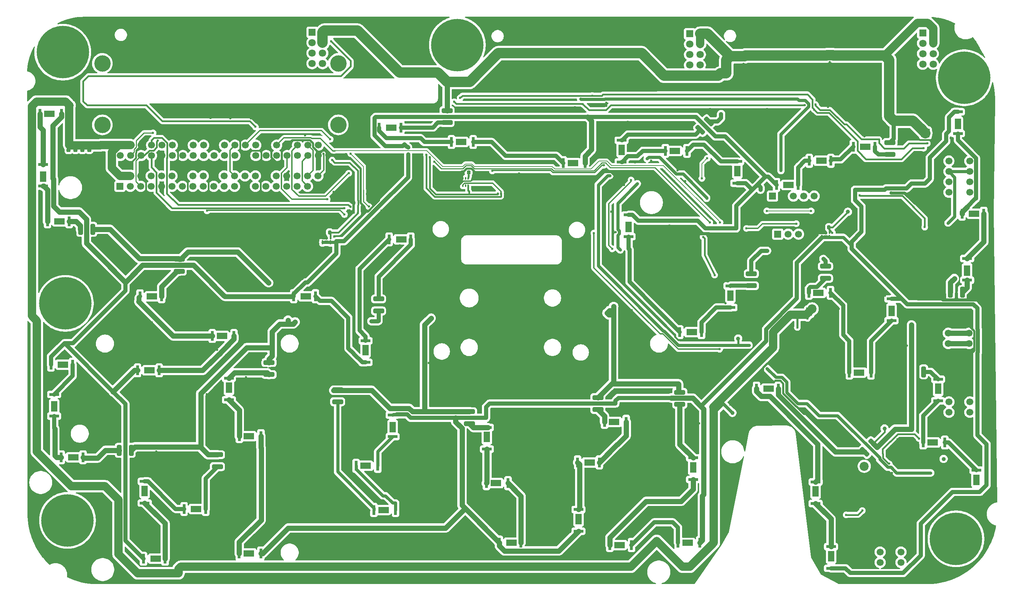
<source format=gbr>
%TF.GenerationSoftware,KiCad,Pcbnew,9.0.2*%
%TF.CreationDate,2025-11-22T08:51:32-08:00*%
%TF.ProjectId,MothBox_5.0.3,4d6f7468-426f-4785-9f35-2e302e332e6b,5.0.3*%
%TF.SameCoordinates,Original*%
%TF.FileFunction,Copper,L1,Top*%
%TF.FilePolarity,Positive*%
%FSLAX46Y46*%
G04 Gerber Fmt 4.6, Leading zero omitted, Abs format (unit mm)*
G04 Created by KiCad (PCBNEW 9.0.2) date 2025-11-22 08:51:32*
%MOMM*%
%LPD*%
G01*
G04 APERTURE LIST*
G04 Aperture macros list*
%AMRoundRect*
0 Rectangle with rounded corners*
0 $1 Rounding radius*
0 $2 $3 $4 $5 $6 $7 $8 $9 X,Y pos of 4 corners*
0 Add a 4 corners polygon primitive as box body*
4,1,4,$2,$3,$4,$5,$6,$7,$8,$9,$2,$3,0*
0 Add four circle primitives for the rounded corners*
1,1,$1+$1,$2,$3*
1,1,$1+$1,$4,$5*
1,1,$1+$1,$6,$7*
1,1,$1+$1,$8,$9*
0 Add four rect primitives between the rounded corners*
20,1,$1+$1,$2,$3,$4,$5,0*
20,1,$1+$1,$4,$5,$6,$7,0*
20,1,$1+$1,$6,$7,$8,$9,0*
20,1,$1+$1,$8,$9,$2,$3,0*%
G04 Aperture macros list end*
%TA.AperFunction,SMDPad,CuDef*%
%ADD10RoundRect,0.250000X-1.075000X0.312500X-1.075000X-0.312500X1.075000X-0.312500X1.075000X0.312500X0*%
%TD*%
%TA.AperFunction,SMDPad,CuDef*%
%ADD11R,0.800000X2.400000*%
%TD*%
%TA.AperFunction,SMDPad,CuDef*%
%ADD12R,2.630000X1.520000*%
%TD*%
%TA.AperFunction,SMDPad,CuDef*%
%ADD13RoundRect,0.225000X-0.225000X-0.250000X0.225000X-0.250000X0.225000X0.250000X-0.225000X0.250000X0*%
%TD*%
%TA.AperFunction,SMDPad,CuDef*%
%ADD14RoundRect,0.225000X-0.250000X0.225000X-0.250000X-0.225000X0.250000X-0.225000X0.250000X0.225000X0*%
%TD*%
%TA.AperFunction,SMDPad,CuDef*%
%ADD15RoundRect,0.075000X-0.075000X0.250000X-0.075000X-0.250000X0.075000X-0.250000X0.075000X0.250000X0*%
%TD*%
%TA.AperFunction,SMDPad,CuDef*%
%ADD16R,2.400000X0.800000*%
%TD*%
%TA.AperFunction,SMDPad,CuDef*%
%ADD17R,1.520000X2.630000*%
%TD*%
%TA.AperFunction,ComponentPad*%
%ADD18C,1.000000*%
%TD*%
%TA.AperFunction,SMDPad,CuDef*%
%ADD19RoundRect,0.250000X-0.539169X0.981111X-0.981111X0.539169X0.539169X-0.981111X0.981111X-0.539169X0*%
%TD*%
%TA.AperFunction,SMDPad,CuDef*%
%ADD20R,0.450000X0.400000*%
%TD*%
%TA.AperFunction,SMDPad,CuDef*%
%ADD21R,0.910000X0.400000*%
%TD*%
%TA.AperFunction,SMDPad,CuDef*%
%ADD22R,0.910000X0.810000*%
%TD*%
%TA.AperFunction,ComponentPad*%
%ADD23C,12.800000*%
%TD*%
%TA.AperFunction,ComponentPad*%
%ADD24R,1.700000X1.700000*%
%TD*%
%TA.AperFunction,ComponentPad*%
%ADD25C,1.700000*%
%TD*%
%TA.AperFunction,ComponentPad*%
%ADD26R,1.800000X1.780000*%
%TD*%
%TA.AperFunction,ComponentPad*%
%ADD27C,1.800000*%
%TD*%
%TA.AperFunction,SMDPad,CuDef*%
%ADD28RoundRect,0.250000X-0.312500X-1.075000X0.312500X-1.075000X0.312500X1.075000X-0.312500X1.075000X0*%
%TD*%
%TA.AperFunction,SMDPad,CuDef*%
%ADD29RoundRect,0.250000X0.312500X1.075000X-0.312500X1.075000X-0.312500X-1.075000X0.312500X-1.075000X0*%
%TD*%
%TA.AperFunction,SMDPad,CuDef*%
%ADD30RoundRect,0.250000X1.075000X-0.312500X1.075000X0.312500X-1.075000X0.312500X-1.075000X-0.312500X0*%
%TD*%
%TA.AperFunction,SMDPad,CuDef*%
%ADD31RoundRect,0.200000X0.200000X0.275000X-0.200000X0.275000X-0.200000X-0.275000X0.200000X-0.275000X0*%
%TD*%
%TA.AperFunction,ComponentPad*%
%ADD32C,2.200000*%
%TD*%
%TA.AperFunction,ComponentPad*%
%ADD33C,4.000000*%
%TD*%
%TA.AperFunction,ViaPad*%
%ADD34C,0.600000*%
%TD*%
%TA.AperFunction,Conductor*%
%ADD35C,0.400000*%
%TD*%
%TA.AperFunction,Conductor*%
%ADD36C,0.800000*%
%TD*%
%TA.AperFunction,Conductor*%
%ADD37C,0.304800*%
%TD*%
%TA.AperFunction,Conductor*%
%ADD38C,0.500000*%
%TD*%
%TA.AperFunction,Conductor*%
%ADD39C,2.032000*%
%TD*%
%TA.AperFunction,Conductor*%
%ADD40C,1.270000*%
%TD*%
%TA.AperFunction,Conductor*%
%ADD41C,1.000000*%
%TD*%
%TA.AperFunction,Conductor*%
%ADD42C,2.540000*%
%TD*%
%TA.AperFunction,Conductor*%
%ADD43C,0.250000*%
%TD*%
%TA.AperFunction,Conductor*%
%ADD44C,0.203200*%
%TD*%
G04 APERTURE END LIST*
D10*
%TO.P,R37,1*%
%TO.N,+12V*%
X121932128Y19928372D03*
%TO.P,R37,2*%
%TO.N,Net-(LED52-A)*%
X121932128Y17003372D03*
%TD*%
%TO.P,R15,1*%
%TO.N,+12V*%
X-13685185Y-3549651D03*
%TO.P,R15,2*%
%TO.N,Net-(LED46-A)*%
X-13685185Y-6474651D03*
%TD*%
D11*
%TO.P,LED13,1,K*%
%TO.N,Net-(LED13-K)*%
X13164815Y53787849D03*
%TO.P,LED13,2,A*%
%TO.N,Net-(LED13-A)*%
X18444815Y53787849D03*
D12*
%TO.P,LED13,3,NC*%
%TO.N,unconnected-(LED13-NC-Pad3)*%
X16104815Y53787849D03*
%TD*%
D10*
%TO.P,R17,1*%
%TO.N,+12V*%
X-26244678Y-26032629D03*
%TO.P,R17,2*%
%TO.N,Net-(LED2-A)*%
X-26244678Y-28957629D03*
%TD*%
D13*
%TO.P,C13,1*%
%TO.N,GND*%
X33423881Y42861407D03*
%TO.P,C13,2*%
%TO.N,+3.3V*%
X34973881Y42861407D03*
%TD*%
D14*
%TO.P,C1,1*%
%TO.N,+5V*%
X-57482338Y48254459D03*
%TO.P,C1,2*%
%TO.N,GND*%
X-57482338Y46704459D03*
%TD*%
D10*
%TO.P,R22,1*%
%TO.N,+12V*%
X137604984Y50119912D03*
%TO.P,R22,2*%
%TO.N,Net-(LED10-A)*%
X137604984Y47194912D03*
%TD*%
%TO.P,R13,1*%
%TO.N,+12V*%
X35162498Y-15520039D03*
%TO.P,R13,2*%
%TO.N,Net-(LED40-A)*%
X35162498Y-18445039D03*
%TD*%
D15*
%TO.P,U18,1,VDD*%
%TO.N,+3.3V*%
X34854930Y41394962D03*
%TO.P,U18,2,NC*%
%TO.N,unconnected-(U18-NC-Pad2)*%
X34204930Y41394962D03*
%TO.P,U18,3,GND*%
%TO.N,GND*%
X33554930Y41394962D03*
%TO.P,U18,4,SCL*%
%TO.N,SCL*%
X33554930Y39594962D03*
%TO.P,U18,5,INT*%
%TO.N,unconnected-(U18-INT-Pad5)*%
X34204930Y39594962D03*
%TO.P,U18,6,SDA*%
%TO.N,SDA*%
X34854930Y39594962D03*
%TD*%
D16*
%TO.P,LED9,1,K*%
%TO.N,Net-(LED12-K)*%
X73957305Y32466849D03*
%TO.P,LED9,2,A*%
%TO.N,Net-(LED8-K)*%
X73957305Y27186849D03*
D17*
%TO.P,LED9,3,NC*%
%TO.N,unconnected-(LED9-NC-Pad3)*%
X73957305Y29526849D03*
%TD*%
D14*
%TO.P,C21,1*%
%TO.N,+5V*%
X-62514152Y48239483D03*
%TO.P,C21,2*%
%TO.N,GND*%
X-62514152Y46689483D03*
%TD*%
D11*
%TO.P,LED44,1,K*%
%TO.N,Net-(LED44-K)*%
X12824288Y-28752541D03*
%TO.P,LED44,2,A*%
%TO.N,Net-(LED43-K)*%
X7544288Y-28752541D03*
D12*
%TO.P,LED44,3,NC*%
%TO.N,unconnected-(LED44-NC-Pad3)*%
X9884288Y-28752541D03*
%TD*%
D16*
%TO.P,LED23,1,K*%
%TO.N,Net-(LED23-K)*%
X-68720499Y44777468D03*
%TO.P,LED23,2,A*%
%TO.N,Net-(LED22-K)*%
X-68720499Y39497468D03*
D17*
%TO.P,LED23,3,NC*%
%TO.N,unconnected-(LED23-NC-Pad3)*%
X-68720499Y41837468D03*
%TD*%
D11*
%TO.P,LED37,1,K*%
%TO.N,Net-(LED37-K)*%
X73354815Y-18012151D03*
%TO.P,LED37,2,A*%
%TO.N,Net-(LED37-A)*%
X68074815Y-18012151D03*
D12*
%TO.P,LED37,3,NC*%
%TO.N,unconnected-(LED37-NC-Pad3)*%
X70414815Y-18012151D03*
%TD*%
D18*
%TO.P,TP9,1,1*%
%TO.N,GND*%
X-67749331Y22291322D03*
%TD*%
D11*
%TO.P,LED12,1,K*%
%TO.N,Net-(LED12-K)*%
X109962528Y39797849D03*
%TO.P,LED12,2,A*%
%TO.N,Net-(LED11-K)*%
X115242528Y39797849D03*
D12*
%TO.P,LED12,3,NC*%
%TO.N,unconnected-(LED12-NC-Pad3)*%
X112902528Y39797849D03*
%TD*%
D11*
%TO.P,LED35,1,K*%
%TO.N,Net-(LED35-K)*%
X74654815Y-48062151D03*
%TO.P,LED35,2,A*%
%TO.N,Net-(LED34-K)*%
X69374815Y-48062151D03*
D12*
%TO.P,LED35,3,NC*%
%TO.N,unconnected-(LED35-NC-Pad3)*%
X71714815Y-48062151D03*
%TD*%
D16*
%TO.P,LED40,1,K*%
%TO.N,Net-(LED40-K)*%
X39414241Y-24668396D03*
%TO.P,LED40,2,A*%
%TO.N,Net-(LED40-A)*%
X39414241Y-19388396D03*
D17*
%TO.P,LED40,3,NC*%
%TO.N,unconnected-(LED40-NC-Pad3)*%
X39414241Y-21728396D03*
%TD*%
D19*
%TO.P,R8,1*%
%TO.N,+12V*%
X133515012Y-23272435D03*
%TO.P,R8,2*%
%TO.N,Net-(LED31-A)*%
X131446724Y-25340723D03*
%TD*%
D16*
%TO.P,LED28,1,K*%
%TO.N,Net-(LED28-K)*%
X149348989Y-12894689D03*
%TO.P,LED28,2,A*%
%TO.N,Net-(LED28-A)*%
X149348989Y-7614689D03*
D17*
%TO.P,LED28,3,NC*%
%TO.N,unconnected-(LED28-NC-Pad3)*%
X149348989Y-9954689D03*
%TD*%
D20*
%TO.P,Q3,1,D*%
%TO.N,Net-(LED12-K)*%
X1250882Y25456536D03*
%TO.P,Q3,2,D*%
X1250882Y26116535D03*
%TO.P,Q3,3,G*%
%TO.N,PHOTO_LED_CTRL*%
X1250882Y26766536D03*
%TO.P,Q3,4,S*%
%TO.N,GND*%
X-649118Y26766536D03*
%TO.P,Q3,5,D*%
%TO.N,Net-(LED12-K)*%
X-649118Y26116535D03*
%TO.P,Q3,6,D*%
X-649118Y25456536D03*
D21*
%TO.P,Q3,7,S*%
%TO.N,GND*%
X300882Y26816537D03*
D22*
%TO.P,Q3,8,D*%
%TO.N,Net-(LED12-K)*%
X300882Y25786537D03*
%TD*%
D23*
%TO.P,H3,1*%
%TO.N,N/C*%
X32214815Y73937849D03*
%TD*%
D16*
%TO.P,LED33,1,K*%
%TO.N,Net-(LED27-K)*%
X123264815Y-53752151D03*
%TO.P,LED33,2,A*%
%TO.N,Net-(LED32-K)*%
X123264815Y-48472151D03*
D17*
%TO.P,LED33,3,NC*%
%TO.N,unconnected-(LED33-NC-Pad3)*%
X123264815Y-50812151D03*
%TD*%
D11*
%TO.P,LED41,1,K*%
%TO.N,Net-(LED41-K)*%
X44550556Y-32978424D03*
%TO.P,LED41,2,A*%
%TO.N,Net-(LED40-K)*%
X39270556Y-32978424D03*
D12*
%TO.P,LED41,3,NC*%
%TO.N,unconnected-(LED41-NC-Pad3)*%
X41610556Y-32978424D03*
%TD*%
D11*
%TO.P,LED22,1,K*%
%TO.N,Net-(LED22-K)*%
X-67655045Y30903755D03*
%TO.P,LED22,2,A*%
%TO.N,Net-(LED22-A)*%
X-62375045Y30903755D03*
D12*
%TO.P,LED22,3,NC*%
%TO.N,unconnected-(LED22-NC-Pad3)*%
X-64715045Y30903755D03*
%TD*%
D11*
%TO.P,LED42,1,K*%
%TO.N,Net-(LED27-K)*%
X42446264Y-47481387D03*
%TO.P,LED42,2,A*%
%TO.N,Net-(LED41-K)*%
X47726264Y-47481387D03*
D12*
%TO.P,LED42,3,NC*%
%TO.N,unconnected-(LED42-NC-Pad3)*%
X45386264Y-47481387D03*
%TD*%
D10*
%TO.P,R23,1*%
%TO.N,+12V*%
X29701110Y57919480D03*
%TO.P,R23,2*%
%TO.N,Net-(LED13-A)*%
X29701110Y54994480D03*
%TD*%
D18*
%TO.P,TP4,1,1*%
%TO.N,Net-(LED12-K)*%
X106088922Y38593494D03*
%TD*%
%TO.P,TP7,1,1*%
%TO.N,+3.3V*%
X100644448Y2305791D03*
%TD*%
D23*
%TO.P,H6,1*%
%TO.N,N/C*%
X-62785185Y-42062151D03*
%TD*%
D11*
%TO.P,LED21,1,K*%
%TO.N,Net-(LED12-K)*%
X-45725536Y-5454480D03*
%TO.P,LED21,2,A*%
%TO.N,Net-(LED20-K)*%
X-40445536Y-5454480D03*
D12*
%TO.P,LED21,3,NC*%
%TO.N,unconnected-(LED21-NC-Pad3)*%
X-42785536Y-5454480D03*
%TD*%
D24*
%TO.P,U5,1,3V3*%
%TO.N,unconnected-(U5-3V3-Pad1)*%
X-50012001Y39448894D03*
D25*
%TO.P,U5,2,5V*%
%TO.N,+5V*%
X-50012001Y41988894D03*
%TO.P,U5,3,GPIO2/SDA1*%
%TO.N,SDA*%
X-47472001Y39448894D03*
%TO.P,U5,4,5V*%
%TO.N,+5V*%
X-47472001Y41988894D03*
%TO.P,U5,5,GPIO3/SCL1*%
%TO.N,SCL*%
X-44932002Y39448894D03*
%TO.P,U5,6,GND*%
%TO.N,GND*%
X-44932001Y41988894D03*
%TO.P,U5,7,GPIO4/GPIO_GCKL*%
%TO.N,unconnected-(U5-GPIO4{slash}GPIO_GCKL-Pad7)*%
X-42392001Y39448894D03*
%TO.P,U5,8,GPIO14/TXD0*%
%TO.N,unconnected-(U5-GPIO14{slash}TXD0-Pad8)*%
X-42392001Y41988894D03*
%TO.P,U5,9,GND*%
%TO.N,GND*%
X-39852001Y39448894D03*
%TO.P,U5,10,GPIO15/RXD0*%
%TO.N,unconnected-(U5-GPIO15{slash}RXD0-Pad10)*%
X-39852001Y41988894D03*
%TO.P,U5,11,GPIO17/GPIO_GEN0*%
%TO.N,/RPI5/Save for eink_11*%
X-37312001Y39448894D03*
%TO.P,U5,12,GPIO18/GPIO_GEN1*%
%TO.N,unconnected-(U5-GPIO18{slash}GPIO_GEN1-Pad12)*%
X-37312001Y41988894D03*
%TO.P,U5,13,GPIO27/GPIO_GEN2*%
%TO.N,unconnected-(U5-GPIO27{slash}GPIO_GEN2-Pad13)*%
X-34772001Y39448894D03*
%TO.P,U5,14,GND*%
%TO.N,GND*%
X-34772001Y41988894D03*
%TO.P,U5,15,GPIO22/GPIO_GEN3*%
%TO.N,unconnected-(U5-GPIO22{slash}GPIO_GEN3-Pad15)*%
X-32232000Y39448894D03*
%TO.P,U5,16,GPIO23/GPIO_GEN4*%
%TO.N,unconnected-(U5-GPIO23{slash}GPIO_GEN4-Pad16)*%
X-32232001Y41988894D03*
%TO.P,U5,17,3V3*%
%TO.N,unconnected-(U5-3V3-Pad17)*%
X-29692001Y39448894D03*
%TO.P,U5,18,GPIO24/GPIO_GEN5*%
%TO.N,/RPI5/Save for eink_18*%
X-29692001Y41988894D03*
%TO.P,U5,19,GPIO10/SPI_MOSI*%
%TO.N,/RPI5/Save for eink_19*%
X-27152001Y39448894D03*
%TO.P,U5,20,GND*%
%TO.N,GND*%
X-27152001Y41988894D03*
%TO.P,U5,21,GPIO9/SPI_MISO*%
%TO.N,unconnected-(U5-GPIO9{slash}SPI_MISO-Pad21)*%
X-24612001Y39448894D03*
%TO.P,U5,22,GPIO25/GPIO_GEN6*%
%TO.N,/RPI5/Save for eink_22*%
X-24612001Y41988894D03*
%TO.P,U5,23,GPIO11/SPI_SCLK*%
%TO.N,/RPI5/Save for eink_23*%
X-22072002Y39448894D03*
%TO.P,U5,24,GPIO8/~{SPI_CE0}*%
%TO.N,/RPI5/Save for eink_24*%
X-22072001Y41988894D03*
%TO.P,U5,25,GND*%
%TO.N,GND*%
X-19532001Y39448894D03*
%TO.P,U5,26,GPIO7/~{SPI_CE1}*%
%TO.N,unconnected-(U5-GPIO7{slash}~{SPI_CE1}-Pad26)*%
X-19532001Y41988894D03*
%TO.P,U5,27,ID_SD*%
%TO.N,unconnected-(U5-ID_SD-Pad27)*%
X-16992001Y39448894D03*
%TO.P,U5,28,ID_SC*%
%TO.N,unconnected-(U5-ID_SC-Pad28)*%
X-16992001Y41988894D03*
%TO.P,U5,29,GPIO5*%
%TO.N,unconnected-(U5-GPIO5-Pad29)*%
X-14452001Y39448894D03*
%TO.P,U5,30,GND*%
%TO.N,GND*%
X-14452001Y41988894D03*
%TO.P,U5,31,GPIO6*%
%TO.N,unconnected-(U5-GPIO6-Pad31)*%
X-11912002Y39448894D03*
%TO.P,U5,32,GPIO12*%
%TO.N,unconnected-(U5-GPIO12-Pad32)*%
X-11912001Y41988894D03*
%TO.P,U5,33,GPIO13*%
%TO.N,unconnected-(U5-GPIO13-Pad33)*%
X-9372000Y39448894D03*
%TO.P,U5,34,GND*%
%TO.N,GND*%
X-9372001Y41988894D03*
%TO.P,U5,35,GPIO19*%
%TO.N,unconnected-(U5-GPIO19-Pad35)*%
X-6832001Y39448894D03*
%TO.P,U5,36,GPIO16*%
%TO.N,unconnected-(U5-GPIO16-Pad36)*%
X-6832001Y41988894D03*
%TO.P,U5,37,GPIO26*%
%TO.N,/RPI5/Save for relay 3*%
X-4292001Y39448894D03*
%TO.P,U5,38,GPIO20*%
%TO.N,/RPI5/Save for relay*%
X-4292001Y41988894D03*
%TO.P,U5,39,GND*%
%TO.N,GND*%
X-1752001Y39448894D03*
%TO.P,U5,40,GPIO21*%
%TO.N,/RPI5/Save for relay 2*%
X-1752001Y41988894D03*
%TD*%
D11*
%TO.P,LED38,1,K*%
%TO.N,Net-(LED38-K)*%
X61524815Y-27912151D03*
%TO.P,LED38,2,A*%
%TO.N,Net-(LED37-K)*%
X66804815Y-27912151D03*
D12*
%TO.P,LED38,3,NC*%
%TO.N,unconnected-(LED38-NC-Pad3)*%
X64464815Y-27912151D03*
%TD*%
D14*
%TO.P,C20,1*%
%TO.N,+5V*%
X-60837579Y48261651D03*
%TO.P,C20,2*%
%TO.N,GND*%
X-60837579Y46711651D03*
%TD*%
D26*
%TO.P,H10,1,1*%
%TO.N,unconnected-(H10-Pad1)*%
X88827556Y76664779D03*
D27*
%TO.P,H10,2,2*%
%TO.N,+12V*%
X91367556Y76664779D03*
%TO.P,H10,3,3*%
%TO.N,unconnected-(H10-Pad3)*%
X88827556Y74124779D03*
%TO.P,H10,4,4*%
%TO.N,+12V*%
X91367556Y74124779D03*
%TO.P,H10,5,5*%
%TO.N,unconnected-(H10-Pad5)*%
X88827556Y71584779D03*
%TO.P,H10,6,6*%
%TO.N,Net-(H10-Pad6)*%
X91367556Y71584779D03*
%TO.P,H10,7,7*%
%TO.N,unconnected-(H10-Pad7)*%
X88827556Y69044779D03*
%TO.P,H10,8,8*%
%TO.N,Net-(H10-Pad6)*%
X91367556Y69044779D03*
%TD*%
D11*
%TO.P,LED20,1,K*%
%TO.N,Net-(LED20-K)*%
X-22220522Y2937849D03*
%TO.P,LED20,2,A*%
%TO.N,Net-(LED19-K)*%
X-27500522Y2937849D03*
D12*
%TO.P,LED20,3,NC*%
%TO.N,unconnected-(LED20-NC-Pad3)*%
X-25160522Y2937849D03*
%TD*%
D11*
%TO.P,LED16,1,K*%
%TO.N,Net-(LED16-K)*%
X-64290000Y-26665671D03*
%TO.P,LED16,2,A*%
%TO.N,Net-(LED16-A)*%
X-59010000Y-26665671D03*
D12*
%TO.P,LED16,3,NC*%
%TO.N,unconnected-(LED16-NC-Pad3)*%
X-61350000Y-26665671D03*
%TD*%
D28*
%TO.P,R16,1*%
%TO.N,+12V*%
X152362506Y13603935D03*
%TO.P,R16,2*%
%TO.N,Net-(LED25-A)*%
X155287506Y13603935D03*
%TD*%
D29*
%TO.P,R24,1*%
%TO.N,+12V*%
X-47247654Y-24967801D03*
%TO.P,R24,2*%
%TO.N,Net-(LED16-A)*%
X-50172654Y-24967801D03*
%TD*%
D16*
%TO.P,LED7,1,K*%
%TO.N,Net-(LED7-K)*%
X98753974Y9874638D03*
%TO.P,LED7,2,A*%
%TO.N,Net-(LED7-A)*%
X98753974Y15154638D03*
D17*
%TO.P,LED7,3,NC*%
%TO.N,unconnected-(LED7-NC-Pad3)*%
X98753974Y12814638D03*
%TD*%
D11*
%TO.P,LED52,1,K*%
%TO.N,Net-(LED52-K)*%
X123143246Y13469896D03*
%TO.P,LED52,2,A*%
%TO.N,Net-(LED52-A)*%
X117863246Y13469896D03*
D12*
%TO.P,LED52,3,NC*%
%TO.N,unconnected-(LED52-NC-Pad3)*%
X120203246Y13469896D03*
%TD*%
D11*
%TO.P,LED53,1,K*%
%TO.N,Net-(LED53-K)*%
X133012853Y-5999252D03*
%TO.P,LED53,2,A*%
%TO.N,Net-(LED52-K)*%
X127732853Y-5999252D03*
D12*
%TO.P,LED53,3,NC*%
%TO.N,unconnected-(LED53-NC-Pad3)*%
X130072853Y-5999252D03*
%TD*%
D20*
%TO.P,Q7,1,D*%
%TO.N,Net-(LED27-K)*%
X122885904Y26753819D03*
%TO.P,Q7,2,D*%
X122885904Y27413818D03*
%TO.P,Q7,3,G*%
%TO.N,PHOTO_LED_CTRL*%
X122885904Y28063819D03*
%TO.P,Q7,4,S*%
%TO.N,GND*%
X120985904Y28063819D03*
%TO.P,Q7,5,D*%
%TO.N,Net-(LED27-K)*%
X120985904Y27413818D03*
%TO.P,Q7,6,D*%
X120985904Y26753819D03*
D21*
%TO.P,Q7,7,S*%
%TO.N,GND*%
X121935904Y28113820D03*
D22*
%TO.P,Q7,8,D*%
%TO.N,Net-(LED27-K)*%
X121935904Y27083820D03*
%TD*%
D11*
%TO.P,LED2,1,K*%
%TO.N,Net-(LED1-A)*%
X-34378623Y-39273687D03*
%TO.P,LED2,2,A*%
%TO.N,Net-(LED2-A)*%
X-29098623Y-39273687D03*
D12*
%TO.P,LED2,3,NC*%
%TO.N,unconnected-(LED2-NC-Pad3)*%
X-31438623Y-39273687D03*
%TD*%
D30*
%TO.P,R18,1*%
%TO.N,+12V*%
X13021754Y9045081D03*
%TO.P,R18,2*%
%TO.N,Net-(LED4-A)*%
X13021754Y11970081D03*
%TD*%
D16*
%TO.P,LED34,1,K*%
%TO.N,Net-(LED34-K)*%
X89653568Y-32067606D03*
%TO.P,LED34,2,A*%
%TO.N,Net-(LED34-A)*%
X89653568Y-26787606D03*
D17*
%TO.P,LED34,3,NC*%
%TO.N,unconnected-(LED34-NC-Pad3)*%
X89653568Y-29127606D03*
%TD*%
D18*
%TO.P,TP6,1,1*%
%TO.N,Net-(LED27-K)*%
X128267838Y24986014D03*
%TD*%
D11*
%TO.P,LED15,1,K*%
%TO.N,Net-(LED12-K)*%
X63329814Y45116682D03*
%TO.P,LED15,2,A*%
%TO.N,Net-(LED14-K)*%
X58049814Y45116682D03*
D12*
%TO.P,LED15,3,NC*%
%TO.N,unconnected-(LED15-NC-Pad3)*%
X60389814Y45116682D03*
%TD*%
D11*
%TO.P,LED8,1,K*%
%TO.N,Net-(LED8-K)*%
X86419596Y3861772D03*
%TO.P,LED8,2,A*%
%TO.N,Net-(LED7-K)*%
X91699596Y3861772D03*
D12*
%TO.P,LED8,3,NC*%
%TO.N,unconnected-(LED8-NC-Pad3)*%
X89359596Y3861772D03*
%TD*%
D16*
%TO.P,LED25,1,K*%
%TO.N,Net-(LED25-K)*%
X156434036Y21823489D03*
%TO.P,LED25,2,A*%
%TO.N,Net-(LED25-A)*%
X156434036Y16543489D03*
D17*
%TO.P,LED25,3,NC*%
%TO.N,unconnected-(LED25-NC-Pad3)*%
X156434036Y18883489D03*
%TD*%
D31*
%TO.P,R9,1*%
%TO.N,PHOTO_LED_CTRL*%
X122731363Y29449739D03*
%TO.P,R9,2*%
%TO.N,GND*%
X121081363Y29449739D03*
%TD*%
D11*
%TO.P,LED18,1,K*%
%TO.N,Net-(LED12-K)*%
X-66812031Y-4052383D03*
%TO.P,LED18,2,A*%
%TO.N,Net-(LED17-K)*%
X-61532031Y-4052383D03*
D12*
%TO.P,LED18,3,NC*%
%TO.N,unconnected-(LED18-NC-Pad3)*%
X-63872031Y-4052383D03*
%TD*%
D11*
%TO.P,LED10,1,K*%
%TO.N,Net-(LED10-K)*%
X128672760Y49092134D03*
%TO.P,LED10,2,A*%
%TO.N,Net-(LED10-A)*%
X133952760Y49092134D03*
D12*
%TO.P,LED10,3,NC*%
%TO.N,unconnected-(LED10-NC-Pad3)*%
X131612760Y49092134D03*
%TD*%
D11*
%TO.P,LED36,1,K*%
%TO.N,Net-(LED27-K)*%
X91269834Y-47551229D03*
%TO.P,LED36,2,A*%
%TO.N,Net-(LED35-K)*%
X85989834Y-47551229D03*
D12*
%TO.P,LED36,3,NC*%
%TO.N,unconnected-(LED36-NC-Pad3)*%
X88329834Y-47551229D03*
%TD*%
D16*
%TO.P,LED1,1,K*%
%TO.N,Net-(LED1-K)*%
X-43968473Y-37821826D03*
%TO.P,LED1,2,A*%
%TO.N,Net-(LED1-A)*%
X-43968473Y-32541826D03*
D17*
%TO.P,LED1,3,NC*%
%TO.N,unconnected-(LED1-NC-Pad3)*%
X-43968473Y-34881826D03*
%TD*%
D16*
%TO.P,LED49,1,K*%
%TO.N,Net-(LED49-K)*%
X72237502Y45398461D03*
%TO.P,LED49,2,A*%
%TO.N,Net-(LED49-A)*%
X72237502Y50678461D03*
D17*
%TO.P,LED49,3,NC*%
%TO.N,unconnected-(LED49-NC-Pad3)*%
X72237502Y48338461D03*
%TD*%
D16*
%TO.P,LED30,1,K*%
%TO.N,Net-(LED27-K)*%
X158680815Y-35107165D03*
%TO.P,LED30,2,A*%
%TO.N,Net-(LED29-K)*%
X158680815Y-29827165D03*
D17*
%TO.P,LED30,3,NC*%
%TO.N,unconnected-(LED30-NC-Pad3)*%
X158680815Y-32167165D03*
%TD*%
D16*
%TO.P,LED46,1,K*%
%TO.N,Net-(LED46-K)*%
X-23452121Y-12643335D03*
%TO.P,LED46,2,A*%
%TO.N,Net-(LED46-A)*%
X-23452121Y-7363335D03*
D17*
%TO.P,LED46,3,NC*%
%TO.N,unconnected-(LED46-NC-Pad3)*%
X-23452121Y-9703335D03*
%TD*%
D23*
%TO.P,H7,1*%
%TO.N,N/C*%
X153714815Y-46562151D03*
%TD*%
D16*
%TO.P,LED39,1,K*%
%TO.N,Net-(LED27-K)*%
X61735751Y-44702319D03*
%TO.P,LED39,2,A*%
%TO.N,Net-(LED38-K)*%
X61735751Y-39422319D03*
D17*
%TO.P,LED39,3,NC*%
%TO.N,unconnected-(LED39-NC-Pad3)*%
X61735751Y-41762319D03*
%TD*%
D18*
%TO.P,TP3,1,1*%
%TO.N,PHOTO_LED_CTRL*%
X127364815Y33237849D03*
%TD*%
D16*
%TO.P,LED27,1,K*%
%TO.N,Net-(LED27-K)*%
X154160114Y57628725D03*
%TO.P,LED27,2,A*%
%TO.N,Net-(LED26-K)*%
X154160114Y52348725D03*
D17*
%TO.P,LED27,3,NC*%
%TO.N,unconnected-(LED27-NC-Pad3)*%
X154160114Y54688725D03*
%TD*%
D11*
%TO.P,LED50,1,K*%
%TO.N,Net-(LED50-K)*%
X88150103Y48090952D03*
%TO.P,LED50,2,A*%
%TO.N,Net-(LED49-K)*%
X82870103Y48090952D03*
D12*
%TO.P,LED50,3,NC*%
%TO.N,unconnected-(LED50-NC-Pad3)*%
X85210103Y48090952D03*
%TD*%
D19*
%TO.P,R28,1*%
%TO.N,+12V*%
X93484709Y55279973D03*
%TO.P,R28,2*%
%TO.N,Net-(LED49-A)*%
X91416421Y53211685D03*
%TD*%
D11*
%TO.P,LED31,1,K*%
%TO.N,Net-(LED31-K)*%
X105124815Y-9912151D03*
%TO.P,LED31,2,A*%
%TO.N,Net-(LED31-A)*%
X110404815Y-9912151D03*
D12*
%TO.P,LED31,3,NC*%
%TO.N,unconnected-(LED31-NC-Pad3)*%
X108064815Y-9912151D03*
%TD*%
D10*
%TO.P,R10,1*%
%TO.N,+12V*%
X86402034Y-10815518D03*
%TO.P,R10,2*%
%TO.N,Net-(LED34-A)*%
X86402034Y-13740518D03*
%TD*%
D16*
%TO.P,LED32,1,K*%
%TO.N,Net-(LED32-K)*%
X119514815Y-37952151D03*
%TO.P,LED32,2,A*%
%TO.N,Net-(LED31-K)*%
X119514815Y-32672151D03*
D17*
%TO.P,LED32,3,NC*%
%TO.N,unconnected-(LED32-NC-Pad3)*%
X119514815Y-35012151D03*
%TD*%
D23*
%TO.P,H4,1*%
%TO.N,N/C*%
X-63935185Y72187849D03*
%TD*%
D11*
%TO.P,LED48,1,K*%
%TO.N,Net-(LED27-K)*%
X-15657713Y-50113872D03*
%TO.P,LED48,2,A*%
%TO.N,Net-(LED47-K)*%
X-20937713Y-50113872D03*
D12*
%TO.P,LED48,3,NC*%
%TO.N,unconnected-(LED48-NC-Pad3)*%
X-18597713Y-50113872D03*
%TD*%
D18*
%TO.P,TP2,1,1*%
%TO.N,+24V*%
X150700883Y-27066684D03*
%TD*%
D16*
%TO.P,LED51,1,K*%
%TO.N,Net-(LED12-K)*%
X100425197Y40220959D03*
%TO.P,LED51,2,A*%
%TO.N,Net-(LED50-K)*%
X100425197Y45500959D03*
D17*
%TO.P,LED51,3,NC*%
%TO.N,unconnected-(LED51-NC-Pad3)*%
X100425197Y43160959D03*
%TD*%
D11*
%TO.P,LED6,1,K*%
%TO.N,Net-(LED12-K)*%
X-7652359Y12630475D03*
%TO.P,LED6,2,A*%
%TO.N,Net-(LED5-K)*%
X-2372359Y12630475D03*
D12*
%TO.P,LED6,3,NC*%
%TO.N,unconnected-(LED6-NC-Pad3)*%
X-4712359Y12630475D03*
%TD*%
D23*
%TO.P,H5,1*%
%TO.N,N/C*%
X-63300000Y10884329D03*
%TD*%
D10*
%TO.P,R14,1*%
%TO.N,+12V*%
X3039064Y-10205001D03*
%TO.P,R14,2*%
%TO.N,Net-(LED43-A)*%
X3039064Y-13130001D03*
%TD*%
D18*
%TO.P,TP8,1,1*%
%TO.N,GND*%
X18208170Y79732148D03*
%TD*%
D11*
%TO.P,LED3,1,K*%
%TO.N,Net-(LED12-K)*%
X-44275185Y-51412151D03*
%TO.P,LED3,2,A*%
%TO.N,Net-(LED1-K)*%
X-38995185Y-51412151D03*
D12*
%TO.P,LED3,3,NC*%
%TO.N,unconnected-(LED3-NC-Pad3)*%
X-41335185Y-51412151D03*
%TD*%
D11*
%TO.P,LED4,1,K*%
%TO.N,Net-(LED4-K)*%
X15583214Y26514862D03*
%TO.P,LED4,2,A*%
%TO.N,Net-(LED4-A)*%
X20863214Y26514862D03*
D12*
%TO.P,LED4,3,NC*%
%TO.N,unconnected-(LED4-NC-Pad3)*%
X18523214Y26514862D03*
%TD*%
D16*
%TO.P,LED54,1,K*%
%TO.N,Net-(LED27-K)*%
X137992829Y11973809D03*
%TO.P,LED54,2,A*%
%TO.N,Net-(LED53-K)*%
X137992829Y6693809D03*
D17*
%TO.P,LED54,3,NC*%
%TO.N,unconnected-(LED54-NC-Pad3)*%
X137992829Y9033809D03*
%TD*%
D11*
%TO.P,LED47,1,K*%
%TO.N,Net-(LED47-K)*%
X-15645185Y-21512151D03*
%TO.P,LED47,2,A*%
%TO.N,Net-(LED46-K)*%
X-20925185Y-21512151D03*
D12*
%TO.P,LED47,3,NC*%
%TO.N,unconnected-(LED47-NC-Pad3)*%
X-18585185Y-21512151D03*
%TD*%
D29*
%TO.P,R26,1*%
%TO.N,+12V*%
X-56638993Y28962261D03*
%TO.P,R26,2*%
%TO.N,Net-(LED22-A)*%
X-59563993Y28962261D03*
%TD*%
D16*
%TO.P,LED45,1,K*%
%TO.N,Net-(LED27-K)*%
X16449790Y-16356998D03*
%TO.P,LED45,2,A*%
%TO.N,Net-(LED44-K)*%
X16449790Y-21636998D03*
D17*
%TO.P,LED45,3,NC*%
%TO.N,unconnected-(LED45-NC-Pad3)*%
X16449790Y-19296998D03*
%TD*%
D16*
%TO.P,LED5,1,K*%
%TO.N,Net-(LED5-K)*%
X9845089Y-3502151D03*
%TO.P,LED5,2,A*%
%TO.N,Net-(LED4-K)*%
X9845089Y1777849D03*
D17*
%TO.P,LED5,3,NC*%
%TO.N,unconnected-(LED5-NC-Pad3)*%
X9845089Y-562151D03*
%TD*%
D10*
%TO.P,R12,1*%
%TO.N,+12V*%
X66457030Y-12086852D03*
%TO.P,R12,2*%
%TO.N,Net-(LED37-A)*%
X66457030Y-15011852D03*
%TD*%
%TO.P,R25,1*%
%TO.N,+12V*%
X-35556060Y21652849D03*
%TO.P,R25,2*%
%TO.N,Net-(LED19-A)*%
X-35556060Y18727849D03*
%TD*%
D11*
%TO.P,LED14,1,K*%
%TO.N,Net-(LED14-K)*%
X36062288Y50273830D03*
%TO.P,LED14,2,A*%
%TO.N,Net-(LED13-K)*%
X30782288Y50273830D03*
D12*
%TO.P,LED14,3,NC*%
%TO.N,unconnected-(LED14-NC-Pad3)*%
X33122288Y50273830D03*
%TD*%
D16*
%TO.P,LED17,1,K*%
%TO.N,Net-(LED17-K)*%
X-66035185Y-11322151D03*
%TO.P,LED17,2,A*%
%TO.N,Net-(LED16-K)*%
X-66035185Y-16602151D03*
D17*
%TO.P,LED17,3,NC*%
%TO.N,unconnected-(LED17-NC-Pad3)*%
X-66035185Y-14262151D03*
%TD*%
D26*
%TO.P,H9,1,1*%
%TO.N,unconnected-(H9-Pad1)*%
X-3153838Y77032342D03*
D27*
%TO.P,H9,2,2*%
%TO.N,+12V*%
X-613838Y77032342D03*
%TO.P,H9,3,3*%
%TO.N,unconnected-(H9-Pad3)*%
X-3153838Y74492342D03*
%TO.P,H9,4,4*%
%TO.N,+12V*%
X-613838Y74492342D03*
%TO.P,H9,5,5*%
%TO.N,unconnected-(H9-Pad5)*%
X-3153838Y71952342D03*
%TO.P,H9,6,6*%
%TO.N,Net-(H9-Pad6)*%
X-613838Y71952342D03*
%TO.P,H9,7,7*%
%TO.N,unconnected-(H9-Pad7)*%
X-3153838Y69412342D03*
%TO.P,H9,8,8*%
%TO.N,Net-(H9-Pad6)*%
X-613838Y69412342D03*
%TD*%
D26*
%TO.P,H8,1,1*%
%TO.N,unconnected-(H8-Pad1)*%
X145620519Y76898184D03*
D27*
%TO.P,H8,2,2*%
%TO.N,+12V*%
X148160519Y76898184D03*
%TO.P,H8,3,3*%
%TO.N,unconnected-(H8-Pad3)*%
X145620519Y74358184D03*
%TO.P,H8,4,4*%
%TO.N,+12V*%
X148160519Y74358184D03*
%TO.P,H8,5,5*%
%TO.N,unconnected-(H8-Pad5)*%
X145620519Y71818184D03*
%TO.P,H8,6,6*%
%TO.N,Net-(H8-Pad6)*%
X148160519Y71818184D03*
%TO.P,H8,7,7*%
%TO.N,unconnected-(H8-Pad7)*%
X145620519Y69278184D03*
%TO.P,H8,8,8*%
%TO.N,Net-(H8-Pad6)*%
X148160519Y69278184D03*
%TD*%
D23*
%TO.P,H2,1*%
%TO.N,N/C*%
X155714815Y65937849D03*
%TD*%
D11*
%TO.P,LED11,1,K*%
%TO.N,Net-(LED11-K)*%
X117969562Y45680128D03*
%TO.P,LED11,2,A*%
%TO.N,Net-(LED10-K)*%
X123249562Y45680128D03*
D12*
%TO.P,LED11,3,NC*%
%TO.N,unconnected-(LED11-NC-Pad3)*%
X120909562Y45680128D03*
%TD*%
D18*
%TO.P,TP10,1,1*%
%TO.N,GND*%
X146615789Y-54705402D03*
%TD*%
D28*
%TO.P,R7,1*%
%TO.N,+12V*%
X142907750Y-5814389D03*
%TO.P,R7,2*%
%TO.N,Net-(LED28-A)*%
X145832750Y-5814389D03*
%TD*%
D18*
%TO.P,TP5,1,1*%
%TO.N,+12V*%
X136316275Y-19642711D03*
%TD*%
D31*
%TO.P,R11,1*%
%TO.N,PHOTO_LED_CTRL*%
X1109568Y28221473D03*
%TO.P,R11,2*%
%TO.N,GND*%
X-540432Y28221473D03*
%TD*%
D11*
%TO.P,LED29,1,K*%
%TO.N,Net-(LED29-K)*%
X150994815Y-23062151D03*
%TO.P,LED29,2,A*%
%TO.N,Net-(LED28-K)*%
X145714815Y-23062151D03*
D12*
%TO.P,LED29,3,NC*%
%TO.N,unconnected-(LED29-NC-Pad3)*%
X148054815Y-23062151D03*
%TD*%
D11*
%TO.P,LED43,1,K*%
%TO.N,Net-(LED43-K)*%
X17157522Y-39514134D03*
%TO.P,LED43,2,A*%
%TO.N,Net-(LED43-A)*%
X11877522Y-39514134D03*
D12*
%TO.P,LED43,3,NC*%
%TO.N,unconnected-(LED43-NC-Pad3)*%
X14217522Y-39514134D03*
%TD*%
D11*
%TO.P,LED24,1,K*%
%TO.N,Net-(LED12-K)*%
X-64241445Y57102811D03*
%TO.P,LED24,2,A*%
%TO.N,Net-(LED23-K)*%
X-69521445Y57102811D03*
D12*
%TO.P,LED24,3,NC*%
%TO.N,unconnected-(LED24-NC-Pad3)*%
X-67181445Y57102811D03*
%TD*%
D10*
%TO.P,R20,1*%
%TO.N,+12V*%
X103850261Y18119227D03*
%TO.P,R20,2*%
%TO.N,Net-(LED7-A)*%
X103850261Y15194227D03*
%TD*%
D14*
%TO.P,C19,1*%
%TO.N,+5V*%
X-59169593Y48249467D03*
%TO.P,C19,2*%
%TO.N,GND*%
X-59169593Y46699467D03*
%TD*%
D11*
%TO.P,LED26,1,K*%
%TO.N,Net-(LED26-K)*%
X155195902Y32762923D03*
%TO.P,LED26,2,A*%
%TO.N,Net-(LED25-K)*%
X160475902Y32762923D03*
D12*
%TO.P,LED26,3,NC*%
%TO.N,unconnected-(LED26-NC-Pad3)*%
X158135902Y32762923D03*
%TD*%
D11*
%TO.P,LED19,1,K*%
%TO.N,Net-(LED19-K)*%
X-45128725Y12615695D03*
%TO.P,LED19,2,A*%
%TO.N,Net-(LED19-A)*%
X-39848725Y12615695D03*
D12*
%TO.P,LED19,3,NC*%
%TO.N,unconnected-(LED19-NC-Pad3)*%
X-42188725Y12615695D03*
%TD*%
D25*
%TO.P,J4,1,Pin_1*%
%TO.N,Net-(J4-Pin_1)*%
X157061743Y45616086D03*
X151981743Y45616086D03*
%TO.P,J4,2,Pin_2*%
X157061743Y43076086D03*
X151981743Y43076086D03*
%TO.P,J4,3,Pin_3*%
%TO.N,+12V*%
X157061743Y40536086D03*
X151981743Y40536086D03*
%TO.P,J4,4,Pin_4*%
X157061743Y37996086D03*
X151981743Y37996086D03*
%TD*%
D32*
%TO.P,C16,1*%
%TO.N,+5V*%
X118675583Y9548297D03*
%TO.P,C16,2*%
%TO.N,GND*%
X118675583Y17048297D03*
%TD*%
D24*
%TO.P,U7,1,1*%
%TO.N,+5V*%
X-49915185Y49490349D03*
D25*
%TO.P,U7,2,2*%
%TO.N,+3V3*%
X-49915185Y46950349D03*
%TO.P,U7,3,3*%
%TO.N,+5V*%
X-47375185Y49490349D03*
%TO.P,U7,4,4*%
%TO.N,SDA*%
X-47375185Y46950349D03*
%TO.P,U7,5,5*%
%TO.N,GND*%
X-44835185Y49490349D03*
%TO.P,U7,6,6*%
%TO.N,SCL*%
X-44835185Y46950349D03*
%TO.P,U7,7,7*%
%TO.N,GPS_RX*%
X-42295185Y49490349D03*
%TO.P,U7,8,8*%
%TO.N,GPIO4*%
X-42295185Y46950349D03*
%TO.P,U7,9,9*%
%TO.N,GPS_TX*%
X-39755185Y49490349D03*
%TO.P,U7,10,10*%
%TO.N,GND*%
X-39755185Y46950349D03*
%TO.P,U7,11,11*%
%TO.N,unconnected-(U7-Pad11)*%
X-37215185Y49490349D03*
%TO.P,U7,12,12*%
%TO.N,/RPI5/Save for eink_11*%
X-37215185Y46950349D03*
%TO.P,U7,13,13*%
%TO.N,GND*%
X-34675185Y49490349D03*
%TO.P,U7,14,14*%
%TO.N,3V3_CTL*%
X-34675185Y46950349D03*
%TO.P,U7,15,15*%
%TO.N,EN_12VReg*%
X-32135185Y49490349D03*
%TO.P,U7,16,16*%
%TO.N,unconnected-(U7-Pad16)*%
X-32135185Y46950349D03*
%TO.P,U7,17,17*%
%TO.N,/RPI5/Save for eink_18*%
X-29595185Y49490349D03*
%TO.P,U7,18,18*%
%TO.N,unconnected-(U7-Pad18)*%
X-29595185Y46950349D03*
%TO.P,U7,19,19*%
%TO.N,GND*%
X-27055185Y49490349D03*
%TO.P,U7,20,20*%
%TO.N,/RPI5/Save for eink_19*%
X-27055185Y46950349D03*
%TO.P,U7,21,21*%
%TO.N,/RPI5/Save for eink_22*%
X-24515185Y49490349D03*
%TO.P,U7,22,22*%
%TO.N,UV1_CTRL*%
X-24515185Y46950349D03*
%TO.P,U7,23,23*%
%TO.N,/RPI5/Save for eink_24*%
X-21975185Y49490349D03*
%TO.P,U7,24,24*%
%TO.N,/RPI5/Save for eink_23*%
X-21975185Y46950349D03*
%TO.P,U7,25,25*%
%TO.N,UV4_EX_CTRL*%
X-19435185Y49490349D03*
%TO.P,U7,26,26*%
%TO.N,GND*%
X-19435185Y46950349D03*
%TO.P,U7,27,27*%
%TO.N,unconnected-(U7-Pad27)*%
X-16895185Y49490349D03*
%TO.P,U7,28,28*%
%TO.N,unconnected-(U7-Pad28)*%
X-16895185Y46950349D03*
%TO.P,U7,29,29*%
%TO.N,GND*%
X-14355185Y49490349D03*
%TO.P,U7,30,30*%
%TO.N,UV2_CTRL*%
X-14355185Y46950349D03*
%TO.P,U7,31,31*%
%TO.N,GPS_PPS*%
X-11815185Y49490349D03*
%TO.P,U7,32,32*%
%TO.N,UV3_CTRL*%
X-11815185Y46950349D03*
%TO.P,U7,33,33*%
%TO.N,GND*%
X-9275185Y49490349D03*
%TO.P,U7,34,34*%
%TO.N,User_LED*%
X-9275185Y46950349D03*
%TO.P,U7,35,35*%
%TO.N,SWITCH*%
X-6735185Y49490349D03*
%TO.P,U7,36,36*%
%TO.N,PHOTO_LED_CTRL*%
X-6735185Y46950349D03*
%TO.P,U7,37,37*%
%TO.N,/RPI5/Save for relay*%
X-4195185Y49490349D03*
%TO.P,U7,38,38*%
%TO.N,/RPI5/Save for relay 3*%
X-4195185Y46950349D03*
%TO.P,U7,39,39*%
%TO.N,/RPI5/Save for relay 2*%
X-1655185Y49490349D03*
%TO.P,U7,40,40*%
%TO.N,GND*%
X-1655185Y46950349D03*
%TD*%
%TO.P,J3,1,Pin_1*%
%TO.N,GND*%
X157079878Y-8069029D03*
X151999878Y-8069029D03*
%TO.P,J3,2,Pin_2*%
X157079878Y-10609029D03*
X151999878Y-10609029D03*
%TO.P,J3,3,Pin_3*%
%TO.N,Net-(J3-Pin_3)*%
X157079878Y-13149029D03*
X151999878Y-13149029D03*
%TO.P,J3,4,Pin_4*%
X157079878Y-15689029D03*
X151999878Y-15689029D03*
%TD*%
D24*
%TO.P,U8,1,1*%
%TO.N,+3.3V*%
X109003998Y37067769D03*
D25*
%TO.P,U8,2,2*%
%TO.N,GND*%
X111543998Y37067769D03*
%TO.P,U8,3,3*%
%TO.N,GPS_RX*%
X114083998Y37067769D03*
%TO.P,U8,4,4*%
%TO.N,GPS_TX*%
X116623998Y37067769D03*
%TO.P,U8,5,5*%
%TO.N,GPS_PPS*%
X119163998Y37067769D03*
%TD*%
%TO.P,J2,1,Pin_1*%
%TO.N,GND*%
X140302098Y-44704396D03*
X135222098Y-44704396D03*
%TO.P,J2,2,Pin_2*%
X140302098Y-47244396D03*
X135222098Y-47244396D03*
%TO.P,J2,3,Pin_3*%
%TO.N,Net-(J2-Pin_3)*%
X140302098Y-49784396D03*
X135222098Y-49784396D03*
%TO.P,J2,4,Pin_4*%
X140302098Y-52324396D03*
X135222098Y-52324396D03*
%TD*%
D33*
%TO.P,U6,S1*%
%TO.N,N/C*%
X-54285185Y54437849D03*
%TO.P,U6,S2*%
X3214815Y54437849D03*
%TO.P,U6,S3*%
X-54285185Y69437849D03*
X3214815Y69437849D03*
%TD*%
D25*
%TO.P,J1,1,Pin_1*%
%TO.N,GND*%
X156914327Y8694689D03*
X151834327Y8694689D03*
%TO.P,J1,2,Pin_2*%
X156914327Y6154689D03*
X151834327Y6154689D03*
%TO.P,J1,3,Pin_3*%
%TO.N,Net-(J1-Pin_3)*%
X156914327Y3614689D03*
X151834327Y3614689D03*
%TO.P,J1,4,Pin_4*%
X156914327Y1074689D03*
X151834327Y1074689D03*
%TD*%
D24*
%TO.P,H1,1,1*%
%TO.N,+3.3V*%
X110274815Y27787849D03*
D25*
%TO.P,H1,2,2*%
%TO.N,GPS_RX*%
X112814815Y27787849D03*
%TO.P,H1,3,3*%
%TO.N,GPS_TX*%
X115354814Y27787849D03*
%TO.P,H1,4,4*%
%TO.N,GND*%
X117894815Y27787849D03*
%TD*%
D18*
%TO.P,TP1,1,1*%
%TO.N,+5V*%
X99243003Y-15812151D03*
%TD*%
D32*
%TO.P,C14,1*%
%TO.N,+24V*%
X131365786Y-28845465D03*
%TO.P,C14,2*%
%TO.N,GND*%
X123865786Y-28845465D03*
%TD*%
D34*
%TO.N,GND*%
X96180000Y48714329D03*
X103030000Y41544329D03*
X140080000Y-12965671D03*
X152410000Y-18155671D03*
X140560000Y-42215671D03*
X98670000Y-31805671D03*
X104950000Y-17605671D03*
X110670000Y-18005671D03*
X123470000Y-20745671D03*
X136240000Y-13905671D03*
X-18180319Y6108960D03*
X3887929Y30247066D03*
X37678093Y39113287D03*
X118424243Y20834713D03*
X-62513002Y46000581D03*
X-38904215Y26508416D03*
X108815819Y-3697071D03*
X23666203Y52469993D03*
X7514815Y54537849D03*
X139600000Y-23915671D03*
X100683328Y12772116D03*
X147447546Y31034756D03*
X156863286Y-1963868D03*
X106698253Y-5907350D03*
X91150000Y-54665671D03*
X-52929822Y51637875D03*
X131186238Y17249772D03*
X36123693Y-33048396D03*
X87748342Y-40244511D03*
X-69400000Y16284329D03*
X102400255Y21412724D03*
X93314815Y78937849D03*
X-71250000Y-28515671D03*
X-42535185Y78937849D03*
X139643001Y57538778D03*
X150044270Y27101722D03*
X2627946Y-4948913D03*
X-69084163Y33556389D03*
X127722928Y37089745D03*
X8900000Y33584329D03*
X14763172Y14342045D03*
X-47334048Y14692102D03*
X-27885185Y56137849D03*
X-31009137Y-25688320D03*
X49214815Y12437849D03*
X10092758Y49110478D03*
X83540145Y-41211210D03*
X66714625Y50193041D03*
X22414815Y31137849D03*
X5028247Y72831641D03*
X86127536Y72969867D03*
X144350000Y-17915671D03*
X149777064Y-35748380D03*
X158663423Y21481826D03*
X143764815Y75587849D03*
X-135185Y-13312151D03*
X-26285185Y-412151D03*
X135114815Y60187849D03*
X52164815Y40037849D03*
X-33750000Y-56665671D03*
X64213021Y-15188341D03*
X21547287Y23758131D03*
X83954575Y58013620D03*
X70319935Y13119237D03*
X95134058Y37052658D03*
X-36485185Y79437849D03*
X-30785185Y26437849D03*
X-33333784Y17733138D03*
X137864952Y-361134D03*
X16964815Y-562151D03*
X-35286219Y5999236D03*
X97533445Y10935225D03*
X102324030Y-1365097D03*
X-49710087Y55241661D03*
X-33611978Y4442522D03*
X124563049Y-14829489D03*
X86919688Y45960984D03*
X2214815Y18837849D03*
X-19285185Y-7162151D03*
X76664815Y-10562151D03*
X-27761169Y-37285995D03*
X-2050000Y-50715671D03*
X-67950000Y-22215671D03*
X90232530Y5811609D03*
X-44811434Y53461549D03*
X101918188Y69310355D03*
X86339930Y6056988D03*
X132101270Y31793374D03*
X-9686139Y36380825D03*
X96066018Y32793346D03*
X32014815Y-10062151D03*
X116651091Y17018582D03*
X86803907Y-7201067D03*
X75714815Y48937849D03*
X137451380Y-26829750D03*
X101414815Y79287849D03*
X88264815Y-1962151D03*
X-14985185Y4687849D03*
X-12550000Y-51065671D03*
X-71400000Y-37215671D03*
X85172421Y21117607D03*
X-44285185Y73437849D03*
X-55890000Y42004329D03*
X162963683Y-23415585D03*
X36165365Y-26880863D03*
X157600960Y-17502148D03*
X-38973141Y56420420D03*
X115181690Y31452498D03*
X-24189041Y19441108D03*
X141341954Y68706683D03*
X125104137Y-23774633D03*
X106216913Y21381948D03*
X-53224979Y-11320592D03*
X82264815Y-34912151D03*
X-517754Y28983198D03*
X-33200000Y-49565671D03*
X89436852Y43636993D03*
X52558464Y63983932D03*
X121084077Y-19522751D03*
X93860528Y58287621D03*
X-18685185Y-2812151D03*
X-23285185Y-40862151D03*
X-20591029Y588637D03*
X72361833Y-13577325D03*
X-41841349Y59104458D03*
X-47090433Y-22740515D03*
X130316263Y-34932072D03*
X113629869Y1135608D03*
X-35135185Y71387849D03*
X-11885185Y-8162151D03*
X124977195Y17172769D03*
X13170596Y36857722D03*
X-30447708Y-37344145D03*
X10884589Y-30658730D03*
X157214815Y30437849D03*
X68634126Y-21705343D03*
X-23085185Y56037849D03*
X104633506Y3824848D03*
X129409562Y11122085D03*
X-23881351Y14501344D03*
X93385403Y62952414D03*
X137521982Y-4241786D03*
X-62250000Y-16615671D03*
X75546100Y45259881D03*
X-42192273Y6216847D03*
X51714815Y37137849D03*
X-53885185Y-28762151D03*
X129920763Y-23446282D03*
X-63256556Y79575479D03*
X114017504Y47311199D03*
X54514815Y-27362151D03*
X-4898711Y51896110D03*
X32047341Y58387791D03*
X118614815Y-30462151D03*
X34214815Y35237849D03*
X160271420Y-19370201D03*
X128616213Y68902278D03*
X-31877315Y-22562880D03*
X-44195756Y57931905D03*
X158636773Y34735827D03*
X-54385185Y19437849D03*
X-29435185Y-2462151D03*
X31304561Y62696832D03*
X-13252448Y-37345915D03*
X-32164787Y74114522D03*
X49174113Y-44876962D03*
X98754206Y-13819668D03*
X30633384Y53296801D03*
X147000018Y-33528944D03*
X53200000Y-56615671D03*
X-46637630Y51588972D03*
X-45285185Y25937849D03*
X2586078Y-7223748D03*
X113406519Y13904831D03*
X-40323834Y16801828D03*
X113485428Y18520989D03*
X79460100Y8914608D03*
X130935900Y-16878153D03*
X126554553Y-7867795D03*
X146310056Y-36635200D03*
X58973811Y46896509D03*
X152409428Y51197665D03*
X-38566966Y23159248D03*
X83931405Y29848338D03*
X2408224Y32565041D03*
X68014815Y-31762151D03*
X79414815Y45687849D03*
X5946896Y33571051D03*
X-69650000Y66484329D03*
X135946556Y-7312003D03*
X25614815Y69487849D03*
X-21285185Y53637849D03*
X-41078983Y44449127D03*
X-50835185Y-53262151D03*
X-51700979Y-8456811D03*
X45812090Y29111054D03*
X10350000Y-51215671D03*
X27714815Y47087849D03*
X-18185185Y76637849D03*
X-8141329Y22169155D03*
X141764815Y587849D03*
X95672437Y21427694D03*
X11764815Y78187849D03*
X38665717Y-39924363D03*
X57335363Y62633890D03*
X28118602Y63277515D03*
X-68035185Y-50862151D03*
X119588659Y-41470634D03*
X-21653029Y5935325D03*
X72864815Y39787849D03*
X144045709Y47012359D03*
X43797653Y37655548D03*
X107516244Y62963976D03*
X94742120Y7308398D03*
X124931645Y47555711D03*
X64333601Y-11872384D03*
X142810982Y-22036292D03*
X18263214Y25014862D03*
X124257577Y25688851D03*
X100864815Y-12762151D03*
X129645693Y-29738546D03*
X153561031Y-36586560D03*
X144975670Y56707377D03*
X5114815Y18537849D03*
X136404671Y12814049D03*
X98305221Y39906705D03*
X141470822Y12887172D03*
X159141428Y-28256444D03*
X81014815Y-21662151D03*
X91372001Y45884877D03*
X76930499Y62920707D03*
X143793652Y32560333D03*
X-30985185Y-362151D03*
X46000081Y-44841720D03*
X16951163Y-36522972D03*
X151742494Y-25189802D03*
X92536456Y72911755D03*
X116303391Y-5841899D03*
X66023527Y74023914D03*
X29569427Y49018313D03*
X-54870000Y35204329D03*
X97155846Y18533046D03*
X159751451Y-25551719D03*
X-33485185Y53737849D03*
X-56550000Y15734329D03*
X89559952Y-24541106D03*
X8667778Y40872125D03*
X-28235185Y44487849D03*
X-53485185Y-41562151D03*
X40526164Y18507788D03*
X-13523925Y44820881D03*
X-10935185Y54037849D03*
X28374016Y80276279D03*
X88540681Y37118724D03*
X162888306Y-29543400D03*
X-4885185Y-4862151D03*
X-6085185Y-1662151D03*
X120282353Y29449739D03*
X96878717Y13101705D03*
X124562747Y28902706D03*
X70200000Y20084329D03*
X32394647Y42883363D03*
X60938479Y40216342D03*
X54770209Y77406358D03*
X-26535521Y32526985D03*
X144375582Y-18690218D03*
X66014815Y-44562151D03*
X160260662Y-20682641D03*
X70801690Y28250353D03*
X145730205Y-39995682D03*
X74795224Y62892795D03*
X-41085185Y-25262151D03*
X124563049Y-18343645D03*
X130544416Y26139128D03*
X-60794709Y46041985D03*
X100764815Y67137849D03*
X-26285185Y26937849D03*
X4563338Y74383060D03*
X154848441Y15584112D03*
X95128848Y68816910D03*
X96752400Y53200370D03*
X148732411Y-26196616D03*
X138081961Y-30529714D03*
X17242706Y36779110D03*
X127521188Y6255802D03*
X136410386Y-8408945D03*
X-20485185Y74237849D03*
X2442365Y49937849D03*
X70214815Y-41562151D03*
X-8306304Y19512247D03*
X18685714Y18467560D03*
X156762261Y12920089D03*
X10216103Y37550883D03*
X69714815Y33287849D03*
X-8900000Y43084329D03*
X30920Y6350955D03*
X-54635185Y78187849D03*
X-46910886Y37503443D03*
X-61212871Y65055356D03*
X21390837Y40644629D03*
X147567307Y14924589D03*
X153691859Y-22837541D03*
X1179107Y67387641D03*
X23539727Y42751039D03*
X113706307Y44666020D03*
X-3284104Y14886907D03*
X126609441Y-26872695D03*
X10270208Y4335051D03*
X-60050000Y42934329D03*
X161186616Y-47612761D03*
X-70800000Y-42215671D03*
X147727014Y-42137187D03*
X56077923Y51256859D03*
X-69277875Y26176920D03*
X48901619Y62806390D03*
X84349940Y62930881D03*
X109076227Y-14682767D03*
X59679062Y-44876962D03*
X-35552460Y23569221D03*
X-44052079Y18538019D03*
X21533487Y49747723D03*
X140364815Y6737849D03*
X157414815Y57587849D03*
X-20585185Y51637849D03*
X128900000Y-18165671D03*
X68513006Y59830731D03*
X-4388563Y53990203D03*
X85181513Y3305801D03*
X86115084Y77364867D03*
X139504704Y31636186D03*
X88897313Y-13849727D03*
X29114815Y-50662151D03*
X39464815Y72387849D03*
X146914815Y-50262151D03*
X-17089527Y-23068712D03*
X147098726Y-7323357D03*
X162260083Y-18403100D03*
X109924008Y41981845D03*
X56514815Y-16562151D03*
X155825868Y51147423D03*
X-71850000Y61534329D03*
X23585230Y46602616D03*
X83059669Y-7170181D03*
X7062121Y4358156D03*
X132310902Y6289296D03*
X149061269Y80019607D03*
X63900000Y39684329D03*
X119575527Y-51224769D03*
X-23658567Y-27598310D03*
X162263165Y-7682552D03*
X117546405Y63068848D03*
X84488824Y-44606687D03*
X92267229Y-5116407D03*
X30161047Y45076858D03*
X139630398Y37875548D03*
X96776737Y1932518D03*
X158564815Y73287849D03*
X18855575Y-42010376D03*
X83537621Y72766462D03*
X-28585185Y75437849D03*
X91560127Y-12091265D03*
X120761706Y4693645D03*
X101895599Y11266607D03*
X77928503Y14515036D03*
X126076213Y68930190D03*
X105072566Y63117355D03*
X-49865231Y51637875D03*
X160264815Y56037849D03*
X47290000Y42544329D03*
X-42577063Y10750115D03*
X131253906Y68902278D03*
X94713967Y-1267099D03*
X93482842Y27952498D03*
X-50280000Y31954329D03*
X-1199412Y28225801D03*
X-46422204Y20635472D03*
X65795605Y8985367D03*
X-19367270Y58757584D03*
X120197421Y28323431D03*
X75778155Y12625945D03*
X-18349383Y23096084D03*
X-25200000Y-56715671D03*
X133738081Y68846454D03*
X81398345Y63067381D03*
X18698348Y38089858D03*
X100304076Y46780869D03*
X73464815Y-1762151D03*
X134613189Y-28431187D03*
X-71311818Y71273627D03*
X-3448079Y32432786D03*
X141309488Y-11098890D03*
X101114815Y73637849D03*
X137970000Y-27385671D03*
X37110868Y2644445D03*
X122487130Y59458259D03*
X-18815738Y67465831D03*
X-1513261Y-7650685D03*
X159400000Y-39915671D03*
X-17722608Y26468450D03*
X154562003Y44956675D03*
X-10638520Y45322377D03*
X85955650Y-35774863D03*
X154463141Y-30589264D03*
X162284490Y18753736D03*
X64050000Y-49865671D03*
X-62350000Y21234329D03*
X24090556Y58967787D03*
X10398849Y-42195069D03*
X137828736Y37878730D03*
X-15244588Y44990683D03*
X142106012Y66599999D03*
X-63139856Y3411650D03*
X6090859Y46306095D03*
X155914646Y-28960074D03*
X141890676Y-56337218D03*
X4214815Y2837849D03*
X100733275Y37037331D03*
X15614815Y3337849D03*
X12437436Y19881404D03*
X144262909Y-35513476D03*
X15800000Y-56665671D03*
X5101152Y47280001D03*
X140611177Y17239342D03*
X6761025Y41824345D03*
X-38287380Y18642201D03*
X-3935185Y67737849D03*
X-54431547Y31131526D03*
X-47485185Y44437849D03*
X72364815Y2737849D03*
X154548480Y-12662914D03*
X-17401761Y1623621D03*
X139719904Y65054240D03*
X-68285185Y-7262151D03*
X128330346Y-13756182D03*
X140300000Y-16865671D03*
X-285185Y-4762151D03*
X117464815Y77987849D03*
X86218069Y28437144D03*
X40479151Y35793810D03*
X14161109Y38257019D03*
X145540652Y65198509D03*
X105252397Y57878730D03*
X-50810000Y35144329D03*
X98112480Y16263789D03*
X90764815Y78937849D03*
X121958720Y-32771451D03*
X107719667Y58355231D03*
X8667778Y38121328D03*
X-21323592Y-11158669D03*
X129832647Y-18521296D03*
X98900000Y2134329D03*
X-17591267Y52761270D03*
X162257852Y31359105D03*
X112818269Y-5947979D03*
X121295978Y18502633D03*
X111291852Y-1222374D03*
X162284490Y8755667D03*
X27586532Y53442454D03*
X149078659Y41199088D03*
X60113151Y-48610126D03*
X59727918Y62783239D03*
X-43147699Y67564052D03*
X-8913085Y-42241325D03*
X3514815Y-50062151D03*
X37771903Y-15513673D03*
X40514815Y12737849D03*
X126780416Y-34884504D03*
X-1394171Y26992325D03*
X-38324111Y54180834D03*
X-13480422Y18345769D03*
X85878418Y43299943D03*
X-46985926Y78982721D03*
X8667778Y42694669D03*
X-54985185Y-22662151D03*
X-61199479Y28782854D03*
X-15635185Y-2962151D03*
X148852408Y-56924527D03*
X45564815Y-812151D03*
X-57461635Y46062688D03*
X85134763Y50359449D03*
X-25185185Y53637849D03*
X-35686359Y-37787270D03*
X10964815Y70087849D03*
X117200425Y-23174308D03*
X-50719683Y15794578D03*
X55814815Y45287849D03*
X146388791Y47525578D03*
X127665521Y11114818D03*
X-39693396Y52893054D03*
X-46950000Y-50965671D03*
X31775983Y-20230095D03*
X98050000Y-39215671D03*
X47098859Y69945954D03*
X5531666Y-11818417D03*
X91114815Y-18362151D03*
X14556306Y-37678532D03*
X-15654138Y37678649D03*
X-47015452Y-27533607D03*
X87747890Y40686283D03*
X158772086Y26395584D03*
X103327251Y10338924D03*
X147300000Y-17615671D03*
X103469521Y3770455D03*
X-56245361Y26755795D03*
X-41085185Y-38212151D03*
X70755693Y53062849D03*
X100646616Y-3112763D03*
X127231918Y-22063157D03*
X121071281Y30211616D03*
X105464815Y28037849D03*
X-5785185Y79687849D03*
X18461076Y-17617625D03*
X75536995Y18232926D03*
X5393912Y66325384D03*
X120761908Y-5829327D03*
X26725770Y42807429D03*
X9560288Y34114418D03*
X31614815Y-45062151D03*
X79605399Y65398006D03*
X14669368Y33424420D03*
X39764815Y79337849D03*
X114764815Y64737849D03*
X77266066Y74061809D03*
X158844414Y11720112D03*
X149707832Y-31349007D03*
X49467340Y45272336D03*
X73787749Y55166529D03*
X122506643Y58796248D03*
X124442590Y-12374249D03*
X-4109909Y6332873D03*
X72206751Y62954600D03*
X139040000Y-36865671D03*
X80139140Y16806060D03*
X81764761Y10808058D03*
X6278320Y49126779D03*
X41008067Y-26035610D03*
X125492212Y33844362D03*
X76803087Y19840662D03*
X95714815Y79187849D03*
X153127398Y-28825436D03*
X136165269Y-34466184D03*
X-49589628Y57945289D03*
X68073487Y39239592D03*
X43284855Y68902635D03*
X76907542Y54746594D03*
X64824297Y-4815941D03*
X-29226902Y-7247471D03*
X53606242Y2673384D03*
X64965000Y3846818D03*
X-40760803Y35962199D03*
X147669077Y-21044704D03*
X67881493Y31846426D03*
X87198053Y1927961D03*
X152950000Y75134329D03*
X-7380985Y32526984D03*
X148214815Y64887849D03*
X-18585185Y44487849D03*
X161564815Y60037849D03*
X137845728Y4656352D03*
X23752118Y8826271D03*
X2914815Y41687849D03*
X-18085185Y56037849D03*
X-43431498Y215334D03*
X150584068Y71592913D03*
X40352320Y-17852929D03*
X55419193Y54784451D03*
X143864815Y70487849D03*
X81030573Y54963269D03*
X36183854Y-21167032D03*
X100814815Y-16512151D03*
X44733846Y77426925D03*
X128814815Y44137849D03*
X42999659Y-44758375D03*
X1914815Y-25562151D03*
X135909367Y7899993D03*
X88500000Y54884329D03*
X-1385185Y55137849D03*
X147110934Y54673456D03*
X66823924Y55050326D03*
X36489739Y42885380D03*
X130252840Y-32569555D03*
X35633391Y60603635D03*
X59864815Y35287849D03*
X-37685185Y-7412151D03*
X10673696Y14436767D03*
X65680375Y40717218D03*
X87360569Y-26537915D03*
X114931715Y58145820D03*
X26814815Y24537849D03*
X-53600000Y5684329D03*
X27314815Y3637849D03*
X83701592Y-10663111D03*
X24060840Y-33591511D03*
X142556622Y53067175D03*
X137764815Y27737849D03*
X123621975Y52336182D03*
X66773151Y59288830D03*
X139577342Y40369230D03*
X96864426Y-17613984D03*
X-22186104Y44432826D03*
X162296626Y-2250758D03*
X44514815Y79537849D03*
X49763472Y66140644D03*
X25798920Y55091740D03*
X-34651490Y58879602D03*
X162057011Y49352315D03*
X146100000Y-13765671D03*
X-47835185Y2487849D03*
X125131382Y9540508D03*
X27014815Y13137849D03*
X154424519Y19022382D03*
X-13235185Y7737849D03*
X-34885185Y-12712151D03*
X134386561Y-11090321D03*
X-4332382Y-8976509D03*
X65906092Y77404859D03*
X100658770Y13801611D03*
X133764815Y58137849D03*
X-21888137Y21983673D03*
X134280217Y-32521988D03*
X90261142Y28288801D03*
X12623201Y18922300D03*
X139677328Y21636201D03*
X-28337832Y37710630D03*
X144397650Y12067191D03*
X151877527Y35797784D03*
X137173722Y-8407429D03*
X72013705Y-7031413D03*
X155872992Y-24831383D03*
X-28885185Y-11262151D03*
X120905807Y54614127D03*
X6879683Y36821418D03*
X5064815Y75137849D03*
X100688330Y9851479D03*
X90216782Y-36682458D03*
X24264188Y74785549D03*
X-49895856Y-27473598D03*
X-15488968Y14327708D03*
X101017598Y6573576D03*
X-60985185Y-11062151D03*
X151893589Y33083449D03*
X54891458Y62619192D03*
X30164815Y10387849D03*
X-56030000Y32504329D03*
X11644244Y-26699680D03*
X96680790Y-7070625D03*
X5032379Y35985986D03*
X-22850000Y-51315671D03*
X93284478Y63941484D03*
X149964815Y58487849D03*
X127440095Y50992767D03*
X63772331Y-25664233D03*
X20764815Y55087849D03*
X-45335185Y-43662151D03*
X-11085185Y16037849D03*
X69812268Y47572688D03*
X-53130837Y27367535D03*
X-59725325Y36364395D03*
X82682496Y43042686D03*
X-67985185Y1937849D03*
X7973626Y47121754D03*
X16814815Y46537849D03*
X-10398928Y14276187D03*
X5014815Y-3162151D03*
X143873727Y25486119D03*
X37051616Y62920552D03*
X-6585185Y-21612151D03*
X109709815Y-7999896D03*
X103147819Y-9352718D03*
X61836667Y46918531D03*
X17084676Y40783537D03*
X79254827Y22023836D03*
X52519229Y29943665D03*
X124517734Y-2098720D03*
X43514815Y40687849D03*
X147355620Y29949962D03*
X-41554783Y55636361D03*
X117614815Y42837849D03*
X-60650000Y-55865671D03*
X31907978Y-31689175D03*
X-8193727Y26735645D03*
X-45000000Y36064329D03*
X24864895Y37224804D03*
X158241703Y-22708894D03*
X5744942Y14481758D03*
X8667778Y36853471D03*
X6964443Y32993930D03*
X-4298783Y2000784D03*
X-55000000Y43984329D03*
X18901285Y42812852D03*
X3245428Y74812415D03*
X69349574Y-11613244D03*
X77980746Y-6948152D03*
X42435690Y-4908700D03*
X129018884Y54267421D03*
X-57520000Y33904329D03*
X30314815Y23437849D03*
X137466558Y-19069749D03*
X-5542224Y16821769D03*
X85014815Y40737849D03*
X10392782Y41747302D03*
X-58285185Y-50562151D03*
X19264815Y69787849D03*
X59434521Y30059305D03*
X-19685185Y-33862151D03*
X314815Y47037849D03*
X-12210787Y51714852D03*
X127700000Y-13315671D03*
X12123647Y30830624D03*
X32013137Y-39175930D03*
X83040025Y5358060D03*
X23114815Y80237849D03*
X87430966Y35350252D03*
X38514815Y29137849D03*
X65217171Y45373900D03*
X8009930Y-562151D03*
X153839355Y13455660D03*
X-1705413Y45041450D03*
X151856389Y-1963868D03*
X10737932Y-39637961D03*
X82415008Y18948855D03*
X-9485185Y67337849D03*
X145964815Y2987849D03*
X73964815Y-44962151D03*
X4554127Y-29774475D03*
X97827477Y-510310D03*
X130641196Y-12882997D03*
X4414815Y-17362151D03*
X-55300000Y42934329D03*
X145538216Y41615900D03*
X-33790147Y33088998D03*
X98673713Y-4960471D03*
X-49507089Y-10767932D03*
X16743594Y31278024D03*
X109844475Y10321731D03*
X3591381Y46260950D03*
X142609751Y80485555D03*
X85600000Y33134329D03*
X100464815Y64387849D03*
X91740641Y20931714D03*
X135807779Y-10108606D03*
X-44785185Y44437849D03*
X-8385185Y-14612151D03*
X14337232Y-15640110D03*
X151000701Y21572136D03*
X-9535185Y56037849D03*
X123359245Y31853146D03*
X-35895259Y56479278D03*
X132893427Y-21184765D03*
X126954830Y-32474420D03*
X32414815Y27937849D03*
X-55485185Y73687849D03*
X-47485185Y68137849D03*
X-35802116Y-40854831D03*
X76179846Y28499109D03*
X76264815Y23837849D03*
X129295273Y31838267D03*
X102610667Y13802707D03*
X52221533Y58128640D03*
X93328700Y32367526D03*
X57576534Y60603569D03*
X-33415320Y37580438D03*
X-58378627Y57631569D03*
X72714815Y-39562151D03*
X78882426Y57885529D03*
X109711860Y44758673D03*
X45828434Y34921133D03*
X-28569198Y-41495056D03*
X31548372Y38532585D03*
X93687278Y17785024D03*
X68064815Y1887849D03*
X154585963Y-33712732D03*
X139450000Y-22265671D03*
X-8238532Y14694868D03*
X61764815Y10137849D03*
X-50885185Y-4362151D03*
X-69535550Y36790734D03*
X-37204454Y44758048D03*
X71614815Y-50262151D03*
X79905962Y3274973D03*
X90373012Y-45493852D03*
X13766198Y33484329D03*
X10218487Y23146835D03*
X99800000Y-21165671D03*
X79975093Y42948351D03*
X-48652938Y18284158D03*
X-17873701Y32571108D03*
X14349559Y-26204938D03*
X-19285185Y14837849D03*
X102464815Y64787849D03*
X107314815Y66637849D03*
X41042183Y-49212062D03*
X21914815Y-10862151D03*
X121435405Y-24866506D03*
X84914815Y-17462151D03*
X74664815Y9237849D03*
X2725327Y-31985113D03*
X35870341Y80342036D03*
X-32730883Y21712285D03*
X80314815Y23987849D03*
X-1766513Y-42218197D03*
X162525127Y63213600D03*
X131412302Y51601326D03*
X121814815Y43937849D03*
X-41585185Y-31362151D03*
X-61211814Y60484031D03*
X87064815Y80387849D03*
X25874258Y51624693D03*
X124325493Y2883523D03*
X86514815Y64137849D03*
X156836794Y-33572055D03*
X94345924Y10987172D03*
X23538512Y49095683D03*
X127792638Y27431053D03*
X96164815Y27637849D03*
X60862180Y58723994D03*
X106323879Y-8252690D03*
X-24935185Y79037849D03*
X84350000Y38584329D03*
X125051347Y-56813204D03*
X144181151Y66088616D03*
X142231465Y62067004D03*
X117797792Y-15790470D03*
X-50088191Y-21685438D03*
X19672454Y52469993D03*
X26894940Y40692798D03*
X-50200000Y-56315671D03*
X145864815Y6687849D03*
X33249005Y47703094D03*
X128711553Y47080738D03*
X3367936Y49079879D03*
X97530970Y42067867D03*
X25279851Y-3693458D03*
X1301496Y71675882D03*
X-59900000Y934329D03*
X121026150Y8962306D03*
X13014815Y46537849D03*
X82181625Y40628235D03*
X69800000Y-56615671D03*
X-63635185Y-2062151D03*
X104606166Y688229D03*
X66264815Y-7912151D03*
X75968751Y57738299D03*
X68000000Y25184329D03*
X144195168Y64862090D03*
X-1887178Y2081170D03*
X72844037Y15781128D03*
X34062036Y-41398464D03*
X139871562Y53252446D03*
X79618867Y28522345D03*
X-44340000Y30404329D03*
X122364815Y64437849D03*
X148067601Y51000166D03*
X62807804Y62714638D03*
X106120324Y2268293D03*
X-15713910Y51631968D03*
X55892218Y37573072D03*
X-45885185Y-9062151D03*
X150514815Y47437849D03*
X68511007Y59119208D03*
X-57031089Y-7335585D03*
X137924733Y-23968208D03*
X58214815Y-8662151D03*
X63293174Y51350559D03*
X69602541Y62968605D03*
X87592111Y-45525098D03*
X115267742Y9895546D03*
X116685477Y12853232D03*
X51614815Y-27362151D03*
X30641005Y30044966D03*
X-39985185Y74737849D03*
X122998019Y69726366D03*
X-57509463Y53679157D03*
X65299749Y34351989D03*
X-28532854Y-23573050D03*
X131376069Y-14100813D03*
X-30146608Y14333740D03*
X-43335185Y-13862151D03*
X1357491Y24273834D03*
X101583980Y33953341D03*
X-6977978Y58973356D03*
X2059074Y38118159D03*
X-54785185Y58237849D03*
X-18335185Y-18712151D03*
X155615810Y-54075860D03*
X33833932Y38465923D03*
X144324061Y-3448814D03*
X33966297Y60626573D03*
X-40185185Y-17162151D03*
X65814815Y68287849D03*
X92028961Y40157756D03*
X49114815Y-16762151D03*
X-16026004Y15950912D03*
X130985562Y40190860D03*
X137156331Y52377987D03*
X67163236Y63322698D03*
X123734110Y-40039145D03*
X37350000Y-56515671D03*
X106073191Y46154291D03*
X-5684508Y73981940D03*
X143965158Y35354375D03*
X-14088475Y-23818030D03*
X122308196Y24040921D03*
X132875547Y-12601334D03*
X143826098Y21577875D03*
X47114815Y37037849D03*
X102564815Y55287849D03*
X14614815Y66537849D03*
X105292628Y37529889D03*
X113214815Y-1362151D03*
X4221715Y24534218D03*
X25945848Y48972677D03*
X-59171901Y46059269D03*
X139497036Y44919891D03*
X71864815Y6537849D03*
%TO.N,+5V*%
X117517169Y7214895D03*
X115062338Y5011284D03*
X117494862Y9646375D03*
X118406706Y8090831D03*
X116736419Y8742935D03*
%TO.N,+3.3V*%
X62264157Y60762995D03*
X69350000Y42084329D03*
X103288229Y690112D03*
X107666315Y-4978198D03*
X111059599Y43312384D03*
X115402887Y60402297D03*
X34973881Y41952281D03*
X147553387Y-30488417D03*
%TO.N,Net-(D1-A)*%
X126942709Y-40720205D03*
X130892523Y-39671525D03*
%TO.N,+12V*%
X146214815Y52437849D03*
X68664162Y8538502D03*
X-14594031Y16717089D03*
X96482443Y56143513D03*
X121409966Y21742698D03*
X96476026Y57087610D03*
X142894536Y4870817D03*
X106240853Y23708849D03*
X11257293Y6537849D03*
X96314815Y67003177D03*
X-13769473Y15922138D03*
X142877397Y5657153D03*
X12930707Y6537849D03*
X145359151Y53293514D03*
X70314815Y10137849D03*
X152607129Y16668199D03*
X-9065988Y6795232D03*
X24428514Y5875151D03*
X-7307816Y6360480D03*
X145464742Y51687776D03*
X147050061Y53270542D03*
X107697508Y23708849D03*
X25836747Y7277013D03*
X121932128Y20844328D03*
X147024093Y51595612D03*
X97752422Y67003177D03*
X153582415Y17131047D03*
%TO.N,Net-(LED12-K)*%
X20214815Y48937849D03*
X20214815Y46437849D03*
X19332427Y49670237D03*
X20214815Y47147282D03*
%TO.N,Net-(J4-Pin_1)*%
X152300553Y31026387D03*
X151779456Y30505290D03*
%TO.N,UV4_EX_CTRL*%
X6214815Y47437849D03*
X1214815Y50937849D03*
X10666347Y34512258D03*
X146081383Y29507590D03*
X130239292Y37212326D03*
%TO.N,/RPI5/Save for relay 2*%
X-384478Y47426426D03*
%TO.N,PHOTO_LED_CTRL*%
X123587781Y28130987D03*
X1714815Y45841049D03*
X7953408Y32895808D03*
%TO.N,GPS_RX*%
X6179683Y34408284D03*
%TO.N,GPS_TX*%
X114805559Y30339753D03*
X26608312Y45437849D03*
X102664815Y29187849D03*
X93714815Y30637849D03*
%TO.N,SCL*%
X65120350Y61572844D03*
X32904943Y61036855D03*
X42848011Y37679978D03*
X119158788Y58189306D03*
X24692596Y47158499D03*
X145843604Y48751673D03*
X-40811728Y50578153D03*
%TO.N,EN_12VReg*%
X96114347Y-300948D03*
X65491203Y28024853D03*
X144692478Y-22067897D03*
X-28774218Y33484188D03*
X4703484Y32565171D03*
X137431962Y-28243709D03*
%TO.N,SDA*%
X42098174Y37695746D03*
X146724500Y49930333D03*
X31473519Y60062995D03*
X116890170Y59222277D03*
X62781658Y59549367D03*
X119486335Y59402718D03*
X25538444Y46535140D03*
X-41945687Y52497991D03*
%TO.N,GPS_PPS*%
X107614815Y33437849D03*
X96214815Y30637849D03*
X118414815Y33437849D03*
%TO.N,UV3_CTRL*%
X-16996218Y53966555D03*
X1443538Y74834210D03*
%TO.N,SWITCH*%
X40740000Y43212849D03*
X67900000Y44583249D03*
X5750000Y42634329D03*
%TO.N,User_LED*%
X91800000Y41384329D03*
X74550000Y40984329D03*
X523485Y36295200D03*
X69950000Y24184329D03*
X93100000Y46284329D03*
%TO.N,GPIO4*%
X94904588Y17793146D03*
X92101612Y27102498D03*
X4661377Y34134188D03*
%TO.N,+3V3*%
X71900000Y23934329D03*
X76050000Y39934329D03*
X92950000Y36534329D03*
X78450000Y46184329D03*
%TD*%
D35*
%TO.N,GND*%
X85181513Y2797855D02*
X86051407Y1927961D01*
D36*
X121081363Y28223147D02*
X121073034Y28214818D01*
D35*
X-46100000Y46384329D02*
X-46100000Y47552368D01*
D36*
X-540432Y28960520D02*
X-517754Y28983198D01*
D37*
X31548372Y38532585D02*
X33693948Y40678161D01*
D38*
X114848965Y-14344921D02*
X114934881Y-14344921D01*
D35*
X-34763224Y41979119D02*
X-33512224Y40728119D01*
D38*
X116660069Y-16070109D02*
X116660069Y-16138663D01*
D36*
X93482842Y27952498D02*
X90597445Y27952498D01*
X144417851Y12046990D02*
X144397650Y12067191D01*
X121834906Y28214818D02*
X121073034Y28214818D01*
D38*
X33423881Y42861407D02*
X32416603Y42861407D01*
X-14355185Y49490349D02*
X-13066185Y48201349D01*
D36*
X121081363Y29449739D02*
X121081363Y30201534D01*
D35*
X-35876185Y48289349D02*
X-34675185Y49490349D01*
X-20724185Y51498849D02*
X-20585185Y51637849D01*
D36*
X-1394083Y26992237D02*
X-1394171Y26992325D01*
D35*
X86051407Y1927961D02*
X87198053Y1927961D01*
D38*
X-62513002Y46688333D02*
X-62514152Y46689483D01*
D35*
X-15645288Y48200246D02*
X-14355185Y49490349D01*
D36*
X-540432Y28221473D02*
X-1195084Y28221473D01*
D38*
X13170596Y36026556D02*
X13170596Y36857722D01*
D35*
X-33512224Y40728119D02*
X-33512224Y37677342D01*
D38*
X69714815Y42937849D02*
X72864815Y39787849D01*
D35*
X-46035185Y47617183D02*
X-46035185Y48288935D01*
X-45000000Y36523034D02*
X-43634224Y37888810D01*
D38*
X-1655185Y47721167D02*
X-1655185Y46950349D01*
D35*
X-15244588Y44990683D02*
X-15556185Y45302280D01*
D36*
X120306004Y28214818D02*
X120302863Y28211677D01*
D35*
X-43634224Y40690119D02*
X-44923224Y41979119D01*
D36*
X-540432Y26992237D02*
X-615134Y26917535D01*
X143671281Y35354375D02*
X141150108Y37875548D01*
X-540432Y26992237D02*
X-1394083Y26992237D01*
D38*
X-57461635Y46062688D02*
X-57461635Y46683756D01*
X67153520Y42937849D02*
X69714815Y42937849D01*
X-57461635Y46683756D02*
X-57482338Y46704459D01*
D35*
X-15556185Y45302280D02*
X-15556185Y48289349D01*
D36*
X141150108Y37875548D02*
X139630398Y37875548D01*
X-540432Y28221473D02*
X-540432Y26992237D01*
D38*
X107816070Y-3697071D02*
X108815819Y-3697071D01*
X-3677003Y50741349D02*
X-2906185Y49970531D01*
D36*
X120282353Y29449739D02*
X120277816Y29445203D01*
D37*
X36489739Y41684951D02*
X36489739Y42885380D01*
D35*
X-33512224Y37677342D02*
X-33415320Y37580438D01*
D36*
X121081363Y29449739D02*
X120282353Y29449739D01*
D35*
X-35876185Y43092080D02*
X-35876185Y48289349D01*
D38*
X-2906185Y49970531D02*
X-2906185Y48972167D01*
X-9275185Y49490349D02*
X-8024185Y50741349D01*
D35*
X-28394224Y37767022D02*
X-28337832Y37710630D01*
D38*
X106698253Y-5907350D02*
X106698253Y-4814888D01*
X34483349Y43737407D02*
X35637712Y43737407D01*
X-60794709Y46041985D02*
X-60794709Y46668781D01*
D36*
X-540432Y28221473D02*
X-540432Y28960520D01*
D38*
X32416603Y42861407D02*
X32394647Y42883363D01*
D36*
X121935904Y28113820D02*
X121834906Y28214818D01*
X139630398Y37875548D02*
X137831918Y37875548D01*
X199884Y26917535D02*
X-615134Y26917535D01*
D38*
X10439848Y33295808D02*
X13170596Y36026556D01*
X-59171901Y46059269D02*
X-59171901Y46697159D01*
D35*
X-94114Y48127426D02*
X316522Y47716790D01*
D38*
X-13066185Y48201349D02*
X-13066185Y46432167D01*
X6879683Y36821418D02*
X6879683Y33078690D01*
D35*
X85181513Y3305801D02*
X85181513Y2797855D01*
D38*
X-13066185Y46432167D02*
X-11956395Y45322377D01*
D35*
X144856948Y50766849D02*
X142556622Y53067175D01*
X-18185288Y48200246D02*
X-15645288Y48200246D01*
D38*
X109709815Y-7999896D02*
X110894560Y-7999896D01*
X8667778Y35359212D02*
X9560288Y34466702D01*
X-62513002Y46000581D02*
X-62513002Y46688333D01*
D36*
X121081363Y30201534D02*
X121071281Y30211616D01*
D37*
X33693948Y40678161D02*
X35482949Y40678161D01*
D38*
X32394647Y42883363D02*
X33629305Y42883363D01*
D35*
X316522Y41498865D02*
X-1743224Y39439119D01*
D36*
X121073034Y28214818D02*
X120985904Y28214818D01*
D35*
X-19435185Y46950349D02*
X-20724185Y48239349D01*
D38*
X6090859Y46306095D02*
X8667778Y43729175D01*
D36*
X-615134Y26917535D02*
X-649118Y26917535D01*
D38*
X9560288Y34466702D02*
X9560288Y34114418D01*
D35*
X-34763224Y41979119D02*
X-35876185Y43092080D01*
D36*
X137831918Y37875548D02*
X137828736Y37878730D01*
D38*
X35637712Y43737407D02*
X36489739Y42885380D01*
D36*
X158844414Y11720112D02*
X158836591Y11727935D01*
D38*
X156863286Y-1963868D02*
X158165327Y-661827D01*
X8667778Y43729175D02*
X8667778Y35359212D01*
X156914327Y5383871D02*
X156914327Y6154689D01*
X8900000Y33584329D02*
X9188521Y33295808D01*
D35*
X-15710000Y37734511D02*
X-15654138Y37678649D01*
D36*
X90597445Y27952498D02*
X90261142Y28288801D01*
D38*
X-8024185Y50741349D02*
X-3677003Y50741349D01*
D35*
X-1655185Y47147083D02*
X-674842Y48127426D01*
D38*
X-11956395Y45322377D02*
X-10638520Y45322377D01*
D35*
X-15556185Y48289349D02*
X-14355185Y49490349D01*
D36*
X150474729Y11727935D02*
X150155674Y12046990D01*
D35*
X-43634224Y37888810D02*
X-43634224Y40690119D01*
D38*
X33629305Y42883363D02*
X34483349Y43737407D01*
D37*
X33423881Y41526012D02*
X33554930Y41394963D01*
D36*
X-1195084Y28221473D02*
X-1199412Y28225801D01*
X300882Y26816537D02*
X199884Y26917535D01*
D38*
X158165327Y-661827D02*
X158165327Y4132871D01*
D35*
X-47485185Y44999144D02*
X-46100000Y46384329D01*
D38*
X-60794709Y46668781D02*
X-60837579Y46711651D01*
X111604183Y-11100139D02*
X114848965Y-14344921D01*
X114934881Y-14344921D02*
X116660069Y-16070109D01*
D35*
X-674842Y48127426D02*
X-94114Y48127426D01*
D38*
X-10526185Y48239349D02*
X-10526185Y45434712D01*
X116660069Y-16138663D02*
X117449599Y-16138663D01*
D35*
X-20724185Y48239349D02*
X-20724185Y51498849D01*
D38*
X-2906185Y48972167D02*
X-1655185Y47721167D01*
D36*
X143965158Y35354375D02*
X143671281Y35354375D01*
D37*
X35482949Y40678161D02*
X36489739Y41684951D01*
D38*
X158165327Y4132871D02*
X156914327Y5383871D01*
X9188521Y33295808D02*
X10439848Y33295808D01*
D36*
X121081363Y29449739D02*
X121081363Y28223147D01*
D38*
X6879683Y33078690D02*
X6964443Y32993930D01*
D35*
X-19435185Y46950349D02*
X-18185288Y48200246D01*
D38*
X117449599Y-16138663D02*
X117797792Y-15790470D01*
D36*
X158836591Y11727935D02*
X150474729Y11727935D01*
D38*
X111604183Y-8709519D02*
X111604183Y-11100139D01*
D35*
X316522Y47716790D02*
X316522Y41498865D01*
D38*
X63900000Y39684329D02*
X67153520Y42937849D01*
D35*
X-45533935Y48790185D02*
X-45533935Y48791599D01*
X147834284Y50766849D02*
X144856948Y50766849D01*
X-45533935Y48791599D02*
X-44835185Y49490349D01*
D36*
X120985904Y28214818D02*
X120306004Y28214818D01*
D35*
X-46035185Y48288935D02*
X-45533935Y48790185D01*
X-15710000Y40712343D02*
X-15710000Y37734511D01*
X-27143224Y41979119D02*
X-28394224Y40728119D01*
X-28394224Y40728119D02*
X-28394224Y37767022D01*
X-46100000Y47552368D02*
X-46035185Y47617183D01*
D38*
X-10526185Y45434712D02*
X-10638520Y45322377D01*
X-59171901Y46697159D02*
X-59169593Y46699467D01*
D35*
X-47485185Y44437849D02*
X-47485185Y44999144D01*
X-1655185Y46950349D02*
X-1655185Y47147083D01*
D38*
X106698253Y-4814888D02*
X107816070Y-3697071D01*
D35*
X-45000000Y36064329D02*
X-45000000Y36523034D01*
D38*
X-9275185Y49490349D02*
X-10526185Y48239349D01*
D35*
X148067601Y51000166D02*
X147834284Y50766849D01*
D37*
X33423881Y42861407D02*
X33423881Y41526012D01*
D36*
X150155674Y12046990D02*
X144417851Y12046990D01*
D38*
X110894560Y-7999896D02*
X111604183Y-8709519D01*
D35*
X-14443224Y41979119D02*
X-15710000Y40712343D01*
D39*
%TO.N,+5V*%
X-45670000Y-54995671D02*
X-35730000Y-54995671D01*
D38*
X115062338Y8017030D02*
X115147613Y8102305D01*
D39*
X-50003224Y41979119D02*
X-51982185Y43958080D01*
X115147613Y8102305D02*
X113322158Y8102305D01*
X-62221556Y49424787D02*
X-62353594Y49556825D01*
X-35730000Y-53895671D02*
X-35200000Y-53365671D01*
X-50298365Y49490349D02*
X-49915185Y49490349D01*
X-63200000Y60134329D02*
X-70350000Y60134329D01*
X-71462174Y7842773D02*
X-70250000Y6630599D01*
D38*
X115062338Y5011284D02*
X115062338Y8017030D01*
D39*
X-62265312Y59199642D02*
X-63200000Y60134329D01*
D36*
X96915017Y-13484165D02*
X96292801Y-13484165D01*
D39*
X-62353594Y49556825D02*
X-62353594Y59111360D01*
X94612738Y-14441764D02*
X94714815Y-14543841D01*
X-71462220Y59022109D02*
X-71462220Y23262433D01*
X109114850Y60347D02*
X94612738Y-14441764D01*
X-53650000Y-33715671D02*
X-50343185Y-37022486D01*
X88900000Y-53365671D02*
X94714815Y-47550856D01*
X-70250000Y6630599D02*
X-70250000Y-25315671D01*
D36*
X99243003Y-15812151D02*
X96915017Y-13484165D01*
D39*
X117229591Y8102305D02*
X115147613Y8102305D01*
X-51982185Y43958080D02*
X-51982185Y47806529D01*
X-50343185Y-50322486D02*
X-45670000Y-54995671D01*
X94714815Y-14543841D02*
X94714815Y-15062151D01*
X74500000Y-53365671D02*
X80800000Y-47065671D01*
X-70350000Y60134329D02*
X-71462220Y59022109D01*
X118675583Y9548298D02*
X117229591Y8102305D01*
X-62353594Y59111360D02*
X-62265312Y59199642D01*
X94714815Y-15062151D02*
X96292801Y-13484165D01*
X-49915185Y49490349D02*
X-47375185Y49490349D01*
X-35200000Y-53365671D02*
X74500000Y-53365671D01*
X94714815Y-47550856D02*
X94714815Y-15062151D01*
X-54862384Y49424787D02*
X-55924031Y49424787D01*
X-71462174Y23262387D02*
X-71462174Y7842773D01*
X-35730000Y-54995671D02*
X-35730000Y-53895671D01*
X80800000Y-47065671D02*
X87100000Y-53365671D01*
X-51982185Y47806529D02*
X-50298365Y49490349D01*
X-55924031Y49424787D02*
X-57577092Y49424787D01*
X109114850Y3894997D02*
X109114850Y60347D01*
X-47463224Y41979119D02*
X-50003224Y41979119D01*
X-71462220Y23262433D02*
X-71462174Y23262387D01*
X113322158Y8102305D02*
X109114850Y3894997D01*
X87100000Y-53365671D02*
X88900000Y-53365671D01*
X-70250000Y-25315671D02*
X-61850000Y-33715671D01*
X-50343185Y-37022486D02*
X-50343185Y-50322486D01*
X-55924031Y49424787D02*
X-62221556Y49424787D01*
X-54796822Y49490349D02*
X-54862384Y49424787D01*
X-61850000Y-33715671D02*
X-53650000Y-33715671D01*
X-49915185Y49490349D02*
X-54796822Y49490349D01*
D38*
%TO.N,+3.3V*%
X100571873Y2318168D02*
X100651046Y2238995D01*
D36*
X111304790Y-7157602D02*
X109824015Y-7157602D01*
X115042165Y60763019D02*
X115402887Y60402297D01*
X115180335Y-13544921D02*
X112461112Y-10825698D01*
X109824015Y-7157602D02*
X107666315Y-4999902D01*
X107666315Y-4999902D02*
X107666315Y-4978198D01*
D38*
X100651046Y728874D02*
X100689808Y690112D01*
D36*
X135132557Y-26790328D02*
X124832988Y-16490759D01*
X137816748Y-29062419D02*
X137784458Y-29094709D01*
X117832590Y59554064D02*
X117832590Y58890490D01*
X139242746Y-30488417D02*
X137816748Y-29062419D01*
D37*
X34973881Y41513914D02*
X34854930Y41394963D01*
D36*
X117374077Y-13544921D02*
X115180335Y-13544921D01*
X124832988Y-16490759D02*
X120319915Y-16490759D01*
D38*
X100651046Y2238995D02*
X100651046Y728874D01*
D36*
X62264157Y60762995D02*
X62355308Y60671844D01*
X137079466Y-29094709D02*
X135132557Y-27147800D01*
X68864920Y42084329D02*
X66545744Y39765153D01*
X135132557Y-27147800D02*
X135132557Y-26790328D01*
D37*
X34973881Y41952281D02*
X34973881Y41513914D01*
D36*
X66545744Y20016634D02*
X82428086Y4134292D01*
X86054666Y690112D02*
X100689808Y690112D01*
X82428086Y4134292D02*
X82610486Y4134292D01*
X82610486Y4134292D02*
X86054666Y690112D01*
X100689808Y690112D02*
X103288229Y690112D01*
X112465882Y-8318693D02*
X111304790Y-7157602D01*
X68079912Y60671844D02*
X68171087Y60763019D01*
X68171087Y60763019D02*
X115042165Y60763019D01*
X111059599Y52117499D02*
X111059599Y43312384D01*
X69350000Y42084329D02*
X68864920Y42084329D01*
X66545744Y39765153D02*
X66545744Y20016634D01*
X62355308Y60671844D02*
X68079912Y60671844D01*
X116984357Y60402297D02*
X117832590Y59554064D01*
X147553387Y-30488417D02*
X139242746Y-30488417D01*
X115402887Y60402297D02*
X116984357Y60402297D01*
X137784458Y-29094709D02*
X137079466Y-29094709D01*
X120319915Y-16490759D02*
X117374077Y-13544921D01*
X112465882Y-10820928D02*
X112465882Y-8318693D01*
X117832590Y58890490D02*
X111059599Y52117499D01*
D37*
X34973881Y42861407D02*
X34973881Y41952281D01*
D36*
X112461112Y-10825698D02*
X112465882Y-10820928D01*
D35*
%TO.N,Net-(D1-A)*%
X129843843Y-40720205D02*
X126942709Y-40720205D01*
X130892523Y-39671525D02*
X129843843Y-40720205D01*
D40*
%TO.N,+12V*%
X-30296863Y-11067282D02*
X-30296863Y-24261151D01*
X70263510Y-8280372D02*
X69173273Y-9370609D01*
D41*
X12930707Y6537849D02*
X11257293Y6537849D01*
D40*
X70263510Y10137849D02*
X70263510Y9137849D01*
X25097583Y6537849D02*
X25836747Y7277013D01*
D42*
X137464815Y70257849D02*
X136334815Y71387849D01*
X123770398Y71387849D02*
X123710881Y71447366D01*
D39*
X146864815Y79337849D02*
X144284815Y79337849D01*
D41*
X96482443Y56143513D02*
X96482443Y57081193D01*
D40*
X-35556060Y21661349D02*
X-35694560Y21799849D01*
X-46406004Y-24126151D02*
X-47247654Y-24967801D01*
X-13769473Y15922138D02*
X-21285185Y23437849D01*
X152362506Y15994573D02*
X153317337Y16949404D01*
D41*
X13021754Y9045081D02*
X13021754Y6628896D01*
D42*
X-613838Y77032342D02*
X-613838Y74492342D01*
D41*
X106240853Y23708849D02*
X107697508Y23708849D01*
D42*
X7863729Y77438935D02*
X-207245Y77438935D01*
D40*
X-9065988Y5862647D02*
X-9065988Y6795232D01*
D41*
X29701110Y64924144D02*
X29714815Y64937849D01*
D40*
X142894536Y3103502D02*
X142894536Y5640014D01*
X69263509Y9137849D02*
X70263510Y9137849D01*
X-30296863Y-24261151D02*
X-30431863Y-24126151D01*
D41*
X103850261Y18119227D02*
X103850261Y21318257D01*
D40*
X138841372Y-19797586D02*
X134440767Y-24198191D01*
X68664162Y8538502D02*
X69263509Y9137849D01*
X133515012Y-23272435D02*
X134440767Y-24198191D01*
X70263510Y8087849D02*
X70263510Y-8280372D01*
D42*
X98682424Y71172936D02*
X93190581Y76664779D01*
D40*
X35162498Y-15520039D02*
X24194851Y-15520039D01*
D42*
X42214815Y71937849D02*
X35214815Y64937849D01*
X97752422Y67003177D02*
X97752422Y70242934D01*
D40*
X69114815Y8087849D02*
X68664162Y8538502D01*
D42*
X77112472Y71937849D02*
X42214815Y71937849D01*
D40*
X66457030Y-12086852D02*
X69173273Y-9370609D01*
D41*
X95618903Y55279973D02*
X96482443Y56143513D01*
D40*
X70263510Y8087849D02*
X69114815Y8087849D01*
D42*
X138551965Y55437849D02*
X137464815Y56524999D01*
X123710881Y71447366D02*
X122285157Y71447366D01*
D40*
X142878815Y-8977333D02*
X142878815Y-8337680D01*
X69173273Y-9370609D02*
X69831731Y-8712151D01*
X24194851Y-15520039D02*
X24194851Y5641488D01*
D41*
X13021754Y6628896D02*
X12930707Y6537849D01*
D40*
X11377205Y-10335151D02*
X2088032Y-10335151D01*
X-52416144Y28962261D02*
X-56638993Y28962261D01*
X142878815Y-2602429D02*
X142894536Y-2586708D01*
D42*
X29714815Y64937849D02*
X27450984Y67201680D01*
D41*
X103850261Y21318257D02*
X106240853Y23708849D01*
D40*
X-19146478Y83103D02*
X-30296863Y-11067282D01*
D42*
X102199728Y71172936D02*
X98682424Y71172936D01*
D40*
X152362506Y13603935D02*
X152362506Y15994573D01*
D42*
X35214815Y64937849D02*
X29714815Y64937849D01*
D39*
X148160519Y74358184D02*
X148160519Y76898184D01*
D40*
X-35205231Y21661349D02*
X-35556060Y21661349D01*
D42*
X96314815Y67003177D02*
X95749487Y66437849D01*
D40*
X21252070Y-15520039D02*
X20456122Y-14724091D01*
X86063240Y-8712151D02*
X86152217Y-8801128D01*
D41*
X93484709Y55279973D02*
X95618903Y55279973D01*
D40*
X142878815Y-19797586D02*
X138841372Y-19797586D01*
X142894536Y-2586708D02*
X142894536Y3103502D01*
D42*
X93190581Y76664779D02*
X91367556Y76664779D01*
X-207245Y77438935D02*
X-613838Y77032342D01*
D40*
X142878815Y-19797586D02*
X142878815Y-8977333D01*
D35*
X136316275Y-19642711D02*
X136316275Y-20471172D01*
D40*
X-7805649Y5862647D02*
X-7307816Y6360480D01*
X29701110Y57919480D02*
X29701110Y64924144D01*
D39*
X91367556Y74124779D02*
X91367556Y76664779D01*
D40*
X-11060387Y5862647D02*
X-9065988Y5862647D01*
D41*
X138551965Y51066893D02*
X138551965Y55437849D01*
X142907750Y-2573494D02*
X142907750Y-5814389D01*
D40*
X142894536Y5640014D02*
X142877397Y5657153D01*
D35*
X136316275Y-20471172D02*
X133515012Y-23272435D01*
D40*
X20456122Y-14724091D02*
X15766146Y-14724091D01*
X25091212Y6537849D02*
X25097583Y6537849D01*
X-13685185Y-3549651D02*
X-13685185Y-2694757D01*
X70263510Y10137849D02*
X70314815Y10137849D01*
X86152217Y-8801128D02*
X86152217Y-10743018D01*
D42*
X122285157Y71447366D02*
X122225640Y71387849D01*
X102414641Y71387849D02*
X102199728Y71172936D01*
X143214815Y55437849D02*
X138551965Y55437849D01*
X82612472Y66437849D02*
X77112472Y71937849D01*
D39*
X148160519Y78042145D02*
X146864815Y79337849D01*
D41*
X142907750Y-8308745D02*
X142907750Y-5814389D01*
D39*
X144284815Y79337849D02*
X136334815Y71387849D01*
D42*
X18100984Y67201680D02*
X7863729Y77438935D01*
X95749487Y66437849D02*
X82612472Y66437849D01*
D40*
X-30431863Y-24126151D02*
X-46406004Y-24126151D01*
X24194851Y-15520039D02*
X21252070Y-15520039D01*
X-12921185Y83103D02*
X-12921185Y4001849D01*
X-13685185Y-2694757D02*
X-12921185Y-1930757D01*
X-28525385Y-26032629D02*
X-30296863Y-24261151D01*
D42*
X97752422Y70242934D02*
X98682424Y71172936D01*
X146214815Y52437849D02*
X145359151Y53293514D01*
D40*
X-33428731Y23437849D02*
X-35205231Y21661349D01*
X24194851Y5641488D02*
X25091212Y6537849D01*
X-9065988Y5862647D02*
X-7805649Y5862647D01*
X-45253732Y21799849D02*
X-52416144Y28962261D01*
X-12921185Y83103D02*
X-19146478Y83103D01*
D41*
X142878815Y-8337680D02*
X142907750Y-8308745D01*
D42*
X137464815Y56524999D02*
X137464815Y68743296D01*
D40*
X15766146Y-14724091D02*
X11377205Y-10335151D01*
D41*
X121932128Y21220536D02*
X121409966Y21742698D01*
D42*
X136334815Y71387849D02*
X123770398Y71387849D01*
D40*
X70263510Y9137849D02*
X70263510Y8087849D01*
D42*
X145359151Y53293514D02*
X143214815Y55437849D01*
D40*
X-35694560Y21799849D02*
X-45253732Y21799849D01*
X-21285185Y23437849D02*
X-33428731Y23437849D01*
D42*
X137464815Y68743296D02*
X137464815Y70257849D01*
D40*
X-26244678Y-26032629D02*
X-28525385Y-26032629D01*
D42*
X122225640Y71387849D02*
X102414641Y71387849D01*
X97752422Y67003177D02*
X96314815Y67003177D01*
D40*
X69831731Y-8712151D02*
X86063240Y-8712151D01*
D39*
X148160519Y76898184D02*
X148160519Y78042145D01*
D41*
X96482443Y57081193D02*
X96476026Y57087610D01*
D42*
X27450984Y67201680D02*
X18100984Y67201680D01*
D40*
X142878815Y-8977333D02*
X142878815Y-2602429D01*
X-12921185Y-1930757D02*
X-12921185Y83103D01*
D41*
X121932128Y19928372D02*
X121932128Y21220536D01*
X137604984Y50119912D02*
X138551965Y51066893D01*
D40*
X-12921185Y4001849D02*
X-11060387Y5862647D01*
%TO.N,Net-(LED12-K)*%
X-29797011Y17949674D02*
X-29803290Y17949674D01*
X-59953561Y33186905D02*
X-64722295Y33186905D01*
D41*
X2714815Y26040169D02*
X4569796Y26040169D01*
X92689090Y29184502D02*
X90801792Y31071800D01*
X-4304607Y15983427D02*
X-4836407Y15983427D01*
D40*
X-24745040Y12897704D02*
X-24477811Y12630475D01*
D41*
X105084409Y39571071D02*
X107326432Y41813095D01*
X12013815Y56081328D02*
X12013815Y51868594D01*
X12336336Y56403849D02*
X12013815Y56081328D01*
X74894591Y32466849D02*
X73957305Y32466849D01*
X-61467645Y1166684D02*
X-48666257Y13968072D01*
D36*
X2714815Y26040169D02*
X2487596Y25812950D01*
D41*
X107947282Y41813095D02*
X109962528Y39797849D01*
X10934897Y32395808D02*
X12500063Y33960974D01*
X106088922Y38593494D02*
X106088922Y39215900D01*
X10925435Y32395808D02*
X10934897Y32395808D01*
X-48676185Y-47011151D02*
X-44275185Y-51412151D01*
X19332427Y49670237D02*
X18900040Y49237849D01*
D40*
X-32043965Y20190349D02*
X-44490354Y20190349D01*
X-58165493Y31398837D02*
X-59953561Y33186905D01*
D41*
X12336336Y56403849D02*
X63964815Y56403849D01*
D40*
X64914815Y48397849D02*
X64914815Y55453849D01*
X-66349679Y41402617D02*
X-66349679Y54226230D01*
D41*
X107326432Y41813095D02*
X107947282Y41813095D01*
D40*
X-24745040Y12897704D02*
X-29797011Y17949674D01*
X-64722295Y33186905D02*
X-66164522Y34629132D01*
D41*
X-4304607Y15983427D02*
X2714815Y23002849D01*
D40*
X-66349679Y54226230D02*
X-64241445Y56334464D01*
D41*
X100172414Y29184502D02*
X92689090Y29184502D01*
X-7652359Y13167475D02*
X-7652359Y12630475D01*
X12013815Y51868594D02*
X14644560Y49237849D01*
D40*
X-44490354Y20190349D02*
X-48666257Y16014446D01*
X-66164522Y41217460D02*
X-66349679Y41402617D01*
X64914815Y55453849D02*
X63964815Y56403849D01*
D36*
X2487596Y25812950D02*
X-561034Y25812950D01*
D41*
X20214815Y41685188D02*
X20214815Y47193802D01*
X19332427Y49670237D02*
X19907815Y49094849D01*
X-51667426Y-10679910D02*
X-63514020Y1166684D01*
X19907815Y49094849D02*
X20057815Y49094849D01*
X-48676185Y-13671151D02*
X-48676185Y-47011151D01*
X4569796Y26040169D02*
X10925435Y32395808D01*
X18900040Y49237849D02*
X14644560Y49237849D01*
X76289640Y31071800D02*
X74894591Y32466849D01*
D40*
X-29803290Y17949674D02*
X-32043965Y20190349D01*
D41*
X90801792Y31071800D02*
X76289640Y31071800D01*
X-51667426Y-10679910D02*
X-48676185Y-13671151D01*
X106088922Y39215900D02*
X105733751Y39571071D01*
D40*
X-45725536Y-5454480D02*
X-46441996Y-5454480D01*
D41*
X-48666257Y13968072D02*
X-48666257Y16014446D01*
X100425197Y40220959D02*
X102456122Y40220959D01*
D40*
X63329814Y46812848D02*
X64914815Y48397849D01*
X-55053660Y22401849D02*
X-55053660Y22403374D01*
D41*
X-66812031Y-2131328D02*
X-64785185Y-104482D01*
X107326432Y41813095D02*
X97514965Y51624562D01*
X12500063Y33960974D02*
X12500063Y33970436D01*
X-66812031Y-4052383D02*
X-66812031Y-2131328D01*
D40*
X-46441996Y-5454480D02*
X-51667426Y-10679910D01*
D41*
X-64785185Y-104482D02*
X-63514020Y1166684D01*
X105084409Y39571071D02*
X104095209Y38581872D01*
X97514965Y51624562D02*
X95109767Y51624562D01*
X20057815Y49094849D02*
X20214815Y48937849D01*
X-4836407Y15983427D02*
X-7652359Y13167475D01*
X90330480Y56403849D02*
X63964815Y56403849D01*
X-24477811Y12630475D02*
X-7652359Y12630475D01*
X102456122Y40220959D02*
X104095209Y38581872D01*
X100172414Y34659077D02*
X100172414Y29184502D01*
D40*
X-58165493Y25515207D02*
X-58165493Y31398837D01*
D41*
X-63514020Y1166684D02*
X-61467645Y1166684D01*
X95109767Y51624562D02*
X90330480Y56403849D01*
D40*
X-55053660Y22403374D02*
X-58165493Y25515207D01*
D41*
X105733751Y39571071D02*
X105084409Y39571071D01*
X-24745040Y12897704D02*
X-24285185Y12437849D01*
X-24285185Y12437849D02*
X-7850185Y12437849D01*
X104095209Y38581872D02*
X100172414Y34659077D01*
X12500063Y33970436D02*
X20214815Y41685188D01*
D40*
X-48666257Y16014446D02*
X-55053660Y22401849D01*
D41*
X2714815Y23002849D02*
X2714815Y26040169D01*
D40*
X63329814Y45116682D02*
X63329814Y46812848D01*
X-66164522Y34629132D02*
X-66164522Y41217460D01*
X-64241445Y56334464D02*
X-64241445Y57102811D01*
D36*
%TO.N,Net-(J4-Pin_1)*%
X151981743Y43076086D02*
X153382743Y41675086D01*
X151981743Y43076086D02*
X157061743Y43076086D01*
X151779456Y30505290D02*
X152300553Y31026387D01*
X153382743Y32108577D02*
X152300553Y31026387D01*
X153382743Y41675086D02*
X153382743Y32108577D01*
D41*
%TO.N,Net-(LED4-A)*%
X20863214Y26514862D02*
X20863214Y25197104D01*
X20863214Y25197104D02*
X13021754Y17355644D01*
X13021754Y17355644D02*
X13021754Y11970081D01*
%TO.N,Net-(LED5-K)*%
X1556370Y11487132D02*
X-1229016Y11487132D01*
X5649606Y-88078D02*
X5649606Y7393896D01*
X9045089Y-3502151D02*
X6961942Y-1419004D01*
X-1229016Y11487132D02*
X-2372359Y12630475D01*
X9845089Y-3502151D02*
X9045089Y-3502151D01*
X6961942Y-1419004D02*
X6961942Y-1400414D01*
X5649606Y7393896D02*
X1556370Y11487132D01*
X6961942Y-1400414D02*
X5649606Y-88078D01*
%TO.N,Net-(LED7-A)*%
X103850261Y15194227D02*
X98793563Y15194227D01*
X98793563Y15194227D02*
X98753974Y15154638D01*
%TO.N,Net-(LED8-K)*%
X74174492Y16118172D02*
X74174492Y24027168D01*
X73957305Y24244355D02*
X73957305Y27186849D01*
X84130061Y6162603D02*
X84130061Y6151307D01*
X74174492Y24027168D02*
X73957305Y24244355D01*
X81494815Y8797849D02*
X84130061Y6162603D01*
X81494815Y8797849D02*
X74174492Y16118172D01*
X84130061Y6151307D02*
X86419596Y3861772D01*
%TO.N,Net-(LED11-K)*%
X115242528Y39797849D02*
X115242528Y44040570D01*
X116882086Y45680128D02*
X117969562Y45680128D01*
X115242528Y44040570D02*
X116882086Y45680128D01*
D40*
%TO.N,Net-(LED22-K)*%
X-67655045Y38572855D02*
X-68579658Y39497468D01*
X-68720499Y39497468D02*
X-68579658Y39497468D01*
X-67655045Y30903755D02*
X-67655045Y38572855D01*
%TO.N,Net-(LED22-A)*%
X-62375045Y30903755D02*
X-60705045Y30903755D01*
X-60705045Y30903755D02*
X-59636493Y29835203D01*
X-59636493Y29835203D02*
X-59636493Y28962261D01*
%TO.N,Net-(LED25-K)*%
X160475902Y32762923D02*
X160475902Y25865355D01*
X160475902Y25865355D02*
X156434036Y21823489D01*
%TO.N,Net-(LED25-A)*%
X156434036Y16543489D02*
X156434036Y14750465D01*
X156434036Y14750465D02*
X155287506Y13603935D01*
D41*
%TO.N,Net-(LED28-A)*%
X145832750Y-5814389D02*
X147548689Y-5814389D01*
X147548689Y-5814389D02*
X149348989Y-7614689D01*
%TO.N,Net-(LED28-K)*%
X149348989Y-12894689D02*
X145714815Y-16528863D01*
X145714815Y-16528863D02*
X145714815Y-23062151D01*
D43*
%TO.N,UV4_EX_CTRL*%
X10566997Y34512258D02*
X10666347Y34512258D01*
D37*
X-15886085Y53039449D02*
X-886785Y53039449D01*
D44*
X9350000Y44302664D02*
X6214815Y47437849D01*
D35*
X130307540Y37144078D02*
X130239292Y37212326D01*
X146107336Y29533543D02*
X146107336Y31663151D01*
D37*
X-19435185Y49490349D02*
X-15886085Y53039449D01*
D35*
X140644939Y37125548D02*
X137660677Y37125548D01*
D44*
X9350000Y38633064D02*
X9350000Y44302664D01*
D37*
X-886785Y53039449D02*
X1214815Y50937849D01*
D43*
X9350000Y38633064D02*
X9350000Y35729255D01*
D35*
X137642147Y37144078D02*
X130307540Y37144078D01*
X137660677Y37125548D02*
X137642147Y37144078D01*
D43*
X9350000Y35729255D02*
X10566997Y34512258D01*
D35*
X146107336Y31663151D02*
X140644939Y37125548D01*
X146081383Y29507590D02*
X146107336Y29533543D01*
D40*
%TO.N,Net-(LED31-K)*%
X120008322Y-23455657D02*
X108364815Y-11812151D01*
X120008322Y-32178644D02*
X119514815Y-32672151D01*
X108364815Y-11812151D02*
X106317815Y-11812151D01*
X106317815Y-11812151D02*
X105124815Y-10619151D01*
X120008322Y-23455657D02*
X120008322Y-32178644D01*
X105124815Y-10619151D02*
X105124815Y-9912151D01*
%TO.N,Net-(LED31-A)*%
X110404815Y-11402151D02*
X124343387Y-25340723D01*
X110404815Y-9912151D02*
X110404815Y-11402151D01*
X124343387Y-25340723D02*
X131446724Y-25340723D01*
%TO.N,Net-(LED32-K)*%
X123264815Y-48472151D02*
X123264815Y-41702151D01*
X123264815Y-41702151D02*
X119514815Y-37952151D01*
%TO.N,Net-(LED34-A)*%
X86402034Y-23536072D02*
X89653568Y-26787606D01*
X86402034Y-21163288D02*
X86402034Y-13740518D01*
X86402034Y-21163288D02*
X86402034Y-23536072D01*
D41*
%TO.N,Net-(LED35-K)*%
X84712500Y-42534485D02*
X80182481Y-42534485D01*
X80182481Y-42534485D02*
X74654815Y-48062151D01*
X85989834Y-43811819D02*
X84712500Y-42534485D01*
X85989834Y-47551229D02*
X85989834Y-43811819D01*
D40*
%TO.N,Net-(LED37-K)*%
X73354815Y-18012151D02*
X73354815Y-21414912D01*
X71154815Y-23562151D02*
X66804815Y-27912151D01*
X73354815Y-21414912D02*
X71207576Y-23562151D01*
X71207576Y-23562151D02*
X71154815Y-23562151D01*
D37*
%TO.N,/RPI5/Save for relay 2*%
X-338585Y47380533D02*
X-384478Y47426426D01*
X-338585Y43383758D02*
X-338585Y47380533D01*
X-1743224Y41979119D02*
X-338585Y43383758D01*
%TO.N,/RPI5/Save for relay 3*%
X-5600000Y40755895D02*
X-5600000Y45545534D01*
X-5600000Y45545534D02*
X-4195185Y46950349D01*
X-4283224Y39439119D02*
X-5600000Y40755895D01*
%TO.N,/RPI5/Save for relay*%
X-4195185Y49479955D02*
X-2950000Y48234770D01*
X-2950000Y43312343D02*
X-4283224Y41979119D01*
X-2950000Y48234770D02*
X-2950000Y43312343D01*
X-4195185Y49490349D02*
X-4195185Y49479955D01*
D40*
%TO.N,Net-(LED37-A)*%
X68074815Y-16629637D02*
X68074815Y-18012151D01*
X66457030Y-15011852D02*
X68074815Y-16629637D01*
D41*
%TO.N,Net-(LED1-A)*%
X-43168473Y-32541826D02*
X-43968473Y-32541826D01*
X-36436612Y-39273687D02*
X-43168473Y-32541826D01*
X-34378623Y-39273687D02*
X-36436612Y-39273687D01*
D40*
%TO.N,Net-(LED1-K)*%
X-43968473Y-37821826D02*
X-38995185Y-42795114D01*
X-38995185Y-42795114D02*
X-38995185Y-51412151D01*
%TO.N,Net-(LED40-K)*%
X39414241Y-32834739D02*
X39270556Y-32978424D01*
X39414241Y-24668396D02*
X39414241Y-32834739D01*
D41*
%TO.N,Net-(LED4-K)*%
X8366088Y4290872D02*
X8366088Y19297736D01*
X9845089Y2811871D02*
X8366088Y4290872D01*
X9845089Y1777849D02*
X9845089Y2811871D01*
X8366088Y19297736D02*
X15583214Y26514862D01*
D40*
%TO.N,Net-(LED40-A)*%
X39637475Y-19413357D02*
X36130816Y-19413357D01*
X36130816Y-19413357D02*
X35162498Y-18445039D01*
D41*
%TO.N,Net-(LED7-K)*%
X91699596Y6285817D02*
X91699596Y3861772D01*
X95288417Y9874638D02*
X91699596Y6285817D01*
X98753974Y9874638D02*
X95288417Y9874638D01*
%TO.N,Net-(LED10-A)*%
X134793380Y47194912D02*
X133952760Y48035531D01*
X137604984Y47194912D02*
X134793380Y47194912D01*
X133952760Y48035531D02*
X133952760Y49092134D01*
D36*
%TO.N,Net-(LED43-A)*%
X3039064Y-30187993D02*
X3039064Y-13130001D01*
X11877522Y-39514134D02*
X11877522Y-39026451D01*
X11877522Y-39026451D02*
X3039064Y-30187993D01*
D41*
%TO.N,Net-(LED10-K)*%
X123577424Y46007990D02*
X125588616Y46007990D01*
X125588616Y46007990D02*
X128672760Y49092134D01*
X123249562Y45680128D02*
X123577424Y46007990D01*
%TO.N,Net-(LED13-K)*%
X13164815Y52987849D02*
X13164815Y53787849D01*
X23278899Y51192712D02*
X14959952Y51192712D01*
X14959952Y51192712D02*
X13164815Y52987849D01*
X24197781Y50273830D02*
X23278899Y51192712D01*
X30782288Y50273830D02*
X24197781Y50273830D01*
%TO.N,Net-(LED13-A)*%
X26260972Y53787849D02*
X27467603Y54994480D01*
X27467603Y54994480D02*
X29701110Y54994480D01*
X18444815Y53787849D02*
X26260972Y53787849D01*
%TO.N,Net-(LED14-K)*%
X40600862Y50273830D02*
X43986843Y46887849D01*
X43986843Y46887849D02*
X56278647Y46887849D01*
X36062288Y50273830D02*
X40600862Y50273830D01*
X56278647Y46887849D02*
X58049814Y45116682D01*
D40*
%TO.N,Net-(LED16-K)*%
X-65875185Y-26230486D02*
X-65875185Y-19704508D01*
D38*
X-65875185Y-19704508D02*
X-66035185Y-19544508D01*
D40*
X-65440000Y-26665671D02*
X-65875185Y-26230486D01*
X-64290000Y-26665671D02*
X-65440000Y-26665671D01*
D41*
X-66035185Y-16602151D02*
X-66035185Y-19544508D01*
D40*
%TO.N,Net-(LED16-A)*%
X-58810000Y-26865671D02*
X-59010000Y-26665671D01*
X-50172654Y-24967801D02*
X-53541284Y-24967801D01*
X-55439154Y-26865671D02*
X-58810000Y-26865671D01*
X-53541284Y-24967801D02*
X-55439154Y-26865671D01*
D41*
%TO.N,Net-(LED17-K)*%
X-61532031Y-6818997D02*
X-66035185Y-11322151D01*
X-61532031Y-4052383D02*
X-61532031Y-6818997D01*
D40*
%TO.N,Net-(LED19-A)*%
X-39848725Y12615695D02*
X-39848725Y14973249D01*
X-36102625Y18719349D02*
X-35556060Y18719349D01*
X-39848725Y14973249D02*
X-36102625Y18719349D01*
%TO.N,Net-(LED19-K)*%
X-45425185Y11333935D02*
X-37029099Y2937849D01*
X-37029099Y2937849D02*
X-27500522Y2937849D01*
D41*
X-45425185Y11333935D02*
X-45425185Y12319235D01*
X-45425185Y12319235D02*
X-45128725Y12615695D01*
D40*
%TO.N,Net-(LED34-K)*%
X78187041Y-37432364D02*
X69374815Y-46244590D01*
X89653568Y-34509990D02*
X86731195Y-37432364D01*
X86731195Y-37432364D02*
X78187041Y-37432364D01*
X69374815Y-46244590D02*
X69374815Y-48062151D01*
X89653568Y-32067606D02*
X89653568Y-34509990D01*
%TO.N,Net-(LED20-K)*%
X-40445536Y-5454480D02*
X-29827514Y-5454480D01*
X-25199185Y-861987D02*
X-25199185Y-826151D01*
X-22220522Y2152512D02*
X-22220522Y2937849D01*
X-25871185Y-1498151D02*
X-25835349Y-1498151D01*
X-25835349Y-1498151D02*
X-25199185Y-861987D01*
X-29827514Y-5454480D02*
X-25871185Y-1498151D01*
X-25199185Y-826151D02*
X-22220522Y2152512D01*
D36*
%TO.N,Net-(LED43-K)*%
X14037733Y-36045986D02*
X14703598Y-36045986D01*
X17157522Y-37813194D02*
X17157522Y-39514134D01*
X17157522Y-37813194D02*
X16470806Y-37813194D01*
X7544288Y-29552541D02*
X14037733Y-36045986D01*
X7544288Y-28752541D02*
X7544288Y-29552541D01*
X16470806Y-37813194D02*
X14703598Y-36045986D01*
D40*
%TO.N,Net-(LED46-K)*%
X-20925185Y-15170271D02*
X-20925185Y-21512151D01*
X-23452121Y-12643335D02*
X-20925185Y-15170271D01*
%TO.N,Net-(LED23-K)*%
X-68720499Y44777468D02*
X-68720499Y53119680D01*
X-68720499Y53119680D02*
X-69521445Y53920626D01*
X-69521445Y53920626D02*
X-69521445Y57102811D01*
D41*
%TO.N,Net-(LED26-K)*%
X157389495Y47496904D02*
X158580275Y46306124D01*
X158474550Y36437521D02*
X156395952Y34358923D01*
X158580275Y36437521D02*
X158474550Y36437521D01*
X157389495Y47496904D02*
X154160114Y50726285D01*
X154160114Y50726285D02*
X154160114Y52348725D01*
D40*
X156395952Y34358923D02*
X155195902Y33158873D01*
X155195902Y33158873D02*
X155195902Y32762923D01*
D41*
X158580275Y46306124D02*
X158580275Y36437521D01*
D40*
%TO.N,Net-(LED46-A)*%
X-13685185Y-6474651D02*
X-14133685Y-6026151D01*
X-22114937Y-6026151D02*
X-23452121Y-7363335D01*
X-14133685Y-6026151D02*
X-22114937Y-6026151D01*
D41*
%TO.N,Net-(LED29-K)*%
X150994815Y-23062151D02*
X151915801Y-23062151D01*
X151915801Y-23062151D02*
X158680815Y-29827165D01*
D40*
%TO.N,Net-(LED38-K)*%
X62014815Y-39143255D02*
X61735751Y-39422319D01*
X61524815Y-27912151D02*
X62014815Y-28402151D01*
X62014815Y-28402151D02*
X62014815Y-39143255D01*
%TO.N,Net-(LED41-K)*%
X44550556Y-32978424D02*
X47726264Y-36154132D01*
X47726264Y-36154132D02*
X47726264Y-47481387D01*
D35*
%TO.N,PHOTO_LED_CTRL*%
X2346182Y45209682D02*
X5979104Y45209682D01*
X122731363Y29449739D02*
X123626705Y29449739D01*
X122731363Y29449739D02*
X122885904Y29295198D01*
X127364815Y33187849D02*
X127364815Y33237849D01*
X7953408Y36075494D02*
X8057011Y35971891D01*
X3279073Y28221473D02*
X7953408Y32895808D01*
X8057011Y34920148D02*
X7953408Y34816545D01*
X122885904Y29295198D02*
X122885903Y28063819D01*
X123626705Y29449739D02*
X127364815Y33187849D01*
X1714815Y45841049D02*
X2346182Y45209682D01*
X122815815Y29328213D02*
X122756359Y29387669D01*
X1250882Y28080159D02*
X1109568Y28221473D01*
X7953408Y34816545D02*
X7953408Y32895808D01*
X7953408Y43235378D02*
X7953408Y36075494D01*
X5979104Y45209682D02*
X7953408Y43235378D01*
X1250882Y26766536D02*
X1250882Y28080159D01*
X123587781Y28130987D02*
X122815815Y28902953D01*
X122756359Y29424743D02*
X122731363Y29449739D01*
X122756359Y29387669D02*
X122756359Y29424743D01*
X1109568Y28221473D02*
X3279073Y28221473D01*
X8057011Y35971891D02*
X8057011Y34920148D01*
X122815815Y28902953D02*
X122815815Y29328213D01*
D36*
%TO.N,Net-(LED44-K)*%
X12824288Y-25262500D02*
X16449790Y-21636998D01*
X12824288Y-28752541D02*
X12824288Y-25262500D01*
D40*
%TO.N,Net-(LED47-K)*%
X-15587345Y-24360386D02*
X-15587345Y-42014311D01*
X-15645185Y-21512151D02*
X-15645185Y-24302546D01*
X-15645185Y-24302546D02*
X-15587345Y-24360386D01*
X-20937713Y-47364679D02*
X-20937713Y-50113872D01*
X-15587345Y-42014311D02*
X-20937713Y-47364679D01*
D35*
%TO.N,GPS_RX*%
X-41708462Y51279153D02*
X-42295185Y50692430D01*
X-39774807Y51279153D02*
X-41708462Y51279153D01*
X-38504185Y50008531D02*
X-39774807Y51279153D01*
X-42295185Y50692430D02*
X-42295185Y49490349D01*
X5650118Y34937849D02*
X-35793617Y34937849D01*
X-38554224Y46344128D02*
X-38504185Y46394167D01*
X6179683Y34408284D02*
X5650118Y34937849D01*
X-38554224Y37698455D02*
X-38554224Y46344128D01*
X-35793617Y34937849D02*
X-38554224Y37698455D01*
X-38504185Y46394167D02*
X-38504185Y50008531D01*
D37*
%TO.N,/RPI5/Save for eink_24*%
X-23178585Y48286949D02*
X-21975185Y49490349D01*
X-22063224Y41979119D02*
X-23178585Y43094480D01*
X-23178585Y43094480D02*
X-23178585Y48286949D01*
D43*
%TO.N,GPS_TX*%
X65543557Y43250423D02*
X65817817Y43524682D01*
X55122687Y43787849D02*
X55660114Y43250423D01*
X33564112Y43787849D02*
X34296279Y44520016D01*
X65817817Y43531480D02*
X67445586Y45159249D01*
X36329732Y43787849D02*
X55122687Y43787849D01*
X35597565Y44520016D02*
X36329732Y43787849D01*
X65817817Y43524682D02*
X65817817Y43531480D01*
X80358335Y44034329D02*
X93754815Y30637849D01*
X68325080Y45159249D02*
X69450000Y44034329D01*
X34296279Y44520016D02*
X35597565Y44520016D01*
X55660114Y43250423D02*
X65543557Y43250423D01*
X67445586Y45159249D02*
X68325080Y45159249D01*
X28258312Y43787849D02*
X33564112Y43787849D01*
X26608312Y45437849D02*
X28258312Y43787849D01*
D37*
X106566719Y30339753D02*
X105414815Y29187849D01*
X114805559Y30339753D02*
X106566719Y30339753D01*
D43*
X69450000Y44034329D02*
X80358335Y44034329D01*
D37*
X105414815Y29187849D02*
X102664815Y29187849D01*
D35*
%TO.N,SCL*%
X67437910Y61572844D02*
X65120350Y61572844D01*
X67712259Y61847193D02*
X67437910Y61572844D01*
X-44091309Y46950349D02*
X-44835185Y46950349D01*
D43*
X-46099224Y40615118D02*
X-44923225Y39439119D01*
D35*
X42769110Y36933453D02*
X42848011Y37012354D01*
X-41006185Y48972167D02*
X-41777003Y48201349D01*
X119158788Y58275391D02*
X118759712Y58674467D01*
X140419898Y46044090D02*
X143127481Y48751673D01*
X42848011Y37012354D02*
X42848011Y37679978D01*
X131783805Y46044090D02*
X140419898Y46044090D01*
X129700000Y48127895D02*
X131783805Y46044090D01*
X65120350Y61572844D02*
X33440932Y61572844D01*
D37*
X33971114Y40223362D02*
X40816013Y40223362D01*
D35*
X119158788Y58189306D02*
X119949150Y57398944D01*
X80972776Y61847193D02*
X67712259Y61847193D01*
X-40811728Y50578153D02*
X-41006185Y50383696D01*
X117511507Y61896360D02*
X81021943Y61896360D01*
X129700000Y50466894D02*
X129700000Y48127895D01*
X26729792Y36933453D02*
X42769110Y36933453D01*
X143127481Y48751673D02*
X145843604Y48751673D01*
X119158788Y58189306D02*
X119158788Y58275391D01*
X122767950Y57398944D02*
X129700000Y50466894D01*
X81021943Y61896360D02*
X80972776Y61847193D01*
X118759712Y60648156D02*
X117511507Y61896360D01*
D37*
X40816013Y40223362D02*
X42848011Y38191364D01*
X42848011Y38191364D02*
X42848011Y37679978D01*
D43*
X-44835185Y46950349D02*
X-46099224Y45686310D01*
D35*
X33440932Y61572844D02*
X32904943Y61036855D01*
X118759712Y58674467D02*
X118759712Y60648156D01*
D37*
X33554930Y39807178D02*
X33971114Y40223362D01*
D35*
X-42840309Y48201349D02*
X-44091309Y46950349D01*
D37*
X33554930Y39594961D02*
X33554930Y39807178D01*
D35*
X24692596Y47158499D02*
X24657342Y47123245D01*
X119949150Y57398944D02*
X122767950Y57398944D01*
X24657342Y39005903D02*
X26729792Y36933453D01*
X24657342Y47123245D02*
X24657342Y39005903D01*
X-41777003Y48201349D02*
X-42840309Y48201349D01*
X-41006185Y50383696D02*
X-41006185Y48972167D01*
D43*
X-46099224Y45686310D02*
X-46099224Y40615118D01*
D37*
%TO.N,EN_12VReg*%
X3636867Y33631788D02*
X-28626618Y33631788D01*
X81623714Y3431892D02*
X65491203Y19564403D01*
X96114347Y-300948D02*
X86052382Y-300948D01*
X4703484Y32565171D02*
X3636867Y33631788D01*
D35*
X139550318Y-20971886D02*
X143596467Y-20971886D01*
D37*
X86052382Y-300948D02*
X82319542Y3431892D01*
D35*
X135883557Y-26836726D02*
X135883557Y-25802927D01*
X137431962Y-28243709D02*
X137290540Y-28243709D01*
D37*
X65491203Y19564403D02*
X65491203Y28024853D01*
D35*
X143596467Y-20971886D02*
X144692478Y-22067897D01*
D37*
X82319542Y3431892D02*
X81623714Y3431892D01*
X-28626618Y33631788D02*
X-28774218Y33484188D01*
D35*
X135883557Y-25802927D02*
X135856253Y-25775623D01*
X137290540Y-28243709D02*
X135883557Y-26836726D01*
X135856253Y-25775623D02*
X135856253Y-24665951D01*
X135856253Y-24665951D02*
X139550318Y-20971886D01*
%TO.N,SDA*%
X126478142Y54598195D02*
X122981089Y58095248D01*
X134950000Y50934329D02*
X130654225Y50934329D01*
X25499284Y38943193D02*
X25499284Y46495980D01*
X35041498Y38254754D02*
X34854930Y38441322D01*
X68437125Y58053962D02*
X64277063Y58053962D01*
D43*
X-44162889Y52497991D02*
X-41945687Y52497991D01*
D35*
X42039226Y37484453D02*
X42098174Y37543401D01*
X34854930Y38441322D02*
X34854930Y39594961D01*
X130654225Y50934329D02*
X126990359Y54598195D01*
X35041498Y37484453D02*
X26958024Y37484453D01*
X142223470Y49930333D02*
X140977466Y48684329D01*
X146724500Y49930333D02*
X142223470Y49930333D01*
D43*
X-46009935Y50650945D02*
X-44162889Y52497991D01*
D35*
X26958024Y37484453D02*
X25499284Y38943193D01*
X119486335Y59202426D02*
X119486335Y59402718D01*
X62736322Y59594703D02*
X31941811Y59594703D01*
X31941811Y59594703D02*
X31473519Y60062995D01*
D43*
X-46009935Y48987351D02*
X-46009935Y50650945D01*
X-46511185Y47814349D02*
X-46511185Y48486101D01*
D35*
X35041498Y37484453D02*
X35041498Y38254754D01*
X126990359Y54598195D02*
X126478142Y54598195D01*
X69605440Y59222277D02*
X68437125Y58053962D01*
X116890170Y59222277D02*
X69605440Y59222277D01*
D43*
X-46511185Y48486101D02*
X-46009935Y48987351D01*
D35*
X134950000Y49984329D02*
X134950000Y50934329D01*
X136250000Y48684329D02*
X134950000Y49984329D01*
X25499284Y46495980D02*
X25538444Y46535140D01*
X35041498Y37484453D02*
X42039226Y37484453D01*
X62781658Y59549367D02*
X62736322Y59594703D01*
X120593513Y58095248D02*
X119486335Y59202426D01*
X140977466Y48684329D02*
X136250000Y48684329D01*
D43*
X-47375185Y46950349D02*
X-46511185Y47814349D01*
D35*
X64277063Y58053962D02*
X62781658Y59549367D01*
X122981089Y58095248D02*
X120593513Y58095248D01*
X42098174Y37543401D02*
X42098174Y37695746D01*
D44*
%TO.N,GPS_PPS*%
X34140287Y44896616D02*
X35753557Y44896616D01*
X35753557Y44896616D02*
X36362324Y44287849D01*
X55349487Y44287849D02*
X55973254Y43664082D01*
X96214815Y30717849D02*
X95654815Y31277849D01*
X36362324Y44287849D02*
X55349487Y44287849D01*
X2397752Y48137849D02*
X24764815Y48137849D01*
X66727085Y45584329D02*
X68650000Y45584329D01*
X64806838Y43664082D02*
X66727085Y45584329D01*
X24764815Y48137849D02*
X28614815Y44287849D01*
D37*
X-1158854Y51137849D02*
X1876046Y48102949D01*
D44*
X96294815Y30637849D02*
X95654815Y31277849D01*
X68650000Y45584329D02*
X69750000Y44484329D01*
X33531520Y44287849D02*
X34140287Y44896616D01*
D37*
X1876046Y48102949D02*
X2362852Y48102949D01*
X-10011785Y51293749D02*
X-3448191Y51293749D01*
D44*
X82396679Y44484329D02*
X82422507Y44510157D01*
X69750000Y44484329D02*
X82396679Y44484329D01*
D37*
X-3448191Y51293749D02*
X-3292291Y51137849D01*
X-3292291Y51137849D02*
X-1158854Y51137849D01*
D44*
X118414815Y33437849D02*
X107614815Y33437849D01*
D37*
X-11815185Y49490349D02*
X-10011785Y51293749D01*
D44*
X2362852Y48102949D02*
X2397752Y48137849D01*
X28614815Y44287849D02*
X33531520Y44287849D01*
X55973254Y43664082D02*
X64806838Y43664082D01*
X82422507Y44510157D02*
X95654815Y31277849D01*
X96214815Y30637849D02*
X96214815Y30717849D01*
D35*
%TO.N,UV3_CTRL*%
X6227523Y68704492D02*
X3847648Y66324617D01*
X-58962940Y65054763D02*
X-58962940Y60205417D01*
X-57984865Y59227343D02*
X-43583315Y59227343D01*
X1443538Y74834210D02*
X6227523Y70050225D01*
X-18366512Y55336849D02*
X-16996218Y53966555D01*
X-39692821Y55336849D02*
X-18366512Y55336849D01*
X-58962940Y60205417D02*
X-57984865Y59227343D01*
X3847648Y66324617D02*
X-57693086Y66324617D01*
X6227523Y70050225D02*
X6227523Y68704492D01*
X-43583315Y59227343D02*
X-39692821Y55336849D01*
X-57693086Y66324617D02*
X-58962940Y65054763D01*
D37*
%TO.N,SWITCH*%
X-6735185Y49490349D02*
X-8120000Y48105534D01*
X54945238Y43359449D02*
X41025120Y43359449D01*
X-6455142Y37039471D02*
X127049Y37039471D01*
X-8120000Y38704329D02*
X-6455142Y37039471D01*
X66246217Y43347233D02*
X66246217Y43354030D01*
X55482665Y42822023D02*
X54945238Y43359449D01*
X67475436Y44583249D02*
X67900000Y44583249D01*
X65721005Y42822023D02*
X55482665Y42822023D01*
X66246217Y43354030D02*
X67475436Y44583249D01*
X5721907Y42634329D02*
X5750000Y42634329D01*
X65751080Y42852098D02*
X66246217Y43347233D01*
X40878520Y43212849D02*
X40740000Y43212849D01*
X65751080Y42852098D02*
X65721005Y42822023D01*
X-8120000Y48105534D02*
X-8120000Y38704329D01*
X127049Y37039471D02*
X5721907Y42634329D01*
X41025120Y43359449D02*
X40878520Y43212849D01*
%TO.N,User_LED*%
X-9275185Y46950349D02*
X-9275185Y44009144D01*
X-9275185Y44009144D02*
X-10650000Y42634329D01*
D44*
X93100000Y46284329D02*
X91800000Y44984329D01*
D37*
X-10650000Y38834329D02*
X-8110871Y36295200D01*
X-8110871Y36295200D02*
X523485Y36295200D01*
X69111415Y25022914D02*
X69111415Y35181112D01*
X-10650000Y42634329D02*
X-10650000Y38834329D01*
X69111415Y35181112D02*
X74550000Y40619697D01*
D44*
X91800000Y44984329D02*
X91800000Y41384329D01*
D37*
X69950000Y24184329D02*
X69111415Y25022914D01*
X74550000Y40619697D02*
X74550000Y40984329D01*
D41*
%TO.N,Net-(LED27-K)*%
X158919555Y4651435D02*
X158919555Y9683109D01*
X158680815Y-35107165D02*
X159480815Y-35107165D01*
X129162980Y36052771D02*
X130702174Y34513577D01*
D40*
X92250815Y-14878976D02*
X91574403Y-14202564D01*
D41*
X140349445Y11973809D02*
X140439717Y12064081D01*
X159065327Y-1034619D02*
X159065327Y4505663D01*
X158680815Y-35107165D02*
X152879838Y-35107165D01*
D40*
X43675264Y-49517387D02*
X42446264Y-48288387D01*
X29333666Y-43926151D02*
X34112347Y-39147470D01*
D41*
X31799861Y-17062151D02*
X39214815Y-17062151D01*
D40*
X91915815Y-46905248D02*
X91269834Y-47551229D01*
X84366682Y-12214018D02*
X89585857Y-12214018D01*
X34112347Y-39147470D02*
X33350815Y-38385938D01*
X91915815Y-36089461D02*
X91915815Y-46905248D01*
X31799861Y-18012664D02*
X31799861Y-17062151D01*
D36*
X121935904Y27083820D02*
X121056724Y27083820D01*
D41*
X130702174Y34513577D02*
X130702174Y28315042D01*
X114953271Y12089498D02*
X107448850Y4585077D01*
X152879838Y-35107165D02*
X145113815Y-42873188D01*
X140439717Y12064081D02*
X128267838Y24235960D01*
D40*
X33350815Y-19563618D02*
X31799861Y-18012664D01*
X91915815Y-36089461D02*
X92250815Y-35754461D01*
D41*
X70714815Y-12905151D02*
X71448815Y-12171151D01*
X20871815Y-17062151D02*
X31799861Y-17062151D01*
X137992829Y11973809D02*
X140349445Y11973809D01*
D36*
X121056724Y27083820D02*
X121136122Y27004423D01*
D41*
X70714815Y-13562151D02*
X40057815Y-13562151D01*
D40*
X92250815Y-35754461D02*
X92250815Y-14878976D01*
D41*
X151335828Y50454356D02*
X147333508Y46452036D01*
X19021229Y-16171151D02*
X19980815Y-16171151D01*
D40*
X89585857Y-12214018D02*
X91574403Y-14202564D01*
D41*
X158919555Y-21239087D02*
X158919555Y-1180391D01*
X126804815Y-53752151D02*
X123264815Y-53752151D01*
X157924729Y10677935D02*
X141825863Y10677935D01*
D40*
X-8996819Y-43926151D02*
X29333666Y-43926151D01*
D41*
X39214815Y-14405151D02*
X39214815Y-17062151D01*
X141825863Y10677935D02*
X140439717Y12064081D01*
X145113815Y-42873188D02*
X145113815Y-50615766D01*
X142866928Y40138876D02*
X141693960Y38965908D01*
X40057815Y-13562151D02*
X39214815Y-14405151D01*
X158919555Y-1180391D02*
X159065327Y-1034619D01*
X145113815Y-50615766D02*
X140817430Y-54912151D01*
X159480815Y-35107165D02*
X161164815Y-33423165D01*
D36*
X121136122Y27004423D02*
X126249429Y27004423D01*
D41*
X128267838Y25880706D02*
X128267838Y24986014D01*
X161164815Y-23484347D02*
X158919555Y-21239087D01*
X129113815Y38602502D02*
X129113815Y36052771D01*
X121136122Y27004423D02*
X114953271Y20821572D01*
X128267838Y24235960D02*
X128267838Y24986014D01*
X154160114Y57628725D02*
X153360114Y57628725D01*
D40*
X56920683Y-49517387D02*
X43675264Y-49517387D01*
D36*
X121935904Y27083820D02*
X122814524Y27083820D01*
X126249429Y27004423D02*
X128267838Y24986014D01*
D40*
X-15184540Y-50113872D02*
X-8996819Y-43926151D01*
D41*
X161164815Y-33423165D02*
X161164815Y-23484347D01*
X130702174Y28315042D02*
X128267838Y25880706D01*
X107448850Y4585077D02*
X107448850Y1671883D01*
X147321655Y41277662D02*
X146182869Y40138876D01*
X147321655Y46452036D02*
X147321655Y41277662D01*
X158919555Y9683109D02*
X157924729Y10677935D01*
X129113815Y36052771D02*
X129162980Y36052771D01*
D40*
X-15657713Y-50113872D02*
X-15184540Y-50113872D01*
D41*
X107448850Y1671883D02*
X91574403Y-14202564D01*
X70714815Y-13562151D02*
X70714815Y-12905151D01*
D40*
X84323815Y-12171151D02*
X84366682Y-12214018D01*
X42446264Y-48288387D02*
X42446264Y-47481387D01*
X42446264Y-47481387D02*
X34112347Y-39147470D01*
D41*
X136331757Y38602502D02*
X129113815Y38602502D01*
D36*
X19021229Y-16171151D02*
X16635637Y-16171151D01*
D41*
X159065327Y4505663D02*
X158919555Y4651435D01*
X141693960Y38965908D02*
X136695163Y38965908D01*
D36*
X122814524Y27083820D02*
X122820007Y27078337D01*
D41*
X17448815Y-16171151D02*
X19021229Y-16171151D01*
X140817430Y-54912151D02*
X127964815Y-54912151D01*
D36*
X16635637Y-16171151D02*
X16449790Y-16356998D01*
D40*
X33350815Y-38385938D02*
X33350815Y-19563618D01*
D41*
X151335828Y52261888D02*
X151335828Y50454356D01*
X152020618Y56289229D02*
X152020618Y52946677D01*
X19980815Y-16171151D02*
X20871815Y-17062151D01*
D40*
X61735751Y-44702319D02*
X56920683Y-49517387D01*
D41*
X71448815Y-12171151D02*
X84323815Y-12171151D01*
X114953271Y20821572D02*
X114953271Y12089498D01*
X127964815Y-54912151D02*
X126804815Y-53752151D01*
X136695163Y38965908D02*
X136331757Y38602502D01*
X147333508Y46452036D02*
X147321655Y46452036D01*
X146182869Y40138876D02*
X142866928Y40138876D01*
X153360114Y57628725D02*
X152020618Y56289229D01*
X152020618Y52946677D02*
X151335828Y52261888D01*
%TO.N,Net-(LED2-A)*%
X-29098623Y-31811574D02*
X-26244678Y-28957629D01*
X-29098623Y-39273687D02*
X-29098623Y-31811574D01*
D35*
%TO.N,GPIO4*%
X-42295185Y44058181D02*
X-41100000Y42862996D01*
X-41100000Y42862996D02*
X-41100000Y37905379D01*
X-37328809Y34134188D02*
X4661377Y34134188D01*
X92438516Y26765594D02*
X92101612Y27102498D01*
X-41100000Y37905379D02*
X-37328809Y34134188D01*
X-42295185Y46950349D02*
X-42295185Y44058181D01*
X94904588Y17793146D02*
X92438516Y22672772D01*
X92438516Y22672772D02*
X92438516Y26765594D01*
D36*
%TO.N,+3V3*%
X71652690Y28602849D02*
X71300000Y28955539D01*
X71300000Y27545167D02*
X71652690Y27897857D01*
X71300000Y24534329D02*
X71300000Y27545167D01*
X87188726Y42448943D02*
X92950000Y36687669D01*
X85525922Y42448943D02*
X87188726Y42448943D01*
X92950000Y36687669D02*
X92950000Y36534329D01*
X71300000Y35334329D02*
X76050000Y40084329D01*
X71300000Y28955539D02*
X71300000Y35334329D01*
X71900000Y23934329D02*
X71300000Y24534329D01*
X81436016Y46538849D02*
X85525922Y42448943D01*
X78804520Y46538849D02*
X81436016Y46538849D01*
X71652690Y27897857D02*
X71652690Y28602849D01*
X78450000Y46184329D02*
X78804520Y46538849D01*
D41*
%TO.N,Net-(LED49-A)*%
X73803832Y52084180D02*
X90288916Y52084180D01*
X90288916Y52084180D02*
X91416421Y53211685D01*
X72398113Y50678461D02*
X73803832Y52084180D01*
X72237502Y50678461D02*
X72398113Y50678461D01*
%TO.N,Net-(LED49-K)*%
X73803832Y46804180D02*
X72398113Y45398461D01*
X77370624Y48090952D02*
X76083852Y46804180D01*
X82870103Y48090952D02*
X77370624Y48090952D01*
X76083852Y46804180D02*
X73803832Y46804180D01*
X72398113Y45398461D02*
X72237502Y45398461D01*
%TO.N,Net-(LED50-K)*%
X92350000Y49584329D02*
X89643480Y49584329D01*
X96433370Y45500959D02*
X92350000Y49584329D01*
X100425197Y45500959D02*
X96433370Y45500959D01*
X89643480Y49584329D02*
X88150103Y48090952D01*
%TO.N,Net-(LED52-K)*%
X126218112Y10407533D02*
X126218112Y3229034D01*
X123155749Y13469896D02*
X126218112Y10407533D01*
X123143246Y13469896D02*
X123155749Y13469896D01*
X127732853Y1714293D02*
X127732853Y-5999252D01*
X126218112Y3229034D02*
X127732853Y1714293D01*
%TO.N,Net-(LED52-A)*%
X121932128Y17003372D02*
X119809652Y14880896D01*
X119809652Y14880896D02*
X118237246Y14880896D01*
X118237246Y14880896D02*
X117863246Y14506896D01*
X117863246Y14506896D02*
X117863246Y13469896D01*
%TO.N,Net-(LED53-K)*%
X133012853Y1713833D02*
X137992829Y6693809D01*
X133012853Y-5999252D02*
X133012853Y1713833D01*
D40*
%TO.N,Net-(J1-Pin_3)*%
X151834327Y3614689D02*
X156914327Y3614689D01*
X151834327Y1074689D02*
X156914327Y1074689D01*
%TD*%
%TA.AperFunction,Conductor*%
%TO.N,GND*%
G36*
X144131353Y76925904D02*
G01*
X144187286Y76884032D01*
X144211703Y76818568D01*
X144212019Y76809722D01*
X144212019Y75959530D01*
X144218530Y75898982D01*
X144218530Y75898980D01*
X144265064Y75774221D01*
X144269630Y75761980D01*
X144357258Y75644923D01*
X144474315Y75557295D01*
X144550927Y75528720D01*
X144606859Y75486849D01*
X144631276Y75421384D01*
X144616424Y75353112D01*
X144595274Y75324859D01*
X144546179Y75275764D01*
X144546178Y75275762D01*
X144546176Y75275760D01*
X144490495Y75199122D01*
X144415862Y75096400D01*
X144315212Y74898865D01*
X144246701Y74688009D01*
X144231797Y74593908D01*
X144212019Y74469035D01*
X144212019Y74247333D01*
X144227631Y74148763D01*
X144246701Y74028360D01*
X144315212Y73817504D01*
X144411815Y73627912D01*
X144415862Y73619969D01*
X144546176Y73440608D01*
X144702943Y73283841D01*
X144787589Y73222342D01*
X144834165Y73188502D01*
X144876830Y73133171D01*
X144882809Y73063558D01*
X144850203Y73001763D01*
X144834165Y72987866D01*
X144702941Y72892526D01*
X144546178Y72735763D01*
X144546178Y72735762D01*
X144546176Y72735760D01*
X144507676Y72682769D01*
X144415862Y72556400D01*
X144315212Y72358865D01*
X144246701Y72148009D01*
X144226946Y72023278D01*
X144212019Y71929035D01*
X144212019Y71707333D01*
X144226445Y71616254D01*
X144246701Y71488360D01*
X144315212Y71277504D01*
X144390613Y71129523D01*
X144415862Y71079969D01*
X144546176Y70900608D01*
X144702943Y70743841D01*
X144753694Y70706968D01*
X144834165Y70648502D01*
X144876830Y70593171D01*
X144882809Y70523558D01*
X144850203Y70461763D01*
X144834165Y70447866D01*
X144702941Y70352526D01*
X144546178Y70195763D01*
X144546178Y70195762D01*
X144546176Y70195760D01*
X144500858Y70133385D01*
X144415862Y70016400D01*
X144315212Y69818865D01*
X144246701Y69608009D01*
X144232947Y69521170D01*
X144212019Y69389035D01*
X144212019Y69167333D01*
X144227503Y69069569D01*
X144246701Y68948360D01*
X144315212Y68737504D01*
X144384415Y68601687D01*
X144415862Y68539969D01*
X144546176Y68360608D01*
X144702943Y68203841D01*
X144882304Y68073527D01*
X144975633Y68025974D01*
X145079838Y67972878D01*
X145079840Y67972878D01*
X145079843Y67972876D01*
X145290695Y67904366D01*
X145509668Y67869684D01*
X145509669Y67869684D01*
X145731369Y67869684D01*
X145731370Y67869684D01*
X145950343Y67904366D01*
X146161195Y67972876D01*
X146358734Y68073527D01*
X146538095Y68203841D01*
X146694862Y68360608D01*
X146790202Y68491832D01*
X146845531Y68534496D01*
X146915145Y68540475D01*
X146976940Y68507869D01*
X146990833Y68491835D01*
X147086176Y68360608D01*
X147242943Y68203841D01*
X147422304Y68073527D01*
X147515633Y68025974D01*
X147619838Y67972878D01*
X147619840Y67972878D01*
X147619843Y67972876D01*
X147830695Y67904366D01*
X148049668Y67869684D01*
X148049669Y67869684D01*
X148271369Y67869684D01*
X148271370Y67869684D01*
X148490343Y67904366D01*
X148701195Y67972876D01*
X148898734Y68073527D01*
X148913271Y68084090D01*
X148979076Y68107572D01*
X149047131Y68091749D01*
X149095828Y68041645D01*
X149109706Y67973167D01*
X149105137Y67948839D01*
X149016643Y67647458D01*
X149016640Y67647448D01*
X148911748Y67165264D01*
X148841519Y66676806D01*
X148806315Y66184590D01*
X148806315Y65691109D01*
X148841519Y65198893D01*
X148911748Y64710435D01*
X149016640Y64228251D01*
X149016643Y64228241D01*
X149155671Y63754759D01*
X149155672Y63754756D01*
X149311643Y63336581D01*
X149328129Y63292382D01*
X149533114Y62843526D01*
X149533118Y62843519D01*
X149707467Y62524222D01*
X149769618Y62410401D01*
X149880108Y62238475D01*
X150036410Y61995264D01*
X150036413Y61995259D01*
X150332122Y61600238D01*
X150332131Y61600226D01*
X150332136Y61600220D01*
X150332140Y61600215D01*
X150655298Y61227272D01*
X151004238Y60878332D01*
X151377181Y60555174D01*
X151377186Y60555170D01*
X151377191Y60555166D01*
X151377203Y60555157D01*
X151772224Y60259448D01*
X151772229Y60259445D01*
X152187367Y59992652D01*
X152607893Y59763028D01*
X152620484Y59756153D01*
X152620491Y59756149D01*
X153069347Y59551164D01*
X153069351Y59551163D01*
X153069361Y59551158D01*
X153531722Y59378706D01*
X154005206Y59239678D01*
X154005216Y59239675D01*
X154487400Y59134783D01*
X154487407Y59134782D01*
X154975859Y59064553D01*
X155468077Y59029349D01*
X155961553Y59029349D01*
X156453771Y59064553D01*
X156942223Y59134782D01*
X156942224Y59134783D01*
X156942229Y59134783D01*
X157424413Y59239675D01*
X157424416Y59239676D01*
X157424421Y59239677D01*
X157897908Y59378706D01*
X158360269Y59551158D01*
X158408873Y59573355D01*
X158809138Y59756149D01*
X158809142Y59756152D01*
X158809150Y59756155D01*
X159242263Y59992652D01*
X159657401Y60259445D01*
X160052449Y60555174D01*
X160425392Y60878332D01*
X160774332Y61227272D01*
X161097490Y61600215D01*
X161393219Y61995263D01*
X161660012Y62410401D01*
X161896509Y62843514D01*
X161896512Y62843522D01*
X161896515Y62843526D01*
X162101500Y63292382D01*
X162101499Y63292382D01*
X162101506Y63292395D01*
X162273958Y63754756D01*
X162412987Y64228243D01*
X162412989Y64228251D01*
X162517881Y64710435D01*
X162530512Y64798285D01*
X162559537Y64861841D01*
X162618315Y64899615D01*
X162688185Y64899615D01*
X162746963Y64861841D01*
X162775388Y64802041D01*
X162784487Y64750120D01*
X162913386Y64014501D01*
X162914027Y64010449D01*
X163061180Y62969109D01*
X163061690Y62965008D01*
X163166787Y61987006D01*
X163167193Y61982435D01*
X163222200Y61198380D01*
X163222456Y61193139D01*
X163228911Y60960366D01*
X163228959Y60956929D01*
X163228959Y59884339D01*
X163228951Y59882891D01*
X162914884Y32988361D01*
X162914016Y32975094D01*
X162913867Y32973855D01*
X162914276Y32939290D01*
X162914277Y32936383D01*
X162913874Y32901796D01*
X162914021Y32900571D01*
X162914891Y32887299D01*
X163746330Y-37403803D01*
X163746336Y-37404421D01*
X163747355Y-37553302D01*
X163728130Y-37620475D01*
X163675640Y-37666590D01*
X163637197Y-37677376D01*
X163568709Y-37685067D01*
X163568700Y-37685069D01*
X163253971Y-37757136D01*
X162949406Y-37864315D01*
X162949404Y-37864315D01*
X162949401Y-37864317D01*
X162872804Y-37901473D01*
X162658900Y-38005234D01*
X162658890Y-38005239D01*
X162386179Y-38178090D01*
X162386173Y-38178094D01*
X162134761Y-38380648D01*
X162134743Y-38380664D01*
X161907825Y-38610352D01*
X161708324Y-38864214D01*
X161708322Y-38864217D01*
X161538789Y-39139007D01*
X161401401Y-39431204D01*
X161401395Y-39431218D01*
X161297926Y-39737039D01*
X161297919Y-39737063D01*
X161229675Y-40052633D01*
X161229675Y-40052639D01*
X161197537Y-40373902D01*
X161197537Y-40373910D01*
X161197537Y-40373912D01*
X161199551Y-40522324D01*
X161201919Y-40696763D01*
X161242762Y-41017043D01*
X161278993Y-41165022D01*
X161313650Y-41306574D01*
X161319550Y-41330669D01*
X161431289Y-41633593D01*
X161500528Y-41771034D01*
X161541106Y-41851584D01*
X161576559Y-41921958D01*
X161753481Y-42192039D01*
X161753489Y-42192049D01*
X161828279Y-42282077D01*
X161959804Y-42440401D01*
X162192876Y-42663850D01*
X162449710Y-42859522D01*
X162449713Y-42859524D01*
X162449716Y-42859526D01*
X162707111Y-43013039D01*
X162727015Y-43024910D01*
X163021233Y-43157893D01*
X163021237Y-43157895D01*
X163328605Y-43256772D01*
X163328609Y-43256772D01*
X163328613Y-43256774D01*
X163350033Y-43261070D01*
X163375746Y-43266227D01*
X163380757Y-43268859D01*
X163386417Y-43268865D01*
X163411348Y-43284922D01*
X163437605Y-43298711D01*
X163440397Y-43303633D01*
X163445157Y-43306699D01*
X163457449Y-43333687D01*
X163472083Y-43359481D01*
X163472386Y-43366484D01*
X163474117Y-43370284D01*
X163474081Y-43405578D01*
X163465592Y-43464196D01*
X163465157Y-43466978D01*
X163395479Y-43881515D01*
X163394922Y-43884588D01*
X163324400Y-44247926D01*
X163323733Y-44251137D01*
X163250711Y-44580528D01*
X163249720Y-44584662D01*
X163116405Y-45101495D01*
X163114933Y-45106725D01*
X162880619Y-45874343D01*
X162878737Y-45880015D01*
X162606245Y-46639539D01*
X162604103Y-46645085D01*
X162293738Y-47394971D01*
X162291344Y-47400387D01*
X161943817Y-48138243D01*
X161941175Y-48143522D01*
X161557495Y-48866705D01*
X161554612Y-48871842D01*
X161135874Y-49577917D01*
X161132752Y-49582907D01*
X160678961Y-50271375D01*
X160676466Y-50275017D01*
X160439614Y-50607928D01*
X160437877Y-50610309D01*
X160191642Y-50939555D01*
X160189848Y-50941895D01*
X159936187Y-51264769D01*
X159934335Y-51267069D01*
X159673020Y-51583857D01*
X159671112Y-51586116D01*
X159402905Y-51895902D01*
X159400939Y-51898118D01*
X159125517Y-52201289D01*
X159123495Y-52203462D01*
X158841824Y-52498978D01*
X158839745Y-52501108D01*
X158551031Y-52789812D01*
X158548896Y-52791895D01*
X158254728Y-53072230D01*
X158252538Y-53074268D01*
X157951657Y-53347456D01*
X157949411Y-53349446D01*
X157643675Y-53613834D01*
X157641375Y-53615775D01*
X157328536Y-53873304D01*
X157326636Y-53874837D01*
X157135712Y-54025800D01*
X157132599Y-54028182D01*
X156482584Y-54509548D01*
X156477711Y-54512978D01*
X155805054Y-54962742D01*
X155800042Y-54965923D01*
X155103618Y-55384787D01*
X155098473Y-55387716D01*
X154380336Y-55774218D01*
X154375069Y-55776894D01*
X153637288Y-56129731D01*
X153631905Y-56132149D01*
X152876866Y-56450040D01*
X152871376Y-56452199D01*
X152099073Y-56734917D01*
X152094890Y-56736364D01*
X151707608Y-56862652D01*
X151704788Y-56863535D01*
X151312239Y-56981270D01*
X151309397Y-56982086D01*
X150914491Y-57090335D01*
X150911626Y-57091083D01*
X150514459Y-57189819D01*
X150511573Y-57190500D01*
X150112905Y-57279545D01*
X150109999Y-57280158D01*
X149709422Y-57359606D01*
X149706496Y-57360150D01*
X149305317Y-57429758D01*
X149302373Y-57430232D01*
X148899683Y-57490165D01*
X148896721Y-57490569D01*
X148494336Y-57540575D01*
X148491359Y-57540909D01*
X148087277Y-57581241D01*
X148084623Y-57581477D01*
X147772562Y-57605864D01*
X147762901Y-57606241D01*
X125416252Y-57606241D01*
X125410553Y-57606110D01*
X125263069Y-57599323D01*
X125251721Y-57598277D01*
X125108328Y-57578372D01*
X125097120Y-57576288D01*
X124994613Y-57552298D01*
X124963302Y-57540315D01*
X120800762Y-55260395D01*
X120752288Y-55212491D01*
X118506321Y-51224753D01*
X118402954Y-51041225D01*
X118387935Y-50995600D01*
X118387575Y-50992693D01*
X115193185Y-25173016D01*
X114678330Y-21011538D01*
X114677904Y-21007566D01*
X114665672Y-20872647D01*
X114605203Y-20594238D01*
X114574214Y-20505947D01*
X114510851Y-20325420D01*
X114510849Y-20325415D01*
X114384052Y-20070293D01*
X114384051Y-20070292D01*
X114384049Y-20070287D01*
X114226743Y-19832751D01*
X114041333Y-19616438D01*
X114041332Y-19616437D01*
X114041328Y-19616432D01*
X113830652Y-19424650D01*
X113830648Y-19424646D01*
X113597930Y-19260328D01*
X113597921Y-19260323D01*
X113597922Y-19260323D01*
X113597920Y-19260322D01*
X113346692Y-19125962D01*
X113080807Y-19023622D01*
X112960150Y-18993617D01*
X112804335Y-18954868D01*
X112804327Y-18954867D01*
X112521477Y-18920747D01*
X112521474Y-18920747D01*
X112521466Y-18920746D01*
X112426591Y-18921067D01*
X112426592Y-18921068D01*
X112418245Y-18921096D01*
X112417852Y-18920994D01*
X112379096Y-18921229D01*
X112378827Y-18921230D01*
X112378781Y-18921231D01*
X112378481Y-18921232D01*
X112322889Y-18921434D01*
X112321113Y-18921582D01*
X105452208Y-18963406D01*
X105451538Y-18963408D01*
X105326377Y-18963493D01*
X105065290Y-18993617D01*
X104809350Y-19053272D01*
X104809326Y-19053279D01*
X104561863Y-19141683D01*
X104561839Y-19141693D01*
X104326035Y-19257712D01*
X104326034Y-19257712D01*
X104104957Y-19399841D01*
X103901514Y-19566209D01*
X103718335Y-19754668D01*
X103557807Y-19962764D01*
X103422020Y-20187785D01*
X103312740Y-20426807D01*
X103281564Y-20522600D01*
X103281563Y-20522603D01*
X103278789Y-20531124D01*
X103270888Y-20547116D01*
X103266604Y-20568560D01*
X103264345Y-20575501D01*
X103264345Y-20575502D01*
X103257343Y-20597014D01*
X103257343Y-20597015D01*
X103257340Y-20602749D01*
X103254938Y-20626965D01*
X102346006Y-25177577D01*
X102313572Y-25239462D01*
X102252829Y-25273988D01*
X102183062Y-25270193D01*
X102126423Y-25229282D01*
X102100893Y-25164243D01*
X102100602Y-25160228D01*
X102100500Y-25158416D01*
X102100500Y-25158398D01*
X102065282Y-24845831D01*
X101995289Y-24539171D01*
X101891402Y-24242277D01*
X101774070Y-23998634D01*
X101754927Y-23958884D01*
X101754926Y-23958882D01*
X101587577Y-23692548D01*
X101391461Y-23446627D01*
X101169044Y-23224210D01*
X101156415Y-23214139D01*
X101069610Y-23144914D01*
X100923123Y-23028094D01*
X100656789Y-22860745D01*
X100656786Y-22860743D01*
X100373395Y-22724269D01*
X100076501Y-22620382D01*
X100076499Y-22620381D01*
X99769843Y-22550389D01*
X99769827Y-22550387D01*
X99457277Y-22515171D01*
X99457273Y-22515171D01*
X99142727Y-22515171D01*
X99142722Y-22515171D01*
X98830172Y-22550387D01*
X98830156Y-22550389D01*
X98523500Y-22620381D01*
X98523498Y-22620382D01*
X98226604Y-22724269D01*
X97943213Y-22860743D01*
X97676878Y-23028093D01*
X97430956Y-23224209D01*
X97208538Y-23446627D01*
X97012422Y-23692549D01*
X96845072Y-23958884D01*
X96708598Y-24242275D01*
X96604711Y-24539169D01*
X96604710Y-24539171D01*
X96534718Y-24845827D01*
X96534716Y-24845843D01*
X96499500Y-25158393D01*
X96499500Y-25472948D01*
X96534716Y-25785498D01*
X96534718Y-25785514D01*
X96604710Y-26092170D01*
X96604711Y-26092172D01*
X96708598Y-26389066D01*
X96845072Y-26672457D01*
X96884318Y-26734916D01*
X97012423Y-26938794D01*
X97135411Y-27093016D01*
X97193624Y-27166013D01*
X97208539Y-27184715D01*
X97430956Y-27407132D01*
X97676877Y-27603248D01*
X97943211Y-27770597D01*
X98226606Y-27907073D01*
X98523500Y-28010960D01*
X98830160Y-28080953D01*
X99142723Y-28116170D01*
X99142724Y-28116171D01*
X99142727Y-28116171D01*
X99457276Y-28116171D01*
X99457276Y-28116170D01*
X99769840Y-28080953D01*
X100076500Y-28010960D01*
X100373394Y-27907073D01*
X100656789Y-27770597D01*
X100923123Y-27603248D01*
X101169044Y-27407132D01*
X101391461Y-27184715D01*
X101587577Y-26938794D01*
X101754926Y-26672460D01*
X101769677Y-26641829D01*
X101829390Y-26517835D01*
X101876212Y-26465975D01*
X101943639Y-26447662D01*
X102010263Y-26468710D01*
X102054932Y-26522436D01*
X102063462Y-26591783D01*
X102062708Y-26595924D01*
X98418536Y-44840647D01*
X98405013Y-44877151D01*
X96647806Y-48001075D01*
X96641676Y-48010875D01*
X90034352Y-57552833D01*
X89980004Y-57596742D01*
X89932407Y-57606241D01*
X82102384Y-57606241D01*
X82035345Y-57586556D01*
X81989590Y-57533752D01*
X81979646Y-57464594D01*
X82008671Y-57401038D01*
X82067449Y-57363264D01*
X82074792Y-57361350D01*
X82075497Y-57361188D01*
X82076500Y-57360960D01*
X82373394Y-57257073D01*
X82656789Y-57120597D01*
X82923123Y-56953248D01*
X83169044Y-56757132D01*
X83391461Y-56534715D01*
X83587577Y-56288794D01*
X83754926Y-56022460D01*
X83891402Y-55739065D01*
X83995289Y-55442171D01*
X84065282Y-55135511D01*
X84100500Y-54822944D01*
X84100500Y-54508398D01*
X84065282Y-54195831D01*
X83995289Y-53889171D01*
X83891402Y-53592277D01*
X83754926Y-53308882D01*
X83587577Y-53042548D01*
X83391461Y-52796627D01*
X83169044Y-52574210D01*
X83154593Y-52562686D01*
X83063965Y-52490412D01*
X82923123Y-52378094D01*
X82704231Y-52240555D01*
X82656786Y-52210743D01*
X82373395Y-52074269D01*
X82076501Y-51970382D01*
X82076499Y-51970381D01*
X81769843Y-51900389D01*
X81769827Y-51900387D01*
X81457277Y-51865171D01*
X81457273Y-51865171D01*
X81142727Y-51865171D01*
X81142722Y-51865171D01*
X80830172Y-51900387D01*
X80830156Y-51900389D01*
X80523500Y-51970381D01*
X80523498Y-51970382D01*
X80226604Y-52074269D01*
X79943213Y-52210743D01*
X79676878Y-52378093D01*
X79430956Y-52574209D01*
X79208538Y-52796627D01*
X79012422Y-53042549D01*
X78845072Y-53308884D01*
X78708598Y-53592275D01*
X78604711Y-53889169D01*
X78604710Y-53889171D01*
X78534718Y-54195827D01*
X78534716Y-54195843D01*
X78499500Y-54508393D01*
X78499500Y-54822948D01*
X78534716Y-55135498D01*
X78534718Y-55135514D01*
X78604710Y-55442170D01*
X78604711Y-55442172D01*
X78708598Y-55739066D01*
X78845072Y-56022457D01*
X78861856Y-56049169D01*
X79012423Y-56288794D01*
X79141013Y-56450040D01*
X79205146Y-56530461D01*
X79208539Y-56534715D01*
X79430956Y-56757132D01*
X79676877Y-56953248D01*
X79943211Y-57120597D01*
X80226606Y-57257073D01*
X80523500Y-57360960D01*
X80525208Y-57361350D01*
X80525584Y-57361560D01*
X80526836Y-57361921D01*
X80526781Y-57362108D01*
X80526783Y-57362109D01*
X80526776Y-57362127D01*
X80526751Y-57362213D01*
X80586186Y-57395458D01*
X80619045Y-57457119D01*
X80613350Y-57526756D01*
X80570911Y-57582260D01*
X80505201Y-57606009D01*
X80497616Y-57606241D01*
X-56535238Y-57606241D01*
X-56544428Y-57605900D01*
X-56565644Y-57604323D01*
X-56745480Y-57590956D01*
X-56749226Y-57590620D01*
X-57559315Y-57505631D01*
X-57565226Y-57504867D01*
X-58368112Y-57381385D01*
X-58372520Y-57380625D01*
X-58768238Y-57305063D01*
X-58771158Y-57304469D01*
X-59168299Y-57218697D01*
X-59171198Y-57218035D01*
X-59567577Y-57122424D01*
X-59570452Y-57121694D01*
X-59965647Y-57016306D01*
X-59968493Y-57015511D01*
X-60298085Y-56919150D01*
X-60363460Y-56900036D01*
X-60366265Y-56899180D01*
X-60442319Y-56874972D01*
X-60605887Y-56822908D01*
X-60760061Y-56773834D01*
X-60762838Y-56772914D01*
X-61156833Y-56637188D01*
X-61159571Y-56636208D01*
X-61552470Y-56490468D01*
X-61555166Y-56489433D01*
X-61651350Y-56451184D01*
X-61948728Y-56332926D01*
X-61951368Y-56331841D01*
X-62343813Y-56165183D01*
X-62346415Y-56164043D01*
X-62739949Y-55986175D01*
X-62742498Y-55984987D01*
X-62832549Y-55941801D01*
X-62884485Y-55895063D01*
X-62902907Y-55827666D01*
X-62900980Y-55808093D01*
X-62895155Y-55775629D01*
X-62877922Y-55679593D01*
X-62857351Y-55357396D01*
X-62873495Y-55034947D01*
X-62916846Y-54772677D01*
X-62926144Y-54716422D01*
X-62939503Y-54669541D01*
X-63014621Y-54405924D01*
X-63137778Y-54107484D01*
X-63247882Y-53908393D01*
X-57000500Y-53908393D01*
X-57000500Y-54222948D01*
X-56965284Y-54535498D01*
X-56965282Y-54535514D01*
X-56895290Y-54842170D01*
X-56895289Y-54842172D01*
X-56791402Y-55139066D01*
X-56654928Y-55422457D01*
X-56611012Y-55492349D01*
X-56487577Y-55688794D01*
X-56341267Y-55872260D01*
X-56298867Y-55925429D01*
X-56291461Y-55934715D01*
X-56069044Y-56157132D01*
X-55823123Y-56353248D01*
X-55556789Y-56520597D01*
X-55273394Y-56657073D01*
X-54976500Y-56760960D01*
X-54669840Y-56830953D01*
X-54357277Y-56866170D01*
X-54357276Y-56866171D01*
X-54357273Y-56866171D01*
X-54042724Y-56866171D01*
X-54042724Y-56866170D01*
X-53730160Y-56830953D01*
X-53423500Y-56760960D01*
X-53126606Y-56657073D01*
X-52843211Y-56520597D01*
X-52576877Y-56353248D01*
X-52330956Y-56157132D01*
X-52108539Y-55934715D01*
X-51912423Y-55688794D01*
X-51745074Y-55422460D01*
X-51608598Y-55139065D01*
X-51504711Y-54842171D01*
X-51434718Y-54535511D01*
X-51399500Y-54222944D01*
X-51399500Y-53908398D01*
X-51434718Y-53595831D01*
X-51504711Y-53289171D01*
X-51608598Y-52992277D01*
X-51745074Y-52708882D01*
X-51912423Y-52442548D01*
X-52108539Y-52196627D01*
X-52330956Y-51974210D01*
X-52576877Y-51778094D01*
X-52825851Y-51621653D01*
X-52843214Y-51610743D01*
X-53126605Y-51474269D01*
X-53423499Y-51370382D01*
X-53423501Y-51370381D01*
X-53730157Y-51300389D01*
X-53730173Y-51300387D01*
X-54042723Y-51265171D01*
X-54042727Y-51265171D01*
X-54357273Y-51265171D01*
X-54357278Y-51265171D01*
X-54669828Y-51300387D01*
X-54669844Y-51300389D01*
X-54976500Y-51370381D01*
X-54976502Y-51370382D01*
X-55273396Y-51474269D01*
X-55556787Y-51610743D01*
X-55823122Y-51778093D01*
X-56069044Y-51974209D01*
X-56291462Y-52196627D01*
X-56487578Y-52442549D01*
X-56654928Y-52708884D01*
X-56791402Y-52992275D01*
X-56895289Y-53289169D01*
X-56895290Y-53289171D01*
X-56965282Y-53595827D01*
X-56965284Y-53595843D01*
X-57000500Y-53908393D01*
X-63247882Y-53908393D01*
X-63294024Y-53824958D01*
X-63481337Y-53561999D01*
X-63697295Y-53322007D01*
X-63786664Y-53242946D01*
X-63939099Y-53108094D01*
X-63939103Y-53108090D01*
X-64003494Y-53063039D01*
X-64203641Y-52923007D01*
X-64487479Y-52769158D01*
X-64786950Y-52648530D01*
X-64786958Y-52648528D01*
X-64786960Y-52648527D01*
X-65098175Y-52562686D01*
X-65098181Y-52562685D01*
X-65272333Y-52535411D01*
X-65417138Y-52512733D01*
X-65417145Y-52512732D01*
X-65739711Y-52499317D01*
X-65915853Y-52512060D01*
X-66061730Y-52522615D01*
X-66061734Y-52522615D01*
X-66061739Y-52522616D01*
X-66379009Y-52582320D01*
X-66687464Y-52677667D01*
X-66687467Y-52677668D01*
X-66983100Y-52807419D01*
X-66983103Y-52807420D01*
X-67097805Y-52874221D01*
X-67124030Y-52880687D01*
X-67149162Y-52890575D01*
X-67157444Y-52888927D01*
X-67165643Y-52890949D01*
X-67191199Y-52882211D01*
X-67217689Y-52876941D01*
X-67227674Y-52869740D01*
X-67231755Y-52868345D01*
X-67246315Y-52856297D01*
X-67327954Y-52777515D01*
X-67329917Y-52775578D01*
X-67640177Y-52462558D01*
X-67642126Y-52460547D01*
X-67643053Y-52459568D01*
X-67939124Y-52147050D01*
X-67941006Y-52145016D01*
X-68089187Y-51981247D01*
X-68227197Y-51828718D01*
X-68229103Y-51826562D01*
X-68249524Y-51802912D01*
X-68503415Y-51508876D01*
X-68505236Y-51506715D01*
X-68769299Y-51185986D01*
X-68771129Y-51183709D01*
X-68779062Y-51173595D01*
X-69024496Y-50860669D01*
X-69026288Y-50858327D01*
X-69054448Y-50820602D01*
X-69269833Y-50532062D01*
X-69271577Y-50529666D01*
X-69284586Y-50511336D01*
X-69505584Y-50199936D01*
X-69507237Y-50197548D01*
X-69730375Y-49866487D01*
X-69732812Y-49862725D01*
X-70020145Y-49401105D01*
X-70157014Y-49181215D01*
X-70160056Y-49176052D01*
X-70160170Y-49175847D01*
X-70550950Y-48474455D01*
X-70552887Y-48470834D01*
X-70699680Y-48184972D01*
X-70701504Y-48181268D01*
X-70775913Y-48023496D01*
X-71051550Y-47439051D01*
X-71053371Y-47435003D01*
X-71099355Y-47327674D01*
X-71212911Y-47062627D01*
X-71214039Y-47059902D01*
X-71365614Y-46681325D01*
X-71366643Y-46678663D01*
X-71509086Y-46296627D01*
X-71510089Y-46293836D01*
X-71513930Y-46282729D01*
X-71643417Y-45908283D01*
X-71644316Y-45905579D01*
X-71768338Y-45517046D01*
X-71769200Y-45514228D01*
X-71884461Y-45120848D01*
X-71884950Y-45119131D01*
X-71914211Y-45013259D01*
X-71915017Y-45010185D01*
X-72107501Y-44234134D01*
X-72108760Y-44228502D01*
X-72115804Y-44193116D01*
X-72261580Y-43460835D01*
X-72262374Y-43456427D01*
X-72282211Y-43333687D01*
X-72317452Y-43115626D01*
X-72333791Y-43014529D01*
X-72334238Y-43011531D01*
X-72338217Y-42982405D01*
X-72394564Y-42569974D01*
X-72394941Y-42566929D01*
X-72443694Y-42127162D01*
X-72444008Y-42123948D01*
X-72460859Y-41924315D01*
X-72477289Y-41729667D01*
X-72477513Y-41726525D01*
X-72482980Y-41633445D01*
X-72501157Y-41323982D01*
X-72501338Y-41319478D01*
X-72503488Y-41222634D01*
X-72519643Y-40494792D01*
X-72519674Y-40492040D01*
X-72519674Y-35108081D01*
X-72519622Y-35107886D01*
X-72519674Y-35068572D01*
X-72519674Y-35029159D01*
X-72519674Y-35021601D01*
X-72519738Y-35020656D01*
X-72522863Y-32658393D01*
X-72100500Y-32658393D01*
X-72100500Y-32972948D01*
X-72065284Y-33285498D01*
X-72065282Y-33285514D01*
X-71995290Y-33592170D01*
X-71995289Y-33592172D01*
X-71891402Y-33889066D01*
X-71754928Y-34172457D01*
X-71754926Y-34172460D01*
X-71587577Y-34438794D01*
X-71505524Y-34541685D01*
X-71425359Y-34642209D01*
X-71391461Y-34684715D01*
X-71169044Y-34907132D01*
X-70923123Y-35103248D01*
X-70656789Y-35270597D01*
X-70373394Y-35407073D01*
X-70076500Y-35510960D01*
X-69769840Y-35580953D01*
X-69457277Y-35616170D01*
X-69457276Y-35616171D01*
X-69457273Y-35616171D01*
X-69142724Y-35616171D01*
X-69142724Y-35616170D01*
X-68830160Y-35580953D01*
X-68523500Y-35510960D01*
X-68226606Y-35407073D01*
X-67943211Y-35270597D01*
X-67676877Y-35103248D01*
X-67430956Y-34907132D01*
X-67208539Y-34684715D01*
X-67012423Y-34438794D01*
X-66845074Y-34172460D01*
X-66708598Y-33889065D01*
X-66604711Y-33592171D01*
X-66534718Y-33285511D01*
X-66499500Y-32972944D01*
X-66499500Y-32658398D01*
X-66534718Y-32345831D01*
X-66604711Y-32039171D01*
X-66708598Y-31742277D01*
X-66845074Y-31458882D01*
X-67012423Y-31192548D01*
X-67208539Y-30946627D01*
X-67430956Y-30724210D01*
X-67475344Y-30688812D01*
X-67516334Y-30656123D01*
X-67676877Y-30528094D01*
X-67943211Y-30360745D01*
X-67943214Y-30360743D01*
X-68226605Y-30224269D01*
X-68523499Y-30120382D01*
X-68523501Y-30120381D01*
X-68830157Y-30050389D01*
X-68830173Y-30050387D01*
X-69142723Y-30015171D01*
X-69142727Y-30015171D01*
X-69457273Y-30015171D01*
X-69457278Y-30015171D01*
X-69769828Y-30050387D01*
X-69769844Y-30050389D01*
X-70076500Y-30120381D01*
X-70076502Y-30120382D01*
X-70373396Y-30224269D01*
X-70656787Y-30360743D01*
X-70923122Y-30528093D01*
X-71169044Y-30724209D01*
X-71391462Y-30946627D01*
X-71587578Y-31192549D01*
X-71754928Y-31458884D01*
X-71891402Y-31742275D01*
X-71995289Y-32039169D01*
X-71995290Y-32039171D01*
X-72065282Y-32345827D01*
X-72065284Y-32345843D01*
X-72100500Y-32658393D01*
X-72522863Y-32658393D01*
X-72574657Y6499764D01*
X-72555061Y6566826D01*
X-72502318Y6612651D01*
X-72433172Y6622686D01*
X-72369578Y6593745D01*
X-72362976Y6587606D01*
X-71810819Y6035449D01*
X-71777334Y5974126D01*
X-71774500Y5947768D01*
X-71774500Y-25435657D01*
X-71736963Y-25672659D01*
X-71677055Y-25857032D01*
X-71677054Y-25857035D01*
X-71662810Y-25900877D01*
X-71582658Y-26058184D01*
X-71553870Y-26114683D01*
X-71412824Y-26308816D01*
X-62843145Y-34878495D01*
X-62773172Y-34929333D01*
X-62730507Y-34984663D01*
X-62724528Y-35054277D01*
X-62757134Y-35116072D01*
X-62817973Y-35150429D01*
X-62846058Y-35153651D01*
X-63031926Y-35153651D01*
X-63524142Y-35188855D01*
X-64012600Y-35259084D01*
X-64494784Y-35363976D01*
X-64494794Y-35363979D01*
X-64968276Y-35503007D01*
X-65430653Y-35675465D01*
X-65879509Y-35880450D01*
X-65879516Y-35880454D01*
X-66312627Y-36116950D01*
X-66727771Y-36383746D01*
X-66727776Y-36383749D01*
X-67122797Y-36679458D01*
X-67122809Y-36679467D01*
X-67495752Y-37002625D01*
X-67495777Y-37002648D01*
X-67844688Y-37351559D01*
X-67844711Y-37351584D01*
X-68167869Y-37724527D01*
X-68167878Y-37724539D01*
X-68463587Y-38119560D01*
X-68463590Y-38119565D01*
X-68730386Y-38534709D01*
X-68966882Y-38967820D01*
X-68966886Y-38967827D01*
X-69171871Y-39416683D01*
X-69344329Y-39879060D01*
X-69483357Y-40352542D01*
X-69483360Y-40352552D01*
X-69588252Y-40834736D01*
X-69658481Y-41323194D01*
X-69693685Y-41815410D01*
X-69693685Y-42308891D01*
X-69658481Y-42801107D01*
X-69588252Y-43289565D01*
X-69483360Y-43771749D01*
X-69483357Y-43771759D01*
X-69419236Y-43990132D01*
X-69344328Y-44245244D01*
X-69310060Y-44337121D01*
X-69171871Y-44707618D01*
X-68966886Y-45156474D01*
X-68966882Y-45156481D01*
X-68750253Y-45553208D01*
X-68730382Y-45589599D01*
X-68591543Y-45805637D01*
X-68463590Y-46004736D01*
X-68463587Y-46004741D01*
X-68167878Y-46399762D01*
X-68167869Y-46399774D01*
X-68167864Y-46399780D01*
X-68167860Y-46399785D01*
X-67844702Y-46772728D01*
X-67495762Y-47121668D01*
X-67122819Y-47444826D01*
X-67122814Y-47444830D01*
X-67122809Y-47444834D01*
X-67122797Y-47444843D01*
X-66727776Y-47740552D01*
X-66727771Y-47740555D01*
X-66312633Y-48007348D01*
X-65879520Y-48243845D01*
X-65879516Y-48243847D01*
X-65879509Y-48243851D01*
X-65430653Y-48448836D01*
X-65430649Y-48448837D01*
X-65430639Y-48448842D01*
X-64968278Y-48621294D01*
X-64494794Y-48760322D01*
X-64494784Y-48760325D01*
X-64012600Y-48865217D01*
X-64012593Y-48865218D01*
X-63524141Y-48935447D01*
X-63031923Y-48970651D01*
X-62538447Y-48970651D01*
X-62046229Y-48935447D01*
X-61557777Y-48865218D01*
X-61557776Y-48865217D01*
X-61557771Y-48865217D01*
X-61075587Y-48760325D01*
X-61075584Y-48760324D01*
X-61075579Y-48760323D01*
X-60602092Y-48621294D01*
X-60139731Y-48448842D01*
X-59970016Y-48371336D01*
X-59690862Y-48243851D01*
X-59690858Y-48243848D01*
X-59690850Y-48243845D01*
X-59257737Y-48007348D01*
X-58842599Y-47740555D01*
X-58447551Y-47444826D01*
X-58074608Y-47121668D01*
X-57725668Y-46772728D01*
X-57402510Y-46399785D01*
X-57106781Y-46004737D01*
X-56839988Y-45589599D01*
X-56603491Y-45156486D01*
X-56603488Y-45156478D01*
X-56603485Y-45156474D01*
X-56398500Y-44707618D01*
X-56398501Y-44707618D01*
X-56398494Y-44707605D01*
X-56226042Y-44245244D01*
X-56087013Y-43771757D01*
X-56087011Y-43771749D01*
X-55982119Y-43289565D01*
X-55979129Y-43268767D01*
X-55911889Y-42801107D01*
X-55876685Y-42308889D01*
X-55876685Y-41815413D01*
X-55911889Y-41323195D01*
X-55982118Y-40834743D01*
X-55982119Y-40834736D01*
X-56087011Y-40352552D01*
X-56087014Y-40352542D01*
X-56226042Y-39879058D01*
X-56398494Y-39416697D01*
X-56404857Y-39402764D01*
X-56603485Y-38967827D01*
X-56603489Y-38967820D01*
X-56633358Y-38913118D01*
X-56839988Y-38534703D01*
X-57106781Y-38119565D01*
X-57106784Y-38119560D01*
X-57402493Y-37724539D01*
X-57402502Y-37724527D01*
X-57402506Y-37724522D01*
X-57402510Y-37724517D01*
X-57725668Y-37351574D01*
X-58074608Y-37002634D01*
X-58447551Y-36679476D01*
X-58447556Y-36679472D01*
X-58447562Y-36679467D01*
X-58447574Y-36679458D01*
X-58842595Y-36383749D01*
X-58842600Y-36383746D01*
X-59057773Y-36245463D01*
X-59257737Y-36116954D01*
X-59257744Y-36116950D01*
X-59690855Y-35880454D01*
X-59690862Y-35880450D01*
X-60139718Y-35675465D01*
X-60166079Y-35665633D01*
X-60602092Y-35503008D01*
X-60669730Y-35483147D01*
X-60728507Y-35445373D01*
X-60757532Y-35381818D01*
X-60747588Y-35312659D01*
X-60701833Y-35259855D01*
X-60634794Y-35240171D01*
X-54332831Y-35240171D01*
X-54265792Y-35259856D01*
X-54245150Y-35276490D01*
X-51904004Y-37617636D01*
X-51870519Y-37678959D01*
X-51867685Y-37705317D01*
X-51867685Y-50442472D01*
X-51830148Y-50679474D01*
X-51759518Y-50896846D01*
X-51759517Y-50896851D01*
X-51755997Y-50907687D01*
X-51755996Y-50907690D01*
X-51755995Y-50907691D01*
X-51647055Y-51121498D01*
X-51506009Y-51315631D01*
X-46663145Y-56158495D01*
X-46469012Y-56299541D01*
X-46269573Y-56401160D01*
X-46255205Y-56408481D01*
X-46123778Y-56451184D01*
X-46026989Y-56482633D01*
X-45789986Y-56520171D01*
X-45789981Y-56520171D01*
X-35610014Y-56520171D01*
X-35373012Y-56482633D01*
X-35144795Y-56408481D01*
X-34930988Y-56299540D01*
X-34736855Y-56158494D01*
X-34567177Y-55988816D01*
X-34426131Y-55794683D01*
X-34317190Y-55580876D01*
X-34243038Y-55352659D01*
X-34228425Y-55260395D01*
X-34205500Y-55115657D01*
X-34205500Y-55014171D01*
X-34185815Y-54947132D01*
X-34133011Y-54901377D01*
X-34081500Y-54890171D01*
X74619986Y-54890171D01*
X74856988Y-54852633D01*
X75085205Y-54778481D01*
X75137318Y-54751928D01*
X75299012Y-54669541D01*
X75493145Y-54528495D01*
X80712318Y-49309319D01*
X80773641Y-49275835D01*
X80843333Y-49280819D01*
X80887680Y-49309320D01*
X83501434Y-51923073D01*
X86106855Y-54528494D01*
X86300987Y-54669540D01*
X86462682Y-54751928D01*
X86514795Y-54778481D01*
X86651645Y-54822946D01*
X86743011Y-54852633D01*
X86980014Y-54890171D01*
X86980019Y-54890171D01*
X89019986Y-54890171D01*
X89256988Y-54852633D01*
X89485205Y-54778481D01*
X89537318Y-54751928D01*
X89699012Y-54669541D01*
X89893145Y-54528495D01*
X95877638Y-48544001D01*
X96018684Y-48349868D01*
X96127625Y-48136061D01*
X96139463Y-48099627D01*
X96164194Y-48023513D01*
X96201776Y-47907848D01*
X96201776Y-47907847D01*
X96201777Y-47907844D01*
X96225405Y-47758660D01*
X96239315Y-47670842D01*
X96239315Y-15744982D01*
X96259000Y-15677943D01*
X96275634Y-15657301D01*
X96951806Y-14981129D01*
X97013129Y-14947644D01*
X97082821Y-14952628D01*
X97127168Y-14981129D01*
X98270595Y-16124556D01*
X98297475Y-16164784D01*
X98349280Y-16289851D01*
X98349285Y-16289861D01*
X98459649Y-16455031D01*
X98459652Y-16455035D01*
X98600118Y-16595501D01*
X98600122Y-16595504D01*
X98765292Y-16705868D01*
X98765298Y-16705871D01*
X98765299Y-16705872D01*
X98948834Y-16781895D01*
X99143669Y-16820650D01*
X99143673Y-16820651D01*
X99143674Y-16820651D01*
X99342333Y-16820651D01*
X99342334Y-16820650D01*
X99537172Y-16781895D01*
X99720707Y-16705872D01*
X99885884Y-16595504D01*
X100026356Y-16455032D01*
X100136724Y-16289855D01*
X100212747Y-16106320D01*
X100251503Y-15911480D01*
X100251503Y-15712822D01*
X100212747Y-15517982D01*
X100136724Y-15334447D01*
X100136723Y-15334446D01*
X100136720Y-15334440D01*
X100026356Y-15169270D01*
X100026353Y-15169266D01*
X99885887Y-15028800D01*
X99885883Y-15028797D01*
X99720713Y-14918433D01*
X99720703Y-14918428D01*
X99595636Y-14866623D01*
X99555408Y-14839743D01*
X98050749Y-13335084D01*
X98017264Y-13273761D01*
X98022248Y-13204069D01*
X98050749Y-13159722D01*
X104110489Y-7099982D01*
X106577045Y-4633426D01*
X106638367Y-4599942D01*
X106708059Y-4604926D01*
X106763992Y-4646798D01*
X106788409Y-4712262D01*
X106786342Y-4745299D01*
X106757815Y-4888714D01*
X106757815Y-5089385D01*
X106792725Y-5264894D01*
X106792728Y-5264903D01*
X106861208Y-5430231D01*
X106861215Y-5430244D01*
X106960636Y-5579036D01*
X106960639Y-5579040D01*
X109244876Y-7863277D01*
X109244880Y-7863280D01*
X109393679Y-7962705D01*
X109506748Y-8009539D01*
X109559015Y-8031189D01*
X109690695Y-8057381D01*
X109694517Y-8058399D01*
X109721140Y-8074567D01*
X109748720Y-8088994D01*
X109750741Y-8092544D01*
X109754237Y-8094667D01*
X109767891Y-8122661D01*
X109783294Y-8149709D01*
X109783075Y-8153789D01*
X109784868Y-8157465D01*
X109781221Y-8188389D01*
X109779555Y-8219479D01*
X109777163Y-8222795D01*
X109776685Y-8226854D01*
X109756904Y-8250890D01*
X109738689Y-8276151D01*
X109736929Y-8277493D01*
X109641554Y-8348890D01*
X109553927Y-8465944D01*
X109553926Y-8465947D01*
X109517731Y-8562986D01*
X109475861Y-8618918D01*
X109410396Y-8643335D01*
X109401551Y-8643651D01*
X106701160Y-8643651D01*
X106640612Y-8650162D01*
X106640610Y-8650162D01*
X106503610Y-8701262D01*
X106386554Y-8788890D01*
X106298926Y-8905946D01*
X106273496Y-8974126D01*
X106231624Y-9030059D01*
X106166160Y-9054475D01*
X106097887Y-9039623D01*
X106048482Y-8990217D01*
X106033315Y-8930791D01*
X106033315Y-8663513D01*
X106033314Y-8663496D01*
X106029246Y-8625668D01*
X106026804Y-8602950D01*
X105975704Y-8465947D01*
X105888076Y-8348890D01*
X105771019Y-8261262D01*
X105770030Y-8260893D01*
X105634018Y-8210162D01*
X105573469Y-8203651D01*
X105573453Y-8203651D01*
X104676177Y-8203651D01*
X104676160Y-8203651D01*
X104615612Y-8210162D01*
X104615610Y-8210162D01*
X104478610Y-8261262D01*
X104361554Y-8348890D01*
X104273926Y-8465946D01*
X104222826Y-8602946D01*
X104222826Y-8602948D01*
X104216315Y-8663496D01*
X104216315Y-9176865D01*
X104196630Y-9243904D01*
X104192633Y-9249751D01*
X104146806Y-9312825D01*
X104065091Y-9473198D01*
X104065090Y-9473201D01*
X104009472Y-9644379D01*
X103981315Y-9822156D01*
X103981315Y-10709152D01*
X104009470Y-10886917D01*
X104051364Y-11015853D01*
X104065090Y-11058100D01*
X104065092Y-11058103D01*
X104117413Y-11160789D01*
X104146806Y-11218476D01*
X104252602Y-11364092D01*
X104354502Y-11465992D01*
X104361554Y-11475412D01*
X104370973Y-11482463D01*
X105445602Y-12557091D01*
X105572875Y-12684364D01*
X105718490Y-12790160D01*
X105878863Y-12871874D01*
X105920841Y-12885513D01*
X105920842Y-12885514D01*
X105960797Y-12898496D01*
X106050045Y-12927495D01*
X106109303Y-12936880D01*
X106227816Y-12955651D01*
X106227820Y-12955651D01*
X106407811Y-12955651D01*
X107839799Y-12955651D01*
X107906838Y-12975336D01*
X107927480Y-12991970D01*
X118828503Y-23892991D01*
X118861988Y-23954314D01*
X118864822Y-23980672D01*
X118864822Y-31639651D01*
X118845137Y-31706690D01*
X118792333Y-31752445D01*
X118740822Y-31763651D01*
X118266160Y-31763651D01*
X118205612Y-31770162D01*
X118205610Y-31770162D01*
X118068610Y-31821262D01*
X117951554Y-31908890D01*
X117863926Y-32025946D01*
X117812826Y-32162946D01*
X117812826Y-32162948D01*
X117806315Y-32223496D01*
X117806315Y-33120805D01*
X117812826Y-33181353D01*
X117812826Y-33181355D01*
X117851677Y-33285514D01*
X117863926Y-33318355D01*
X117951554Y-33435412D01*
X118045514Y-33505750D01*
X118067881Y-33522494D01*
X118068611Y-33523040D01*
X118165650Y-33559234D01*
X118221582Y-33601105D01*
X118245999Y-33666570D01*
X118246315Y-33675415D01*
X118246315Y-36375805D01*
X118252826Y-36436353D01*
X118252826Y-36436355D01*
X118276342Y-36499401D01*
X118303926Y-36573355D01*
X118391554Y-36690412D01*
X118508611Y-36778040D01*
X118555355Y-36795474D01*
X118576790Y-36803470D01*
X118632723Y-36845342D01*
X118657139Y-36910806D01*
X118642287Y-36979079D01*
X118592881Y-37028484D01*
X118533455Y-37043651D01*
X118266160Y-37043651D01*
X118205612Y-37050162D01*
X118205610Y-37050162D01*
X118068610Y-37101262D01*
X117951554Y-37188890D01*
X117863926Y-37305946D01*
X117812826Y-37442946D01*
X117812826Y-37442948D01*
X117806315Y-37503496D01*
X117806315Y-38400805D01*
X117812826Y-38461353D01*
X117812826Y-38461355D01*
X117845035Y-38547708D01*
X117863926Y-38598355D01*
X117951554Y-38715412D01*
X118068611Y-38803040D01*
X118205614Y-38854140D01*
X118232865Y-38857069D01*
X118266160Y-38860650D01*
X118266177Y-38860651D01*
X118754799Y-38860651D01*
X118821838Y-38880336D01*
X118842480Y-38896970D01*
X122084996Y-42139485D01*
X122118481Y-42200808D01*
X122121315Y-42227166D01*
X122121315Y-47440963D01*
X122101630Y-47508002D01*
X122048826Y-47553757D01*
X122010573Y-47564252D01*
X121955611Y-47570162D01*
X121955610Y-47570162D01*
X121818610Y-47621262D01*
X121701554Y-47708890D01*
X121613926Y-47825946D01*
X121562826Y-47962946D01*
X121562826Y-47962948D01*
X121556315Y-48023496D01*
X121556315Y-48920805D01*
X121562826Y-48981353D01*
X121562826Y-48981355D01*
X121609940Y-49107668D01*
X121613926Y-49118355D01*
X121701554Y-49235412D01*
X121794825Y-49305234D01*
X121813430Y-49319162D01*
X121818611Y-49323040D01*
X121915650Y-49359234D01*
X121971582Y-49401105D01*
X121995999Y-49466570D01*
X121996315Y-49475415D01*
X121996315Y-52175805D01*
X122002826Y-52236353D01*
X122002826Y-52236355D01*
X122046047Y-52352232D01*
X122053926Y-52373355D01*
X122141554Y-52490412D01*
X122258611Y-52578040D01*
X122305355Y-52595474D01*
X122326790Y-52603470D01*
X122382723Y-52645342D01*
X122407139Y-52710806D01*
X122392287Y-52779079D01*
X122342881Y-52828484D01*
X122283455Y-52843651D01*
X122016160Y-52843651D01*
X121955612Y-52850162D01*
X121955610Y-52850162D01*
X121818610Y-52901262D01*
X121701554Y-52988890D01*
X121613926Y-53105946D01*
X121562826Y-53242946D01*
X121562826Y-53242948D01*
X121556315Y-53303496D01*
X121556315Y-54200805D01*
X121562826Y-54261353D01*
X121562826Y-54261355D01*
X121613926Y-54398355D01*
X121701554Y-54515412D01*
X121818611Y-54603040D01*
X121955614Y-54654140D01*
X121982865Y-54657069D01*
X122016160Y-54660650D01*
X122016177Y-54660651D01*
X122798126Y-54660651D01*
X122845578Y-54670089D01*
X122970646Y-54721895D01*
X123165481Y-54760650D01*
X123165485Y-54760651D01*
X123165486Y-54760651D01*
X126335719Y-54760651D01*
X126402758Y-54780336D01*
X126423400Y-54796970D01*
X127321930Y-55695502D01*
X127321938Y-55695508D01*
X127487101Y-55805866D01*
X127487105Y-55805868D01*
X127487112Y-55805873D01*
X127567412Y-55839134D01*
X127670646Y-55881895D01*
X127805535Y-55908726D01*
X127865481Y-55920650D01*
X127865485Y-55920651D01*
X127865486Y-55920651D01*
X140916760Y-55920651D01*
X140916761Y-55920650D01*
X141111599Y-55881895D01*
X141295134Y-55805872D01*
X141460311Y-55695504D01*
X141600783Y-55555032D01*
X145897168Y-51258647D01*
X146007536Y-51093470D01*
X146046523Y-50999347D01*
X146083559Y-50909935D01*
X146122315Y-50715095D01*
X146122315Y-46315410D01*
X146806315Y-46315410D01*
X146806315Y-46808891D01*
X146841519Y-47301107D01*
X146911748Y-47789565D01*
X147016640Y-48271749D01*
X147016643Y-48271759D01*
X147155671Y-48745241D01*
X147155672Y-48745244D01*
X147326077Y-49202118D01*
X147328129Y-49207618D01*
X147533114Y-49656474D01*
X147533118Y-49656481D01*
X147769614Y-50089592D01*
X147769618Y-50089599D01*
X147856120Y-50224198D01*
X148036410Y-50504736D01*
X148036413Y-50504741D01*
X148332122Y-50899762D01*
X148332131Y-50899774D01*
X148332136Y-50899780D01*
X148332140Y-50899785D01*
X148655298Y-51272728D01*
X149004238Y-51621668D01*
X149377181Y-51944826D01*
X149377186Y-51944830D01*
X149377191Y-51944834D01*
X149377203Y-51944843D01*
X149772224Y-52240552D01*
X149772229Y-52240555D01*
X150187367Y-52507348D01*
X150620125Y-52743651D01*
X150620484Y-52743847D01*
X150620491Y-52743851D01*
X151069347Y-52948836D01*
X151069351Y-52948837D01*
X151069361Y-52948842D01*
X151531722Y-53121294D01*
X151963878Y-53248187D01*
X152005206Y-53260322D01*
X152005216Y-53260325D01*
X152487400Y-53365217D01*
X152487407Y-53365218D01*
X152975859Y-53435447D01*
X153468077Y-53470651D01*
X153961553Y-53470651D01*
X154453771Y-53435447D01*
X154942223Y-53365218D01*
X154942224Y-53365217D01*
X154942229Y-53365217D01*
X155424413Y-53260325D01*
X155424416Y-53260324D01*
X155424421Y-53260323D01*
X155897908Y-53121294D01*
X156360269Y-52948842D01*
X156464455Y-52901262D01*
X156809138Y-52743851D01*
X156809142Y-52743848D01*
X156809150Y-52743845D01*
X157242263Y-52507348D01*
X157657401Y-52240555D01*
X158052449Y-51944826D01*
X158425392Y-51621668D01*
X158774332Y-51272728D01*
X159097490Y-50899785D01*
X159393219Y-50504737D01*
X159660012Y-50089599D01*
X159896509Y-49656486D01*
X159896512Y-49656478D01*
X159896515Y-49656474D01*
X160088807Y-49235411D01*
X160101506Y-49207605D01*
X160273958Y-48745244D01*
X160412987Y-48271757D01*
X160414776Y-48263532D01*
X160517881Y-47789565D01*
X160520984Y-47767983D01*
X160588111Y-47301107D01*
X160623315Y-46808889D01*
X160623315Y-46315413D01*
X160588111Y-45823195D01*
X160517882Y-45334743D01*
X160517881Y-45334736D01*
X160412989Y-44852552D01*
X160412986Y-44852542D01*
X160370432Y-44707618D01*
X160273958Y-44379058D01*
X160101506Y-43916697D01*
X160101500Y-43916683D01*
X159896515Y-43467827D01*
X159896511Y-43467820D01*
X159881637Y-43440580D01*
X159660012Y-43034703D01*
X159393219Y-42619565D01*
X159393216Y-42619560D01*
X159097507Y-42224539D01*
X159097498Y-42224527D01*
X159097494Y-42224522D01*
X159097490Y-42224517D01*
X158774332Y-41851574D01*
X158425392Y-41502634D01*
X158052449Y-41179476D01*
X158052444Y-41179472D01*
X158052438Y-41179467D01*
X158052426Y-41179458D01*
X157657405Y-40883749D01*
X157657400Y-40883746D01*
X157469159Y-40762771D01*
X157242263Y-40616954D01*
X157179881Y-40582891D01*
X156809145Y-40380454D01*
X156809138Y-40380450D01*
X156360282Y-40175465D01*
X156338680Y-40167408D01*
X155897908Y-40003008D01*
X155803837Y-39975386D01*
X155424423Y-39863979D01*
X155424413Y-39863976D01*
X154942229Y-39759084D01*
X154453771Y-39688855D01*
X153961555Y-39653651D01*
X153961553Y-39653651D01*
X153468077Y-39653651D01*
X153468074Y-39653651D01*
X152975858Y-39688855D01*
X152487400Y-39759084D01*
X152005216Y-39863976D01*
X152005206Y-39863979D01*
X151531724Y-40003007D01*
X151069347Y-40175465D01*
X150620491Y-40380450D01*
X150620484Y-40380454D01*
X150187373Y-40616950D01*
X149772229Y-40883746D01*
X149772224Y-40883749D01*
X149377203Y-41179458D01*
X149377191Y-41179467D01*
X149004248Y-41502625D01*
X149004223Y-41502648D01*
X148655312Y-41851559D01*
X148655289Y-41851584D01*
X148332131Y-42224527D01*
X148332122Y-42224539D01*
X148036413Y-42619560D01*
X148036410Y-42619565D01*
X147769614Y-43034709D01*
X147533118Y-43467820D01*
X147533114Y-43467827D01*
X147328129Y-43916683D01*
X147155671Y-44379060D01*
X147016643Y-44852542D01*
X147016640Y-44852552D01*
X146911748Y-45334736D01*
X146841519Y-45823194D01*
X146806315Y-46315410D01*
X146122315Y-46315410D01*
X146122315Y-43342284D01*
X146142000Y-43275245D01*
X146158634Y-43254603D01*
X153261253Y-36151984D01*
X153322576Y-36118499D01*
X153348934Y-36115665D01*
X159580145Y-36115665D01*
X159580146Y-36115664D01*
X159774984Y-36076909D01*
X159904054Y-36023445D01*
X159938239Y-36014720D01*
X159990016Y-36009154D01*
X159990021Y-36009152D01*
X159990022Y-36009152D01*
X160016350Y-35999331D01*
X160127019Y-35958054D01*
X160244076Y-35870426D01*
X160331704Y-35753369D01*
X160364427Y-35665631D01*
X160392926Y-35621286D01*
X161948169Y-34066046D01*
X162058537Y-33900868D01*
X162129988Y-33728369D01*
X162134559Y-33717334D01*
X162173315Y-33522494D01*
X162173315Y-23385018D01*
X162134559Y-23190178D01*
X162058536Y-23006643D01*
X162058535Y-23006642D01*
X162058532Y-23006636D01*
X161948169Y-22841467D01*
X161880841Y-22774139D01*
X161807696Y-22700994D01*
X159964374Y-20857672D01*
X159930889Y-20796349D01*
X159928055Y-20769991D01*
X159928055Y-1596322D01*
X159939348Y-1544619D01*
X159943464Y-1535645D01*
X159959049Y-1512322D01*
X160003581Y-1404810D01*
X160035071Y-1328788D01*
X160073827Y-1133948D01*
X160073827Y4604992D01*
X160035071Y4799832D01*
X159995010Y4896547D01*
X159959049Y4983366D01*
X159943680Y5006367D01*
X159939669Y5014971D01*
X159935792Y5040507D01*
X159928075Y5065154D01*
X159928055Y5067367D01*
X159928055Y9782439D01*
X159928054Y9782443D01*
X159924793Y9798837D01*
X159889299Y9977278D01*
X159824438Y10133866D01*
X159813277Y10160811D01*
X159813272Y10160820D01*
X159702909Y10325989D01*
X159637562Y10391336D01*
X159562436Y10466462D01*
X159066423Y10962475D01*
X158567613Y11461286D01*
X158567609Y11461289D01*
X158402439Y11571653D01*
X158402430Y11571658D01*
X158218898Y11647679D01*
X158218890Y11647681D01*
X158024062Y11686435D01*
X158024058Y11686435D01*
X156116169Y11686435D01*
X156049130Y11706120D01*
X156003375Y11758924D01*
X155993431Y11828082D01*
X156022456Y11891638D01*
X156051071Y11915973D01*
X156058734Y11920700D01*
X156073658Y11929905D01*
X156199036Y12055283D01*
X156292121Y12206197D01*
X156347893Y12374509D01*
X156358506Y12478390D01*
X156358505Y13006421D01*
X156378189Y13073459D01*
X156394819Y13094096D01*
X157306248Y14005524D01*
X157306249Y14005525D01*
X157412045Y14151140D01*
X157493759Y14311513D01*
X157549379Y14482695D01*
X157577536Y14660470D01*
X157577536Y15512302D01*
X157597221Y15579341D01*
X157650025Y15625096D01*
X157688280Y15635591D01*
X157712227Y15638167D01*
X157743237Y15641500D01*
X157880240Y15692600D01*
X157997297Y15780228D01*
X158084925Y15897285D01*
X158136025Y16034288D01*
X158139627Y16067797D01*
X158142535Y16094835D01*
X158142536Y16094852D01*
X158142536Y16992127D01*
X158142535Y16992144D01*
X158138653Y17028246D01*
X158136025Y17052690D01*
X158135582Y17053877D01*
X158094082Y17165142D01*
X158084925Y17189693D01*
X157997297Y17306750D01*
X157917593Y17366416D01*
X157880242Y17394377D01*
X157880240Y17394378D01*
X157783200Y17430573D01*
X157727269Y17472443D01*
X157702852Y17537908D01*
X157702536Y17546753D01*
X157702536Y20247127D01*
X157702535Y20247144D01*
X157697775Y20291410D01*
X157696025Y20307690D01*
X157644925Y20444693D01*
X157557297Y20561750D01*
X157440240Y20649378D01*
X157421781Y20656263D01*
X157372061Y20674808D01*
X157316128Y20716680D01*
X157291712Y20782144D01*
X157306564Y20850417D01*
X157355970Y20899822D01*
X157415396Y20914989D01*
X157682674Y20914989D01*
X157682690Y20914990D01*
X157709728Y20917898D01*
X157743237Y20921500D01*
X157880240Y20972600D01*
X157997297Y21060228D01*
X158084925Y21177285D01*
X158136025Y21314288D01*
X158141384Y21364136D01*
X158142535Y21374835D01*
X158142536Y21374852D01*
X158142536Y21863474D01*
X158162221Y21930513D01*
X158178855Y21951155D01*
X161348111Y25120411D01*
X161348115Y25120415D01*
X161358954Y25135333D01*
X161453911Y25266030D01*
X161535625Y25426403D01*
X161562351Y25508658D01*
X161591246Y25597585D01*
X161611184Y25723471D01*
X161619402Y25775356D01*
X161619402Y32852918D01*
X161618884Y32856190D01*
X161591245Y33030693D01*
X161558446Y33131640D01*
X161535626Y33201873D01*
X161535625Y33201876D01*
X161490354Y33290724D01*
X161453911Y33362248D01*
X161408083Y33425324D01*
X161384604Y33491130D01*
X161384402Y33498209D01*
X161384402Y34011561D01*
X161384401Y34011578D01*
X161380150Y34051108D01*
X161377891Y34072124D01*
X161326791Y34209127D01*
X161239163Y34326184D01*
X161122106Y34413812D01*
X160985105Y34464912D01*
X160924556Y34471423D01*
X160924540Y34471423D01*
X160027264Y34471423D01*
X160027247Y34471423D01*
X159966699Y34464912D01*
X159966697Y34464912D01*
X159829697Y34413812D01*
X159712641Y34326184D01*
X159625014Y34209130D01*
X159624441Y34207593D01*
X159588818Y34112088D01*
X159546948Y34056156D01*
X159481483Y34031739D01*
X159472638Y34031423D01*
X157794048Y34031423D01*
X157727009Y34051108D01*
X157681254Y34103912D01*
X157671310Y34173070D01*
X157700335Y34236626D01*
X157706367Y34243104D01*
X158013438Y34550175D01*
X158953620Y35490359D01*
X158993842Y35517235D01*
X159057979Y35543800D01*
X159223156Y35654168D01*
X159363628Y35794640D01*
X159473996Y35959817D01*
X159550019Y36143352D01*
X159588775Y36338192D01*
X159588775Y46405453D01*
X159550019Y46600293D01*
X159480730Y46767571D01*
X159473997Y46783826D01*
X159473992Y46783835D01*
X159363629Y46949004D01*
X159296143Y47016490D01*
X159223156Y47089477D01*
X158032376Y48280257D01*
X155204933Y51107700D01*
X155190229Y51134628D01*
X155173637Y51160446D01*
X155172745Y51166647D01*
X155171448Y51169023D01*
X155168614Y51195381D01*
X155168614Y51316225D01*
X155188299Y51383264D01*
X155241103Y51429019D01*
X155292614Y51440225D01*
X155408752Y51440225D01*
X155408768Y51440226D01*
X155435806Y51443134D01*
X155469315Y51446736D01*
X155473533Y51448309D01*
X155521936Y51466363D01*
X155606318Y51497836D01*
X155723375Y51585464D01*
X155811003Y51702521D01*
X155858357Y51829481D01*
X155862102Y51839521D01*
X155862102Y51839522D01*
X155862103Y51839524D01*
X155866394Y51879435D01*
X155868613Y51900071D01*
X155868614Y51900088D01*
X155868614Y52797363D01*
X155868613Y52797380D01*
X155865271Y52828455D01*
X155862103Y52857926D01*
X155858520Y52867531D01*
X155826697Y52952852D01*
X155811003Y52994929D01*
X155723375Y53111986D01*
X155638322Y53175656D01*
X155606320Y53199613D01*
X155606318Y53199614D01*
X155509278Y53235809D01*
X155453347Y53277679D01*
X155428930Y53343144D01*
X155428614Y53351989D01*
X155428614Y56052363D01*
X155428613Y56052380D01*
X155425271Y56083455D01*
X155422103Y56112926D01*
X155371003Y56249929D01*
X155283375Y56366986D01*
X155166318Y56454614D01*
X155098139Y56480044D01*
X155042206Y56521916D01*
X155017790Y56587380D01*
X155032642Y56655653D01*
X155082048Y56705058D01*
X155141474Y56720225D01*
X155408752Y56720225D01*
X155408768Y56720226D01*
X155435806Y56723134D01*
X155469315Y56726736D01*
X155606318Y56777836D01*
X155723375Y56865464D01*
X155811003Y56982521D01*
X155862103Y57119524D01*
X155865705Y57153033D01*
X155868613Y57180071D01*
X155868614Y57180088D01*
X155868614Y58077363D01*
X155868613Y58077380D01*
X155865211Y58109016D01*
X155862103Y58137926D01*
X155811003Y58274929D01*
X155723375Y58391986D01*
X155606318Y58479614D01*
X155598516Y58482524D01*
X155469317Y58530714D01*
X155408768Y58537225D01*
X155408752Y58537225D01*
X154626803Y58537225D01*
X154579350Y58546664D01*
X154573674Y58549015D01*
X154454283Y58598469D01*
X154454275Y58598471D01*
X154259447Y58637225D01*
X154259443Y58637225D01*
X153260785Y58637225D01*
X153260782Y58637225D01*
X153071027Y58599481D01*
X153071028Y58599480D01*
X153065948Y58598470D01*
X153065942Y58598468D01*
X152936881Y58545009D01*
X152902685Y58536281D01*
X152850911Y58530714D01*
X152850909Y58530714D01*
X152713909Y58479614D01*
X152596853Y58391986D01*
X152509225Y58274930D01*
X152509224Y58274927D01*
X152476500Y58187193D01*
X152448000Y58142847D01*
X151602889Y57297734D01*
X151377737Y57072582D01*
X151341521Y57036366D01*
X151237263Y56932109D01*
X151126900Y56766940D01*
X151126895Y56766931D01*
X151050874Y56583399D01*
X151050872Y56583391D01*
X151012118Y56388563D01*
X151012118Y53415775D01*
X150992433Y53348736D01*
X150975799Y53328094D01*
X150552477Y52904774D01*
X150552476Y52904773D01*
X150521176Y52857928D01*
X150448905Y52749766D01*
X150444351Y52742951D01*
X150442106Y52739591D01*
X150366084Y52556058D01*
X150366082Y52556050D01*
X150327328Y52361222D01*
X150327328Y50923453D01*
X150307643Y50856414D01*
X150291009Y50835772D01*
X146723131Y47267895D01*
X146704345Y47252476D01*
X146678775Y47235390D01*
X146538300Y47094916D01*
X146427937Y46929747D01*
X146427932Y46929738D01*
X146351911Y46746206D01*
X146351909Y46746198D01*
X146313155Y46551370D01*
X146313155Y41746759D01*
X146293470Y41679720D01*
X146276836Y41659078D01*
X145801454Y41183695D01*
X145740131Y41150210D01*
X145713773Y41147376D01*
X142767594Y41147376D01*
X142572766Y41108622D01*
X142572758Y41108620D01*
X142389226Y41032599D01*
X142389217Y41032594D01*
X142224047Y40922230D01*
X142224043Y40922227D01*
X141312545Y40010727D01*
X141251222Y39977242D01*
X141224864Y39974408D01*
X136595829Y39974408D01*
X136401001Y39935655D01*
X136401001Y39935654D01*
X136400998Y39935653D01*
X136400994Y39935652D01*
X136324972Y39904163D01*
X136324970Y39904163D01*
X136217457Y39859630D01*
X136052286Y39749266D01*
X136052284Y39749264D01*
X136052282Y39749263D01*
X136052282Y39749262D01*
X135950339Y39647320D01*
X135889019Y39613836D01*
X135862660Y39611002D01*
X129014481Y39611002D01*
X128819653Y39572248D01*
X128819645Y39572246D01*
X128636113Y39496225D01*
X128636104Y39496220D01*
X128470934Y39385856D01*
X128470930Y39385853D01*
X128330464Y39245387D01*
X128330461Y39245383D01*
X128220097Y39080213D01*
X128220092Y39080204D01*
X128144071Y38896672D01*
X128144069Y38896664D01*
X128105315Y38701836D01*
X128105315Y35953438D01*
X128144069Y35758610D01*
X128144071Y35758602D01*
X128220092Y35575070D01*
X128220097Y35575061D01*
X128330461Y35409891D01*
X128330464Y35409887D01*
X128470933Y35269418D01*
X128608948Y35177200D01*
X128627738Y35161779D01*
X129657355Y34132162D01*
X129690840Y34070839D01*
X129693674Y34044481D01*
X129693674Y28784139D01*
X129673989Y28717100D01*
X129657355Y28696458D01*
X127837462Y26876566D01*
X127776139Y26843081D01*
X127706447Y26848065D01*
X127662100Y26876566D01*
X126828567Y27710099D01*
X126828563Y27710102D01*
X126679771Y27809523D01*
X126679758Y27809530D01*
X126514430Y27878010D01*
X126514421Y27878013D01*
X126338912Y27912923D01*
X126338908Y27912923D01*
X124519459Y27912923D01*
X124452420Y27932608D01*
X124406665Y27985412D01*
X124396693Y28045265D01*
X124396281Y28045265D01*
X124396281Y28047739D01*
X124396057Y28049083D01*
X124396281Y28051357D01*
X124396281Y28210618D01*
X124396280Y28210622D01*
X124365211Y28366818D01*
X124304264Y28513955D01*
X124298011Y28523313D01*
X124215785Y28646375D01*
X124215779Y28646382D01*
X124108230Y28753931D01*
X124074745Y28815254D01*
X124079729Y28884946D01*
X124108230Y28929293D01*
X127371966Y32193030D01*
X127433289Y32226515D01*
X127459647Y32229349D01*
X127464145Y32229349D01*
X127464146Y32229350D01*
X127658984Y32268105D01*
X127842519Y32344128D01*
X128007696Y32454496D01*
X128148168Y32594968D01*
X128258536Y32760145D01*
X128334559Y32943680D01*
X128373315Y33138520D01*
X128373315Y33337178D01*
X128334559Y33532018D01*
X128271419Y33684450D01*
X128258537Y33715551D01*
X128258532Y33715560D01*
X128148168Y33880730D01*
X128148165Y33880734D01*
X128007699Y34021200D01*
X128007695Y34021203D01*
X127842525Y34131567D01*
X127842516Y34131572D01*
X127658984Y34207593D01*
X127658976Y34207595D01*
X127464148Y34246349D01*
X127464144Y34246349D01*
X127265486Y34246349D01*
X127265481Y34246349D01*
X127070653Y34207595D01*
X127070645Y34207593D01*
X126887113Y34131572D01*
X126887104Y34131567D01*
X126721934Y34021203D01*
X126721930Y34021200D01*
X126581464Y33880734D01*
X126581461Y33880730D01*
X126471097Y33715560D01*
X126471092Y33715551D01*
X126395071Y33532019D01*
X126395069Y33532011D01*
X126356315Y33337183D01*
X126356315Y33232682D01*
X126336630Y33165643D01*
X126319996Y33145001D01*
X123496323Y30321329D01*
X123435000Y30287844D01*
X123365308Y30292828D01*
X123344492Y30302893D01*
X123224276Y30375566D01*
X123139387Y30402018D01*
X123060012Y30426752D01*
X123060010Y30426753D01*
X123060008Y30426753D01*
X123010030Y30431295D01*
X122988628Y30433239D01*
X122988625Y30433239D01*
X122474090Y30433239D01*
X122402717Y30426754D01*
X122402707Y30426751D01*
X122238453Y30375568D01*
X122091204Y30286553D01*
X121969549Y30164898D01*
X121880536Y30017653D01*
X121829349Y29853385D01*
X121822863Y29782002D01*
X121822863Y29117467D01*
X121829348Y29046094D01*
X121829351Y29046084D01*
X121880534Y28881830D01*
X121880535Y28881828D01*
X121880536Y28881826D01*
X121962009Y28747054D01*
X121969549Y28734581D01*
X122091202Y28612928D01*
X122091204Y28612927D01*
X122091208Y28612923D01*
X122117555Y28596996D01*
X122124819Y28589064D01*
X122134606Y28584594D01*
X122148003Y28563747D01*
X122164740Y28545471D01*
X122167559Y28533318D01*
X122172380Y28525816D01*
X122177403Y28490881D01*
X122177403Y28444962D01*
X122169585Y28401630D01*
X122158916Y28373027D01*
X122158914Y28373017D01*
X122152404Y28312474D01*
X122152404Y28121320D01*
X122132719Y28054281D01*
X122079915Y28008526D01*
X122028404Y27997320D01*
X121588398Y27997320D01*
X121521359Y28017005D01*
X121514088Y28022053D01*
X121457110Y28064706D01*
X121457110Y28064707D01*
X121320107Y28115807D01*
X121259558Y28122318D01*
X121259542Y28122318D01*
X120712266Y28122318D01*
X120712249Y28122318D01*
X120651701Y28115807D01*
X120651699Y28115807D01*
X120514699Y28064707D01*
X120397643Y27977079D01*
X120310015Y27860023D01*
X120258915Y27723023D01*
X120258915Y27723021D01*
X120252404Y27662473D01*
X120252404Y27598302D01*
X120232719Y27531263D01*
X120216085Y27510621D01*
X117259689Y24554224D01*
X114310390Y21604925D01*
X114268652Y21563187D01*
X114169916Y21464452D01*
X114059553Y21299283D01*
X114059548Y21299274D01*
X113983527Y21115742D01*
X113983525Y21115734D01*
X113944771Y20920906D01*
X113944771Y12558594D01*
X113925086Y12491555D01*
X113908452Y12470913D01*
X106805969Y5368430D01*
X106755021Y5317482D01*
X106665495Y5227957D01*
X106555132Y5062788D01*
X106555127Y5062779D01*
X106479106Y4879247D01*
X106479104Y4879239D01*
X106440350Y4684411D01*
X106440350Y2140980D01*
X106420665Y2073941D01*
X106404031Y2053299D01*
X91757543Y-12593188D01*
X91696220Y-12626673D01*
X91626528Y-12621689D01*
X91582181Y-12593188D01*
X90330800Y-11341807D01*
X90330799Y-11341806D01*
X90330798Y-11341805D01*
X90185182Y-11236009D01*
X90150771Y-11218476D01*
X90024809Y-11154295D01*
X89963520Y-11134381D01*
X89957301Y-11132360D01*
X89957296Y-11132358D01*
X89853624Y-11098673D01*
X89675858Y-11070518D01*
X89675853Y-11070518D01*
X89675852Y-11070518D01*
X88359534Y-11070518D01*
X88292495Y-11050833D01*
X88246740Y-10998029D01*
X88235534Y-10946518D01*
X88235533Y-10452480D01*
X88235532Y-10452464D01*
X88231567Y-10413651D01*
X88224921Y-10348592D01*
X88169149Y-10180280D01*
X88076064Y-10029366D01*
X87950686Y-9903988D01*
X87799772Y-9810903D01*
X87799769Y-9810902D01*
X87631461Y-9755131D01*
X87527586Y-9744518D01*
X87527579Y-9744518D01*
X87419717Y-9744518D01*
X87352678Y-9724833D01*
X87306923Y-9672029D01*
X87295717Y-9620518D01*
X87295717Y-8711133D01*
X87293163Y-8695006D01*
X87267560Y-8533358D01*
X87239750Y-8447767D01*
X87211941Y-8362178D01*
X87211940Y-8362175D01*
X87165349Y-8270736D01*
X87130226Y-8201803D01*
X87024430Y-8056188D01*
X86930902Y-7962660D01*
X86930900Y-7962657D01*
X86808183Y-7839940D01*
X86808182Y-7839939D01*
X86808181Y-7839938D01*
X86662565Y-7734142D01*
X86620518Y-7712718D01*
X86597993Y-7701241D01*
X86502196Y-7652429D01*
X86479819Y-7645158D01*
X86455559Y-7637276D01*
X86455557Y-7637275D01*
X86455556Y-7637274D01*
X86331007Y-7596806D01*
X86153241Y-7568651D01*
X86153236Y-7568651D01*
X86153235Y-7568651D01*
X71531010Y-7568651D01*
X71463971Y-7548966D01*
X71418216Y-7496162D01*
X71407010Y-7444651D01*
X71407010Y9779198D01*
X71413079Y9817516D01*
X71417536Y9831233D01*
X71430158Y9870079D01*
X71458315Y10047854D01*
X71458315Y10227844D01*
X71430158Y10405619D01*
X71392720Y10520843D01*
X71374539Y10576799D01*
X71374538Y10576802D01*
X71310897Y10701703D01*
X71292824Y10737174D01*
X71187028Y10882789D01*
X71059755Y11010062D01*
X70914140Y11115858D01*
X70875563Y11135514D01*
X70753767Y11197573D01*
X70753764Y11197574D01*
X70582586Y11253192D01*
X70492817Y11267410D01*
X70404810Y11281349D01*
X70353505Y11281349D01*
X70173515Y11281349D01*
X70131573Y11274706D01*
X69995738Y11253192D01*
X69824560Y11197574D01*
X69824557Y11197573D01*
X69664184Y11115858D01*
X69585312Y11058553D01*
X69518570Y11010062D01*
X69518568Y11010060D01*
X69518567Y11010060D01*
X69391299Y10882792D01*
X69391299Y10882791D01*
X69391297Y10882789D01*
X69380311Y10867668D01*
X69285501Y10737175D01*
X69203786Y10576802D01*
X69203785Y10576799D01*
X69148168Y10405625D01*
X69141418Y10363013D01*
X69111487Y10299879D01*
X69052174Y10262949D01*
X69038343Y10259941D01*
X68995737Y10253193D01*
X68866536Y10211213D01*
X68824560Y10197574D01*
X68824558Y10197573D01*
X68664185Y10115860D01*
X68545107Y10029343D01*
X68518569Y10010063D01*
X68518565Y10010060D01*
X67901780Y9393275D01*
X67901779Y9393275D01*
X67901780Y9393274D01*
X67791948Y9283442D01*
X67686153Y9137828D01*
X67604441Y8977458D01*
X67604440Y8977456D01*
X67604439Y8977453D01*
X67548818Y8806272D01*
X67548817Y8806269D01*
X67548817Y8806267D01*
X67520662Y8628504D01*
X67520662Y8448501D01*
X67538364Y8336736D01*
X67548818Y8270732D01*
X67604439Y8099551D01*
X67686153Y7939177D01*
X67791949Y7793561D01*
X68242602Y7342909D01*
X68369875Y7215636D01*
X68417919Y7180730D01*
X68515485Y7109843D01*
X68515487Y7109842D01*
X68515490Y7109840D01*
X68597205Y7068205D01*
X68643974Y7044374D01*
X68675864Y7028125D01*
X68764911Y6999192D01*
X68847041Y6972506D01*
X68847045Y6972505D01*
X69015407Y6945840D01*
X69078542Y6915911D01*
X69115474Y6856600D01*
X69120010Y6823367D01*
X69120010Y-7755356D01*
X69100325Y-7822395D01*
X69083691Y-7843037D01*
X68301057Y-8625671D01*
X65947193Y-10979533D01*
X65885870Y-11013018D01*
X65859512Y-11015852D01*
X65331492Y-11015852D01*
X65331476Y-11015853D01*
X65227602Y-11026465D01*
X65059294Y-11082236D01*
X65059289Y-11082238D01*
X64908376Y-11175323D01*
X64783001Y-11300698D01*
X64689916Y-11451611D01*
X64689914Y-11451616D01*
X64634143Y-11619924D01*
X64623530Y-11723799D01*
X64623530Y-11723807D01*
X64623530Y-12085412D01*
X64623531Y-12429651D01*
X64603847Y-12496690D01*
X64551043Y-12542445D01*
X64499531Y-12553651D01*
X39958481Y-12553651D01*
X39763653Y-12592405D01*
X39763645Y-12592407D01*
X39627369Y-12648855D01*
X39580113Y-12668428D01*
X39580104Y-12668433D01*
X39414934Y-12778797D01*
X39414930Y-12778800D01*
X38779253Y-13414479D01*
X38571934Y-13621798D01*
X38532252Y-13661480D01*
X38431460Y-13762271D01*
X38321097Y-13927440D01*
X38321092Y-13927449D01*
X38245071Y-14110981D01*
X38245069Y-14110989D01*
X38206315Y-14305817D01*
X38206315Y-15929651D01*
X38186630Y-15996690D01*
X38133826Y-16042445D01*
X38082315Y-16053651D01*
X37115886Y-16053651D01*
X37048847Y-16033966D01*
X37003092Y-15981162D01*
X36992528Y-15917048D01*
X36995998Y-15883084D01*
X36995997Y-15156995D01*
X36985385Y-15053113D01*
X36929613Y-14884801D01*
X36836528Y-14733887D01*
X36711150Y-14608509D01*
X36617396Y-14550681D01*
X36560238Y-14515425D01*
X36560233Y-14515423D01*
X36391925Y-14459652D01*
X36288050Y-14449039D01*
X36288043Y-14449039D01*
X35586383Y-14449039D01*
X35548065Y-14442970D01*
X35430269Y-14404696D01*
X35341380Y-14390617D01*
X35252493Y-14376539D01*
X35252492Y-14376539D01*
X25462351Y-14376539D01*
X25395312Y-14356854D01*
X25349557Y-14304050D01*
X25338351Y-14252539D01*
X25338351Y-720445D01*
X26398166Y-720445D01*
X26398166Y-982700D01*
X26418080Y-1133949D01*
X26432396Y-1242689D01*
X26500268Y-1495991D01*
X26500271Y-1496001D01*
X26600619Y-1738263D01*
X26600624Y-1738273D01*
X26731741Y-1965376D01*
X26891384Y-2173424D01*
X26891392Y-2173433D01*
X27076806Y-2358847D01*
X27076814Y-2358854D01*
X27284862Y-2518497D01*
X27511965Y-2649614D01*
X27511975Y-2649619D01*
X27737857Y-2743182D01*
X27754247Y-2749971D01*
X28007550Y-2817843D01*
X28267546Y-2852073D01*
X28267553Y-2852073D01*
X28529779Y-2852073D01*
X28529786Y-2852073D01*
X28789782Y-2817843D01*
X29043085Y-2749971D01*
X29285363Y-2649616D01*
X29512469Y-2518497D01*
X29720517Y-2358855D01*
X29720521Y-2358850D01*
X29720526Y-2358847D01*
X29905940Y-2173433D01*
X29905943Y-2173428D01*
X29905948Y-2173424D01*
X30065590Y-1965376D01*
X30196709Y-1738270D01*
X30297064Y-1495992D01*
X30364936Y-1242689D01*
X30399166Y-982693D01*
X30399166Y-720453D01*
X30364936Y-460457D01*
X30297064Y-207154D01*
X30295910Y-204368D01*
X30196712Y35118D01*
X30196707Y35128D01*
X30087437Y224390D01*
X30087436Y224391D01*
X30067007Y259776D01*
X30065590Y262230D01*
X30050170Y282325D01*
X32998166Y282325D01*
X32998166Y6990D01*
X32998167Y6973D01*
X33034104Y-265998D01*
X33034105Y-266003D01*
X33034106Y-266009D01*
X33064805Y-380578D01*
X33105370Y-531973D01*
X33210741Y-786360D01*
X33210746Y-786371D01*
X33275956Y-899316D01*
X33348417Y-1024822D01*
X33348419Y-1024825D01*
X33348420Y-1024826D01*
X33516036Y-1243269D01*
X33516042Y-1243276D01*
X33710732Y-1437966D01*
X33710739Y-1437972D01*
X33807635Y-1512322D01*
X33929187Y-1605592D01*
X34082444Y-1694075D01*
X34167637Y-1743262D01*
X34167642Y-1743264D01*
X34167645Y-1743266D01*
X34422034Y-1848638D01*
X34688000Y-1919903D01*
X34960992Y-1955843D01*
X34960999Y-1955843D01*
X35236333Y-1955843D01*
X35236340Y-1955843D01*
X35509332Y-1919903D01*
X35775298Y-1848638D01*
X36029687Y-1743266D01*
X36268145Y-1605592D01*
X36486594Y-1437971D01*
X36681294Y-1243271D01*
X36848915Y-1024822D01*
X36986589Y-786364D01*
X37091961Y-531975D01*
X37163226Y-266009D01*
X37199166Y6983D01*
X37199166Y282331D01*
X37198670Y286095D01*
X53298166Y286095D01*
X53298166Y10760D01*
X53298167Y10743D01*
X53334104Y-262228D01*
X53334105Y-262233D01*
X53334106Y-262239D01*
X53364457Y-375510D01*
X53405370Y-528203D01*
X53510741Y-782590D01*
X53510746Y-782601D01*
X53579983Y-902521D01*
X53648417Y-1021052D01*
X53648419Y-1021055D01*
X53648420Y-1021056D01*
X53816036Y-1239499D01*
X53816042Y-1239506D01*
X54010732Y-1434196D01*
X54010739Y-1434202D01*
X54056062Y-1468979D01*
X54229187Y-1601822D01*
X54382444Y-1690305D01*
X54467637Y-1739492D01*
X54467642Y-1739494D01*
X54467645Y-1739496D01*
X54722034Y-1844868D01*
X54988000Y-1916133D01*
X55260992Y-1952073D01*
X55260999Y-1952073D01*
X55536333Y-1952073D01*
X55536340Y-1952073D01*
X55809332Y-1916133D01*
X56075298Y-1844868D01*
X56329687Y-1739496D01*
X56331811Y-1738270D01*
X56335401Y-1736196D01*
X56568145Y-1601822D01*
X56786594Y-1434201D01*
X56981294Y-1239501D01*
X57148915Y-1021052D01*
X57179215Y-968572D01*
X60267458Y-968572D01*
X60267458Y-1230827D01*
X60286452Y-1375093D01*
X60301688Y-1490816D01*
X60369332Y-1743267D01*
X60369560Y-1744118D01*
X60369563Y-1744128D01*
X60469911Y-1986390D01*
X60469916Y-1986400D01*
X60601033Y-2213503D01*
X60760676Y-2421551D01*
X60760684Y-2421560D01*
X60946098Y-2606974D01*
X60946106Y-2606981D01*
X60946107Y-2606982D01*
X60986688Y-2638121D01*
X61154154Y-2766624D01*
X61381257Y-2897741D01*
X61381267Y-2897746D01*
X61623529Y-2998094D01*
X61623539Y-2998098D01*
X61876842Y-3065970D01*
X62136838Y-3100200D01*
X62136845Y-3100200D01*
X62399071Y-3100200D01*
X62399078Y-3100200D01*
X62659074Y-3065970D01*
X62912377Y-2998098D01*
X63154655Y-2897743D01*
X63381761Y-2766624D01*
X63589809Y-2606982D01*
X63589813Y-2606977D01*
X63589818Y-2606974D01*
X63775232Y-2421560D01*
X63775235Y-2421555D01*
X63775240Y-2421551D01*
X63934882Y-2213503D01*
X64066001Y-1986397D01*
X64080219Y-1952073D01*
X64126325Y-1840762D01*
X64166356Y-1744119D01*
X64234228Y-1490816D01*
X64268458Y-1230820D01*
X64268458Y-968580D01*
X64234228Y-708584D01*
X64166356Y-455281D01*
X64166352Y-455271D01*
X64066004Y-213009D01*
X64065999Y-212999D01*
X63934882Y14104D01*
X63775239Y222152D01*
X63775232Y222160D01*
X63589818Y407574D01*
X63589809Y407582D01*
X63381761Y567225D01*
X63154658Y698342D01*
X63154648Y698347D01*
X62912386Y798695D01*
X62912379Y798697D01*
X62912377Y798698D01*
X62659074Y866570D01*
X62601297Y874177D01*
X62399085Y900800D01*
X62399078Y900800D01*
X62136838Y900800D01*
X62136830Y900800D01*
X61906298Y870448D01*
X61876842Y866570D01*
X61685693Y815352D01*
X61623539Y798698D01*
X61623529Y798695D01*
X61381267Y698347D01*
X61381257Y698342D01*
X61154154Y567225D01*
X60946106Y407582D01*
X60760676Y222152D01*
X60601033Y14104D01*
X60469916Y-212999D01*
X60469911Y-213009D01*
X60369563Y-455271D01*
X60369560Y-455281D01*
X60301688Y-708584D01*
X60300125Y-720453D01*
X60267458Y-968572D01*
X57179215Y-968572D01*
X57268284Y-814300D01*
X57286585Y-782601D01*
X57286585Y-782600D01*
X57286589Y-782594D01*
X57391961Y-528205D01*
X57463226Y-262239D01*
X57499166Y10753D01*
X57499166Y286101D01*
X57463226Y559093D01*
X57391961Y825059D01*
X57286589Y1079448D01*
X57286587Y1079451D01*
X57286585Y1079456D01*
X57237377Y1164685D01*
X57148915Y1317906D01*
X57065233Y1426963D01*
X56981295Y1536354D01*
X56981289Y1536361D01*
X56786599Y1731051D01*
X56786592Y1731057D01*
X56568149Y1898673D01*
X56568148Y1898674D01*
X56568145Y1898676D01*
X56462461Y1959693D01*
X56329694Y2036347D01*
X56329683Y2036352D01*
X56075296Y2141723D01*
X55889392Y2191535D01*
X55809332Y2212987D01*
X55809326Y2212988D01*
X55809321Y2212989D01*
X55536350Y2248926D01*
X55536345Y2248927D01*
X55536340Y2248927D01*
X55260992Y2248927D01*
X55260986Y2248927D01*
X55260981Y2248926D01*
X54988010Y2212989D01*
X54988003Y2212988D01*
X54988000Y2212987D01*
X54931791Y2197927D01*
X54722035Y2141723D01*
X54467648Y2036352D01*
X54467637Y2036347D01*
X54229182Y1898673D01*
X54010739Y1731057D01*
X54010732Y1731051D01*
X53816042Y1536361D01*
X53816036Y1536354D01*
X53648420Y1317911D01*
X53648417Y1317907D01*
X53648417Y1317906D01*
X53646243Y1314141D01*
X53510746Y1079456D01*
X53510741Y1079445D01*
X53405370Y825058D01*
X53349166Y615302D01*
X53345236Y600629D01*
X53334107Y559096D01*
X53334104Y559083D01*
X53298167Y286112D01*
X53298166Y286095D01*
X37198670Y286095D01*
X37180369Y425112D01*
X37163226Y555323D01*
X37091961Y821289D01*
X36986589Y1075678D01*
X36986587Y1075681D01*
X36986585Y1075686D01*
X36915708Y1198447D01*
X36848915Y1314136D01*
X36681294Y1532585D01*
X36681289Y1532591D01*
X36486599Y1727281D01*
X36486592Y1727287D01*
X36268149Y1894903D01*
X36268148Y1894904D01*
X36268145Y1894906D01*
X36155676Y1959840D01*
X36029694Y2032577D01*
X36029683Y2032582D01*
X35775296Y2137953D01*
X35642315Y2173585D01*
X35509332Y2209217D01*
X35509326Y2209218D01*
X35509321Y2209219D01*
X35236350Y2245156D01*
X35236345Y2245157D01*
X35236340Y2245157D01*
X34960992Y2245157D01*
X34960986Y2245157D01*
X34960981Y2245156D01*
X34688010Y2209219D01*
X34688003Y2209218D01*
X34688000Y2209217D01*
X34631791Y2194157D01*
X34422035Y2137953D01*
X34167648Y2032582D01*
X34167637Y2032577D01*
X33929182Y1894903D01*
X33710739Y1727287D01*
X33710732Y1727281D01*
X33516042Y1532591D01*
X33516036Y1532584D01*
X33348420Y1314141D01*
X33348417Y1314137D01*
X33348417Y1314136D01*
X33339418Y1298551D01*
X33210746Y1075686D01*
X33210741Y1075675D01*
X33105370Y821288D01*
X33061004Y655709D01*
X33035114Y559083D01*
X33034107Y555326D01*
X33034104Y555313D01*
X32998167Y282342D01*
X32998166Y282325D01*
X30050170Y282325D01*
X29905947Y470279D01*
X29905940Y470287D01*
X29720526Y655701D01*
X29720517Y655709D01*
X29512469Y815352D01*
X29285366Y946469D01*
X29285356Y946474D01*
X29043094Y1046822D01*
X29043087Y1046824D01*
X29043085Y1046825D01*
X28789782Y1114697D01*
X28732005Y1122304D01*
X28529793Y1148927D01*
X28529786Y1148927D01*
X28267546Y1148927D01*
X28267538Y1148927D01*
X28051285Y1120455D01*
X28007550Y1114697D01*
X27754247Y1046825D01*
X27754237Y1046822D01*
X27511975Y946474D01*
X27511965Y946469D01*
X27284862Y815352D01*
X27076814Y655709D01*
X26891384Y470279D01*
X26731741Y262231D01*
X26600624Y35128D01*
X26600619Y35118D01*
X26500271Y-207144D01*
X26500268Y-207154D01*
X26440778Y-429177D01*
X26432396Y-460458D01*
X26398166Y-720445D01*
X25338351Y-720445D01*
X25338351Y5116473D01*
X25358036Y5183512D01*
X25374670Y5204154D01*
X25538946Y5368430D01*
X25812326Y5641811D01*
X25827114Y5654441D01*
X25842524Y5665636D01*
X26708960Y6532073D01*
X26814756Y6677689D01*
X26896470Y6838062D01*
X26952091Y7009243D01*
X26973191Y7142464D01*
X26980247Y7187014D01*
X26980247Y7367015D01*
X26952821Y7540174D01*
X26952091Y7544783D01*
X26896470Y7715965D01*
X26814756Y7876338D01*
X26708960Y8021954D01*
X26581688Y8149226D01*
X26436072Y8255022D01*
X26275699Y8336736D01*
X26104517Y8392357D01*
X26104515Y8392358D01*
X26104513Y8392358D01*
X25926748Y8420513D01*
X25926743Y8420513D01*
X25746752Y8420513D01*
X25746748Y8420513D01*
X25568982Y8392358D01*
X25568980Y8392358D01*
X25568977Y8392357D01*
X25483386Y8364547D01*
X25397791Y8336735D01*
X25237419Y8255020D01*
X25091813Y8149232D01*
X25091808Y8149228D01*
X24376468Y7433890D01*
X24361682Y7421260D01*
X24346272Y7410063D01*
X24346263Y7410054D01*
X23322640Y6386432D01*
X23322635Y6386426D01*
X23249059Y6285156D01*
X23249058Y6285155D01*
X23216844Y6240818D01*
X23135127Y6080441D01*
X23135125Y6080435D01*
X23128534Y6060147D01*
X23128534Y6060146D01*
X23079506Y5909255D01*
X23079505Y5909254D01*
X23055934Y5760420D01*
X23055934Y5760419D01*
X23054996Y5754496D01*
X23051351Y5731485D01*
X23051351Y-14252539D01*
X23031666Y-14319578D01*
X22978862Y-14365333D01*
X22927351Y-14376539D01*
X21777085Y-14376539D01*
X21710046Y-14356854D01*
X21689404Y-14340220D01*
X21463073Y-14113889D01*
X21201063Y-13851878D01*
X21055447Y-13746082D01*
X21052988Y-13744829D01*
X20895074Y-13664368D01*
X20848825Y-13649341D01*
X20841754Y-13647043D01*
X20841751Y-13647042D01*
X20764058Y-13621798D01*
X20723892Y-13608747D01*
X20723890Y-13608746D01*
X20723888Y-13608746D01*
X20546123Y-13580591D01*
X20546118Y-13580591D01*
X20546117Y-13580591D01*
X16291161Y-13580591D01*
X16224122Y-13560906D01*
X16203480Y-13544272D01*
X12122147Y-9462940D01*
X12122145Y-9462938D01*
X12061459Y-9418847D01*
X11976534Y-9357144D01*
X11976531Y-9357143D01*
X11976532Y-9357143D01*
X11976530Y-9357142D01*
X11943073Y-9340095D01*
X11943070Y-9340093D01*
X11943069Y-9340092D01*
X11816155Y-9275427D01*
X11816149Y-9275425D01*
X11774177Y-9261786D01*
X11774177Y-9261787D01*
X11644977Y-9219807D01*
X11467204Y-9191651D01*
X11467200Y-9191651D01*
X4430450Y-9191651D01*
X4391447Y-9185357D01*
X4309539Y-9158216D01*
X4268491Y-9144614D01*
X4164609Y-9134001D01*
X1913526Y-9134001D01*
X1913510Y-9134002D01*
X1809636Y-9144614D01*
X1641328Y-9200385D01*
X1641323Y-9200387D01*
X1490413Y-9293470D01*
X1365035Y-9418847D01*
X1336992Y-9464310D01*
X1319137Y-9486890D01*
X1215822Y-9590207D01*
X1215821Y-9590208D01*
X1215819Y-9590211D01*
X1176462Y-9644381D01*
X1110023Y-9735825D01*
X1028308Y-9896198D01*
X1028307Y-9896201D01*
X972689Y-10067379D01*
X944532Y-10245156D01*
X944532Y-10425145D01*
X972689Y-10602922D01*
X1028307Y-10774100D01*
X1028308Y-10774103D01*
X1100190Y-10915177D01*
X1110023Y-10934476D01*
X1215819Y-11080091D01*
X1343092Y-11207364D01*
X1488707Y-11313160D01*
X1544926Y-11341805D01*
X1649079Y-11394874D01*
X1649082Y-11394875D01*
X1734671Y-11422684D01*
X1820262Y-11450494D01*
X1998037Y-11478651D01*
X10852189Y-11478651D01*
X10919228Y-11498336D01*
X10939870Y-11514970D01*
X12919124Y-13494224D01*
X14867110Y-15442209D01*
X14900595Y-15503532D01*
X14895611Y-15573224D01*
X14878696Y-15604199D01*
X14868988Y-15617169D01*
X14798901Y-15710793D01*
X14747801Y-15847793D01*
X14747801Y-15847795D01*
X14741290Y-15908343D01*
X14741290Y-16805652D01*
X14747801Y-16866200D01*
X14747801Y-16866202D01*
X14778312Y-16948002D01*
X14798901Y-17003202D01*
X14886529Y-17120259D01*
X15003586Y-17207887D01*
X15140589Y-17258987D01*
X15167840Y-17261916D01*
X15201135Y-17265497D01*
X15201152Y-17265498D01*
X15468430Y-17265498D01*
X15535469Y-17285183D01*
X15581224Y-17337987D01*
X15591168Y-17407145D01*
X15562143Y-17470701D01*
X15511765Y-17505679D01*
X15443585Y-17531109D01*
X15326529Y-17618737D01*
X15238901Y-17735793D01*
X15187801Y-17872793D01*
X15187801Y-17872795D01*
X15181290Y-17933343D01*
X15181290Y-20633734D01*
X15161605Y-20700773D01*
X15108801Y-20746528D01*
X15100640Y-20749909D01*
X15046800Y-20769991D01*
X15003583Y-20786110D01*
X14886529Y-20873737D01*
X14798901Y-20990793D01*
X14747801Y-21127793D01*
X14747801Y-21127795D01*
X14741290Y-21188343D01*
X14741290Y-22009322D01*
X14721605Y-22076361D01*
X14704971Y-22097003D01*
X12118612Y-24683361D01*
X12118609Y-24683365D01*
X12019183Y-24832166D01*
X12019182Y-24832168D01*
X11961163Y-24972240D01*
X11961163Y-24972242D01*
X11950701Y-24997500D01*
X11950700Y-24997503D01*
X11950698Y-24997507D01*
X11915788Y-25173016D01*
X11915788Y-27771181D01*
X11896103Y-27838220D01*
X11843299Y-27883975D01*
X11774141Y-27893919D01*
X11710585Y-27864894D01*
X11675607Y-27814516D01*
X11659226Y-27770598D01*
X11650177Y-27746337D01*
X11562549Y-27629280D01*
X11445492Y-27541652D01*
X11308491Y-27490552D01*
X11247942Y-27484041D01*
X11247926Y-27484041D01*
X8547553Y-27484041D01*
X8480514Y-27464356D01*
X8434759Y-27411552D01*
X8431372Y-27403376D01*
X8397597Y-27312826D01*
X8395177Y-27306337D01*
X8307549Y-27189280D01*
X8190492Y-27101652D01*
X8181095Y-27098147D01*
X8053491Y-27050552D01*
X7992942Y-27044041D01*
X7992926Y-27044041D01*
X7095650Y-27044041D01*
X7095633Y-27044041D01*
X7035085Y-27050552D01*
X7035083Y-27050552D01*
X6898083Y-27101652D01*
X6781027Y-27189280D01*
X6693399Y-27306336D01*
X6642299Y-27443336D01*
X6642299Y-27443338D01*
X6635788Y-27503886D01*
X6635788Y-30001195D01*
X6642299Y-30061743D01*
X6642299Y-30061745D01*
X6683199Y-30171399D01*
X6693399Y-30198745D01*
X6781027Y-30315802D01*
X6898084Y-30403430D01*
X7013237Y-30446380D01*
X7030944Y-30452985D01*
X7035087Y-30454530D01*
X7062338Y-30457459D01*
X7095633Y-30461040D01*
X7095650Y-30461041D01*
X7116613Y-30461041D01*
X7183652Y-30480726D01*
X7204294Y-30497360D01*
X13458594Y-36751661D01*
X13458598Y-36751664D01*
X13607390Y-36851085D01*
X13607403Y-36851092D01*
X13707199Y-36892428D01*
X13772733Y-36919573D01*
X13772735Y-36919573D01*
X13772740Y-36919575D01*
X13948249Y-36954485D01*
X13948253Y-36954486D01*
X13948254Y-36954486D01*
X14127212Y-36954486D01*
X14275923Y-36954486D01*
X14342962Y-36974171D01*
X14363604Y-36990805D01*
X15406752Y-38033953D01*
X15440237Y-38095276D01*
X15435253Y-38164968D01*
X15393381Y-38220901D01*
X15327917Y-38245318D01*
X15319071Y-38245634D01*
X12880787Y-38245634D01*
X12813748Y-38225949D01*
X12767993Y-38173145D01*
X12764606Y-38164969D01*
X12742766Y-38106416D01*
X12728411Y-38067930D01*
X12640783Y-37950873D01*
X12523726Y-37863245D01*
X12517498Y-37860922D01*
X12386725Y-37812145D01*
X12326176Y-37805634D01*
X12326160Y-37805634D01*
X11992880Y-37805634D01*
X11925841Y-37785949D01*
X11905199Y-37769315D01*
X3983883Y-29847999D01*
X3950398Y-29786676D01*
X3947564Y-29760318D01*
X3947564Y-14325000D01*
X3967249Y-14257961D01*
X4020053Y-14212206D01*
X4071564Y-14201000D01*
X4164601Y-14201000D01*
X4164608Y-14201000D01*
X4268490Y-14190388D01*
X4436802Y-14134616D01*
X4587716Y-14041531D01*
X4713094Y-13916153D01*
X4806179Y-13765239D01*
X4861951Y-13596927D01*
X4872564Y-13493046D01*
X4872563Y-12766957D01*
X4861951Y-12663075D01*
X4806179Y-12494763D01*
X4713094Y-12343849D01*
X4587716Y-12218471D01*
X4450985Y-12134134D01*
X4436804Y-12125387D01*
X4436799Y-12125385D01*
X4268491Y-12069614D01*
X4164609Y-12059001D01*
X1913526Y-12059001D01*
X1913510Y-12059002D01*
X1809636Y-12069614D01*
X1641328Y-12125385D01*
X1641323Y-12125387D01*
X1490410Y-12218472D01*
X1365035Y-12343847D01*
X1271950Y-12494760D01*
X1271948Y-12494765D01*
X1216177Y-12663073D01*
X1205564Y-12766948D01*
X1205564Y-13493038D01*
X1205565Y-13493054D01*
X1216177Y-13596928D01*
X1265601Y-13746082D01*
X1271949Y-13765239D01*
X1365034Y-13916153D01*
X1490412Y-14041531D01*
X1641326Y-14134616D01*
X1809638Y-14190388D01*
X1913519Y-14201001D01*
X2006564Y-14201000D01*
X2073602Y-14220684D01*
X2119358Y-14273487D01*
X2130564Y-14325000D01*
X2130564Y-30277476D01*
X2165474Y-30452985D01*
X2165477Y-30452994D01*
X2233957Y-30618322D01*
X2233964Y-30618335D01*
X2333385Y-30767127D01*
X2333388Y-30767131D01*
X10932703Y-39366445D01*
X10966188Y-39427768D01*
X10969022Y-39454126D01*
X10969022Y-40762788D01*
X10975533Y-40823336D01*
X10975533Y-40823338D01*
X10998066Y-40883749D01*
X11026633Y-40960338D01*
X11114261Y-41077395D01*
X11231318Y-41165023D01*
X11368321Y-41216123D01*
X11395572Y-41219052D01*
X11428867Y-41222633D01*
X11428884Y-41222634D01*
X12326160Y-41222634D01*
X12326176Y-41222633D01*
X12353214Y-41219725D01*
X12386723Y-41216123D01*
X12523726Y-41165023D01*
X12640783Y-41077395D01*
X12728411Y-40960338D01*
X12756978Y-40883749D01*
X12764606Y-40863299D01*
X12806478Y-40807366D01*
X12871943Y-40782950D01*
X12880787Y-40782634D01*
X15581160Y-40782634D01*
X15581176Y-40782633D01*
X15608214Y-40779725D01*
X15641723Y-40776123D01*
X15778726Y-40725023D01*
X15895783Y-40637395D01*
X15983411Y-40520338D01*
X16008841Y-40452157D01*
X16050712Y-40396226D01*
X16116177Y-40371809D01*
X16184449Y-40386661D01*
X16233855Y-40436067D01*
X16249022Y-40495493D01*
X16249022Y-40762788D01*
X16255533Y-40823336D01*
X16255533Y-40823338D01*
X16278066Y-40883749D01*
X16306633Y-40960338D01*
X16394261Y-41077395D01*
X16511318Y-41165023D01*
X16648321Y-41216123D01*
X16675572Y-41219052D01*
X16708867Y-41222633D01*
X16708884Y-41222634D01*
X17606160Y-41222634D01*
X17606176Y-41222633D01*
X17633214Y-41219725D01*
X17666723Y-41216123D01*
X17803726Y-41165023D01*
X17920783Y-41077395D01*
X18008411Y-40960338D01*
X18057048Y-40829938D01*
X18059510Y-40823338D01*
X18059510Y-40823337D01*
X18059511Y-40823335D01*
X18064587Y-40776122D01*
X18066021Y-40762788D01*
X18066022Y-40762771D01*
X18066022Y-37723714D01*
X18066021Y-37723710D01*
X18058335Y-37685068D01*
X18031109Y-37548194D01*
X17962624Y-37382858D01*
X17962622Y-37382855D01*
X17962620Y-37382851D01*
X17863200Y-37234059D01*
X17863197Y-37234055D01*
X17736660Y-37107518D01*
X17736656Y-37107515D01*
X17587864Y-37008095D01*
X17587854Y-37008090D01*
X17422522Y-36939607D01*
X17422514Y-36939605D01*
X17247005Y-36904694D01*
X17247001Y-36904694D01*
X16898481Y-36904694D01*
X16831442Y-36885009D01*
X16810800Y-36868375D01*
X15282736Y-35340310D01*
X15282732Y-35340307D01*
X15133940Y-35240886D01*
X15133927Y-35240879D01*
X14968599Y-35172399D01*
X14968590Y-35172396D01*
X14793081Y-35137486D01*
X14793077Y-35137486D01*
X14465408Y-35137486D01*
X14398369Y-35117801D01*
X14377727Y-35101167D01*
X9509282Y-30232722D01*
X9475797Y-30171399D01*
X9480781Y-30101707D01*
X9522653Y-30045774D01*
X9588117Y-30021357D01*
X9596963Y-30021041D01*
X11247926Y-30021041D01*
X11247942Y-30021040D01*
X11276073Y-30018015D01*
X11308489Y-30014530D01*
X11445492Y-29963430D01*
X11562549Y-29875802D01*
X11650177Y-29758745D01*
X11675607Y-29690564D01*
X11717478Y-29634633D01*
X11782943Y-29610216D01*
X11851215Y-29625068D01*
X11900621Y-29674474D01*
X11915788Y-29733900D01*
X11915788Y-30001195D01*
X11922299Y-30061743D01*
X11922299Y-30061745D01*
X11963199Y-30171399D01*
X11973399Y-30198745D01*
X12061027Y-30315802D01*
X12178084Y-30403430D01*
X12293237Y-30446380D01*
X12310944Y-30452985D01*
X12315087Y-30454530D01*
X12342338Y-30457459D01*
X12375633Y-30461040D01*
X12375650Y-30461041D01*
X13272926Y-30461041D01*
X13272942Y-30461040D01*
X13299980Y-30458132D01*
X13333489Y-30454530D01*
X13470492Y-30403430D01*
X13587549Y-30315802D01*
X13675177Y-30198745D01*
X13726277Y-30061742D01*
X13729879Y-30028233D01*
X13732787Y-30001195D01*
X13732788Y-30001178D01*
X13732788Y-25690175D01*
X13752473Y-25623136D01*
X13769107Y-25602494D01*
X16789784Y-22581817D01*
X16851107Y-22548332D01*
X16877465Y-22545498D01*
X17698428Y-22545498D01*
X17698444Y-22545497D01*
X17725482Y-22542589D01*
X17758991Y-22538987D01*
X17895994Y-22487887D01*
X18013051Y-22400259D01*
X18100679Y-22283202D01*
X18151779Y-22146199D01*
X18157068Y-22097003D01*
X18158289Y-22085652D01*
X18158290Y-22085635D01*
X18158290Y-21188360D01*
X18158289Y-21188343D01*
X18154947Y-21157268D01*
X18151779Y-21127797D01*
X18149129Y-21120693D01*
X18125141Y-21056379D01*
X18100679Y-20990794D01*
X18013051Y-20873737D01*
X17942711Y-20821081D01*
X17895996Y-20786110D01*
X17895994Y-20786109D01*
X17798954Y-20749914D01*
X17743023Y-20708044D01*
X17718606Y-20642579D01*
X17718290Y-20633734D01*
X17718290Y-17933360D01*
X17718289Y-17933343D01*
X17714947Y-17902268D01*
X17711779Y-17872797D01*
X17660679Y-17735794D01*
X17573051Y-17618737D01*
X17455994Y-17531109D01*
X17401142Y-17510650D01*
X17387815Y-17505679D01*
X17331882Y-17463807D01*
X17307466Y-17398343D01*
X17322318Y-17330070D01*
X17371724Y-17280665D01*
X17431150Y-17265498D01*
X17698428Y-17265498D01*
X17698444Y-17265497D01*
X17725482Y-17262589D01*
X17758991Y-17258987D01*
X17895994Y-17207887D01*
X17900672Y-17204384D01*
X17966136Y-17179967D01*
X17974984Y-17179651D01*
X18921900Y-17179651D01*
X19511719Y-17179651D01*
X19578758Y-17199336D01*
X19599400Y-17215970D01*
X20228930Y-17845501D01*
X20228934Y-17845504D01*
X20394104Y-17955868D01*
X20394110Y-17955871D01*
X20394111Y-17955872D01*
X20577646Y-18031895D01*
X20742337Y-18064654D01*
X20772481Y-18070650D01*
X20772485Y-18070651D01*
X20772486Y-18070651D01*
X20971144Y-18070651D01*
X30545385Y-18070651D01*
X30612424Y-18090336D01*
X30658179Y-18143140D01*
X30667858Y-18175253D01*
X30684517Y-18280435D01*
X30684517Y-18280438D01*
X30726496Y-18409634D01*
X30740135Y-18451609D01*
X30740137Y-18451615D01*
X30740138Y-18451616D01*
X30782642Y-18535035D01*
X30821852Y-18611989D01*
X30927648Y-18757605D01*
X30927650Y-18757607D01*
X32170996Y-20000953D01*
X32204481Y-20062276D01*
X32207315Y-20088634D01*
X32207315Y-38475939D01*
X32235470Y-38653704D01*
X32235470Y-38653705D01*
X32275244Y-38776115D01*
X32291093Y-38824893D01*
X32336044Y-38913114D01*
X32348200Y-38936971D01*
X32372806Y-38985263D01*
X32415136Y-39043526D01*
X32430315Y-39064417D01*
X32453795Y-39130224D01*
X32437970Y-39198278D01*
X32417678Y-39224984D01*
X28896331Y-42746332D01*
X28835008Y-42779817D01*
X28808650Y-42782651D01*
X-9086820Y-42782651D01*
X-9264590Y-42810807D01*
X-9264593Y-42810807D01*
X-9393792Y-42852787D01*
X-9435768Y-42866426D01*
X-9435770Y-42866427D01*
X-9537180Y-42918097D01*
X-9537179Y-42918098D01*
X-9596145Y-42948142D01*
X-9741763Y-43053940D01*
X-15062494Y-48374670D01*
X-15123817Y-48408155D01*
X-15163429Y-48410279D01*
X-15209073Y-48405372D01*
X-15209075Y-48405372D01*
X-16106351Y-48405372D01*
X-16106368Y-48405372D01*
X-16166916Y-48411883D01*
X-16166918Y-48411883D01*
X-16303918Y-48462983D01*
X-16420974Y-48550611D01*
X-16508602Y-48667667D01*
X-16559702Y-48804667D01*
X-16559702Y-48804669D01*
X-16566213Y-48865217D01*
X-16566213Y-49132512D01*
X-16585898Y-49199551D01*
X-16638702Y-49245306D01*
X-16707860Y-49255250D01*
X-16771416Y-49226225D01*
X-16806394Y-49175847D01*
X-16827838Y-49118355D01*
X-16831824Y-49107668D01*
X-16919452Y-48990611D01*
X-17036509Y-48902983D01*
X-17046145Y-48899389D01*
X-17173510Y-48851883D01*
X-17234059Y-48845372D01*
X-17234075Y-48845372D01*
X-19670213Y-48845372D01*
X-19737252Y-48825687D01*
X-19783007Y-48772883D01*
X-19794213Y-48721372D01*
X-19794213Y-47889695D01*
X-19774528Y-47822656D01*
X-19757894Y-47802014D01*
X-17240430Y-45284550D01*
X-14715132Y-42759252D01*
X-14609336Y-42613636D01*
X-14605933Y-42606957D01*
X-14527622Y-42453263D01*
X-14513525Y-42409877D01*
X-14472001Y-42282081D01*
X-14455169Y-42175804D01*
X-14443845Y-42104312D01*
X-14443845Y-24270392D01*
X-14448298Y-24242277D01*
X-14451865Y-24219758D01*
X-14472002Y-24092616D01*
X-14484230Y-24054982D01*
X-14495617Y-24019938D01*
X-14501685Y-23981621D01*
X-14501685Y-21422156D01*
X-14514322Y-21342370D01*
X-14529842Y-21244381D01*
X-14585462Y-21073199D01*
X-14585462Y-21073198D01*
X-14644702Y-20956934D01*
X-14667176Y-20912826D01*
X-14713004Y-20849750D01*
X-14736483Y-20783944D01*
X-14736685Y-20776865D01*
X-14736685Y-20263513D01*
X-14736686Y-20263496D01*
X-14741301Y-20220579D01*
X-14743196Y-20202950D01*
X-14748853Y-20187784D01*
X-14765663Y-20142715D01*
X-14794296Y-20065947D01*
X-14881924Y-19948890D01*
X-14998981Y-19861262D01*
X-15135982Y-19810162D01*
X-15196531Y-19803651D01*
X-15196547Y-19803651D01*
X-16093823Y-19803651D01*
X-16093840Y-19803651D01*
X-16154388Y-19810162D01*
X-16154390Y-19810162D01*
X-16291390Y-19861262D01*
X-16408446Y-19948890D01*
X-16496074Y-20065946D01*
X-16547174Y-20202946D01*
X-16547174Y-20202948D01*
X-16553685Y-20263496D01*
X-16553685Y-20530791D01*
X-16573370Y-20597830D01*
X-16626174Y-20643585D01*
X-16695332Y-20653529D01*
X-16758888Y-20624504D01*
X-16793866Y-20574126D01*
X-16807059Y-20538755D01*
X-16819296Y-20505947D01*
X-16906924Y-20388890D01*
X-17023981Y-20301262D01*
X-17084026Y-20278866D01*
X-17160982Y-20250162D01*
X-17221531Y-20243651D01*
X-17221547Y-20243651D01*
X-19657685Y-20243651D01*
X-19724724Y-20223966D01*
X-19770479Y-20171162D01*
X-19781685Y-20119651D01*
X-19781685Y-15080276D01*
X-19789838Y-15028800D01*
X-19809842Y-14902501D01*
X-19840000Y-14809683D01*
X-19865461Y-14731321D01*
X-19865462Y-14731318D01*
X-19930447Y-14603779D01*
X-19947176Y-14570946D01*
X-20020275Y-14470334D01*
X-20052972Y-14425330D01*
X-21707302Y-12771000D01*
X-21740787Y-12709677D01*
X-21743621Y-12683319D01*
X-21743621Y-12194697D01*
X-21743622Y-12194680D01*
X-21746964Y-12163605D01*
X-21750132Y-12134134D01*
X-21751141Y-12131430D01*
X-21778155Y-12059002D01*
X-21801232Y-11997131D01*
X-21888860Y-11880074D01*
X-22005917Y-11792446D01*
X-22054034Y-11774499D01*
X-22142918Y-11741346D01*
X-22203467Y-11734835D01*
X-22203483Y-11734835D01*
X-22470761Y-11734835D01*
X-22537800Y-11715150D01*
X-22583555Y-11662346D01*
X-22593499Y-11593188D01*
X-22564474Y-11529632D01*
X-22514096Y-11494654D01*
X-22498233Y-11488737D01*
X-22445917Y-11469224D01*
X-22328860Y-11381596D01*
X-22241232Y-11264539D01*
X-22192685Y-11134381D01*
X-22190133Y-11127539D01*
X-22190133Y-11127538D01*
X-22190132Y-11127536D01*
X-22185262Y-11082236D01*
X-22183622Y-11066989D01*
X-22183621Y-11066972D01*
X-22183621Y-8366599D01*
X-22163936Y-8299560D01*
X-22111132Y-8253805D01*
X-22102972Y-8250423D01*
X-22005917Y-8214224D01*
X-21888860Y-8126596D01*
X-21801232Y-8009539D01*
X-21783763Y-7962705D01*
X-21750133Y-7872539D01*
X-21750133Y-7872538D01*
X-21750132Y-7872536D01*
X-21744741Y-7822395D01*
X-21743622Y-7811989D01*
X-21743621Y-7811972D01*
X-21743621Y-7323350D01*
X-21734977Y-7293909D01*
X-21728453Y-7263923D01*
X-21724699Y-7258907D01*
X-21723936Y-7256311D01*
X-21707302Y-7235669D01*
X-21677603Y-7205970D01*
X-21616280Y-7172485D01*
X-21589922Y-7169651D01*
X-15484645Y-7169651D01*
X-15417606Y-7189336D01*
X-15379107Y-7228554D01*
X-15359218Y-7260799D01*
X-15359215Y-7260803D01*
X-15233837Y-7386181D01*
X-15082923Y-7479266D01*
X-14914611Y-7535038D01*
X-14810730Y-7545651D01*
X-14109072Y-7545650D01*
X-14070754Y-7551719D01*
X-14042858Y-7560783D01*
X-13952955Y-7589995D01*
X-13893697Y-7599380D01*
X-13775184Y-7618151D01*
X-13775180Y-7618151D01*
X-13595184Y-7618151D01*
X-13496426Y-7602508D01*
X-13417415Y-7589995D01*
X-13324436Y-7559783D01*
X-13299615Y-7551719D01*
X-13261297Y-7545650D01*
X-12559648Y-7545650D01*
X-12559641Y-7545650D01*
X-12455759Y-7535038D01*
X-12287447Y-7479266D01*
X-12136533Y-7386181D01*
X-12011155Y-7260803D01*
X-11918070Y-7109889D01*
X-11862298Y-6941577D01*
X-11851685Y-6837696D01*
X-11851686Y-6111607D01*
X-11862298Y-6007725D01*
X-11918070Y-5839413D01*
X-12011155Y-5688499D01*
X-12136533Y-5563121D01*
X-12287447Y-5470036D01*
X-12363355Y-5444883D01*
X-12455758Y-5414264D01*
X-12559633Y-5403651D01*
X-12559640Y-5403651D01*
X-13087670Y-5403651D01*
X-13154709Y-5383966D01*
X-13175351Y-5367332D01*
X-13277780Y-5264903D01*
X-13388744Y-5153938D01*
X-13534360Y-5048142D01*
X-13544344Y-5043055D01*
X-13544347Y-5043053D01*
X-13694738Y-4966425D01*
X-13757283Y-4946104D01*
X-13757284Y-4946104D01*
X-13791207Y-4935081D01*
X-13848881Y-4895644D01*
X-13859506Y-4870503D01*
X-13876079Y-4831286D01*
X-13873500Y-4816386D01*
X-13864164Y-4762438D01*
X-13818111Y-4712262D01*
X-13816920Y-4710964D01*
X-13816920Y-4710963D01*
X-13816919Y-4710963D01*
X-13816872Y-4710950D01*
X-13752887Y-4693151D01*
X-13595191Y-4693151D01*
X-13595190Y-4693151D01*
X-13417415Y-4664994D01*
X-13299617Y-4626719D01*
X-13261299Y-4620650D01*
X-12559648Y-4620650D01*
X-12559641Y-4620650D01*
X-12455759Y-4610038D01*
X-12287447Y-4554266D01*
X-12136533Y-4461181D01*
X-12011155Y-4335803D01*
X-11918070Y-4184889D01*
X-11862298Y-4016577D01*
X-11851685Y-3912696D01*
X-11851686Y-3186607D01*
X-11862298Y-3082725D01*
X-11918070Y-2914413D01*
X-11918074Y-2914407D01*
X-11918075Y-2914404D01*
X-12014176Y-2758601D01*
X-12019499Y-2739150D01*
X-12029415Y-2721591D01*
X-12028532Y-2706138D01*
X-12032617Y-2691209D01*
X-12026578Y-2671966D01*
X-12025427Y-2651835D01*
X-12012675Y-2627665D01*
X-12011695Y-2624545D01*
X-12008984Y-2620658D01*
X-11998464Y-2606179D01*
X-11943176Y-2530082D01*
X-11861462Y-2369709D01*
X-11847923Y-2328039D01*
X-11805843Y-2198531D01*
X-11805843Y-2198530D01*
X-11805842Y-2198527D01*
X-11781255Y-2043295D01*
X-11777685Y-2020753D01*
X-11777685Y-1840762D01*
X-11777685Y173098D01*
X-11777685Y173099D01*
X-11777685Y1222714D01*
X-10855769Y1222714D01*
X-10855769Y934271D01*
X-10855768Y934254D01*
X-10818120Y648286D01*
X-10818119Y648281D01*
X-10818118Y648275D01*
X-10747126Y383328D01*
X-10743460Y369648D01*
X-10743455Y369632D01*
X-10633078Y103156D01*
X-10633070Y103140D01*
X-10488849Y-146656D01*
X-10488838Y-146672D01*
X-10313245Y-375510D01*
X-10313239Y-375517D01*
X-10109276Y-579480D01*
X-9948709Y-702687D01*
X-9880425Y-755083D01*
X-9880418Y-755087D01*
X-9630622Y-899308D01*
X-9630606Y-899316D01*
X-9364130Y-1009693D01*
X-9364124Y-1009694D01*
X-9364114Y-1009699D01*
X-9085486Y-1084357D01*
X-8799497Y-1122008D01*
X-8799490Y-1122008D01*
X-8511048Y-1122008D01*
X-8511041Y-1122008D01*
X-8225052Y-1084357D01*
X-7946424Y-1009699D01*
X-7946412Y-1009693D01*
X-7946409Y-1009693D01*
X-7679933Y-899316D01*
X-7679930Y-899314D01*
X-7679924Y-899312D01*
X-7430113Y-755083D01*
X-7201265Y-579482D01*
X-7201262Y-579480D01*
X-7201260Y-579477D01*
X-6997300Y-375517D01*
X-6997295Y-375512D01*
X-6821694Y-146664D01*
X-6677465Y103147D01*
X-6674221Y110977D01*
X-6567084Y369632D01*
X-6567084Y369635D01*
X-6567078Y369647D01*
X-6492420Y648275D01*
X-6454769Y934264D01*
X-6454769Y1222720D01*
X-6492420Y1508709D01*
X-6567078Y1787337D01*
X-6567083Y1787347D01*
X-6567084Y1787353D01*
X-6677461Y2053829D01*
X-6677469Y2053845D01*
X-6821690Y2303641D01*
X-6821694Y2303648D01*
X-6914085Y2424054D01*
X-6997294Y2532495D01*
X-6997300Y2532502D01*
X-7201260Y2736462D01*
X-7201267Y2736468D01*
X-7430105Y2912061D01*
X-7430107Y2912063D01*
X-7430113Y2912067D01*
X-7430118Y2912070D01*
X-7430121Y2912072D01*
X-7679917Y3056293D01*
X-7679933Y3056301D01*
X-7946409Y3166678D01*
X-7946421Y3166682D01*
X-7946424Y3166683D01*
X-8225052Y3241341D01*
X-8225058Y3241342D01*
X-8225063Y3241343D01*
X-8511031Y3278991D01*
X-8511036Y3278992D01*
X-8511041Y3278992D01*
X-8799497Y3278992D01*
X-8799503Y3278992D01*
X-8799508Y3278991D01*
X-9085476Y3241343D01*
X-9085483Y3241342D01*
X-9085486Y3241341D01*
X-9320464Y3178379D01*
X-9364114Y3166683D01*
X-9364130Y3166678D01*
X-9630606Y3056301D01*
X-9630622Y3056293D01*
X-9880418Y2912072D01*
X-9880434Y2912061D01*
X-10109272Y2736468D01*
X-10109279Y2736462D01*
X-10313239Y2532502D01*
X-10313245Y2532495D01*
X-10488838Y2303657D01*
X-10488849Y2303641D01*
X-10633070Y2053845D01*
X-10633078Y2053829D01*
X-10743455Y1787353D01*
X-10743460Y1787337D01*
X-10810710Y1536354D01*
X-10818117Y1508712D01*
X-10818120Y1508699D01*
X-10855768Y1222731D01*
X-10855769Y1222714D01*
X-11777685Y1222714D01*
X-11777685Y3476834D01*
X-11758000Y3543873D01*
X-11741366Y3564515D01*
X-10623053Y4682828D01*
X-10561730Y4716313D01*
X-10535372Y4719147D01*
X-7715648Y4719147D01*
X-7616890Y4734790D01*
X-7537879Y4747303D01*
X-7402820Y4791187D01*
X-7366697Y4802924D01*
X-7206324Y4884638D01*
X-7134835Y4936578D01*
X-7060708Y4990434D01*
X-6435603Y5615539D01*
X-6329808Y5761155D01*
X-6248093Y5921528D01*
X-6192473Y6092710D01*
X-6164316Y6270484D01*
X-6164316Y6450475D01*
X-6192473Y6628250D01*
X-6248093Y6799431D01*
X-6329808Y6959804D01*
X-6365731Y7009249D01*
X-6435600Y7105417D01*
X-6562880Y7232697D01*
X-6708489Y7338486D01*
X-6708490Y7338487D01*
X-6708492Y7338488D01*
X-6868865Y7420203D01*
X-7040046Y7475823D01*
X-7217821Y7503980D01*
X-7397812Y7503980D01*
X-7457070Y7494595D01*
X-7575588Y7475823D01*
X-7746769Y7420204D01*
X-7746773Y7420202D01*
X-7907137Y7338492D01*
X-7908813Y7337464D01*
X-7909537Y7337269D01*
X-7911482Y7336277D01*
X-7911691Y7336686D01*
X-7976260Y7319226D01*
X-8042861Y7340347D01*
X-8084080Y7386904D01*
X-8087980Y7394558D01*
X-8193775Y7540172D01*
X-8321048Y7667445D01*
X-8466663Y7773241D01*
X-8627036Y7854956D01*
X-8627039Y7854957D01*
X-8798217Y7910575D01*
X-8887106Y7924654D01*
X-8975993Y7938732D01*
X-9155983Y7938732D01*
X-9215242Y7929347D01*
X-9333760Y7910575D01*
X-9504938Y7854957D01*
X-9504941Y7854956D01*
X-9665314Y7773241D01*
X-9744142Y7715968D01*
X-9810928Y7667445D01*
X-9810930Y7667443D01*
X-9810931Y7667443D01*
X-9938199Y7540175D01*
X-9938199Y7540174D01*
X-9938201Y7540172D01*
X-9972309Y7493226D01*
X-10043997Y7394558D01*
X-10125712Y7234185D01*
X-10125713Y7234182D01*
X-10171965Y7091829D01*
X-10211402Y7034154D01*
X-10275761Y7006955D01*
X-10289896Y7006147D01*
X-11150386Y7006147D01*
X-11328158Y6977991D01*
X-11328161Y6977991D01*
X-11457360Y6936011D01*
X-11499336Y6922372D01*
X-11499338Y6922371D01*
X-11659711Y6840658D01*
X-11777115Y6755357D01*
X-11777117Y6755356D01*
X-11805324Y6734864D01*
X-11805326Y6734862D01*
X-13793396Y4746793D01*
X-13793401Y4746787D01*
X-13871103Y4639838D01*
X-13871104Y4639837D01*
X-13899192Y4601179D01*
X-13981356Y4439923D01*
X-13982415Y4436166D01*
X-14036530Y4269617D01*
X-14036530Y4269616D01*
X-14064439Y4093407D01*
X-14064438Y4093406D01*
X-14064685Y4091844D01*
X-14064685Y1350603D01*
X-14084370Y1283564D01*
X-14137174Y1237809D01*
X-14188685Y1226603D01*
X-19236477Y1226603D01*
X-19414246Y1198448D01*
X-19518159Y1164685D01*
X-19518158Y1164684D01*
X-19585435Y1142825D01*
X-19745804Y1061112D01*
X-19847192Y987448D01*
X-19847193Y987449D01*
X-19891412Y955321D01*
X-19891421Y955314D01*
X-31169076Y-10322340D01*
X-31200507Y-10365601D01*
X-31243768Y-10425146D01*
X-31243769Y-10425146D01*
X-31243769Y-10425147D01*
X-31274870Y-10467952D01*
X-31357034Y-10629208D01*
X-31358093Y-10632965D01*
X-31412208Y-10799514D01*
X-31412209Y-10799516D01*
X-31435674Y-10947680D01*
X-31435674Y-10947683D01*
X-31440363Y-10977285D01*
X-31440363Y-22858651D01*
X-31460048Y-22925690D01*
X-31512852Y-22971445D01*
X-31564363Y-22982651D01*
X-46496003Y-22982651D01*
X-46673775Y-23010807D01*
X-46673778Y-23010807D01*
X-46802977Y-23052787D01*
X-46844953Y-23066426D01*
X-46844955Y-23066427D01*
X-46951641Y-23120786D01*
X-47007935Y-23134301D01*
X-47543685Y-23134301D01*
X-47610724Y-23114616D01*
X-47656479Y-23061812D01*
X-47667685Y-23010301D01*
X-47667685Y-13571821D01*
X-47667686Y-13571817D01*
X-47683120Y-13494224D01*
X-47706441Y-13376982D01*
X-47762079Y-13242660D01*
X-47782463Y-13193448D01*
X-47791682Y-13179651D01*
X-47892828Y-13028274D01*
X-47892834Y-13028266D01*
X-50058051Y-10863049D01*
X-50091536Y-10801726D01*
X-50086552Y-10732034D01*
X-50058053Y-10687689D01*
X-46503829Y-7133465D01*
X-46442508Y-7099982D01*
X-46372816Y-7104966D01*
X-46372815Y-7104967D01*
X-46371743Y-7105366D01*
X-46371740Y-7105369D01*
X-46234737Y-7156469D01*
X-46207486Y-7159398D01*
X-46174191Y-7162979D01*
X-46174174Y-7162980D01*
X-45276898Y-7162980D01*
X-45276882Y-7162979D01*
X-45249844Y-7160071D01*
X-45216335Y-7156469D01*
X-45079332Y-7105369D01*
X-44962275Y-7017741D01*
X-44874647Y-6900684D01*
X-44823547Y-6763681D01*
X-44818471Y-6716468D01*
X-4
... [421171 chars truncated]
</source>
